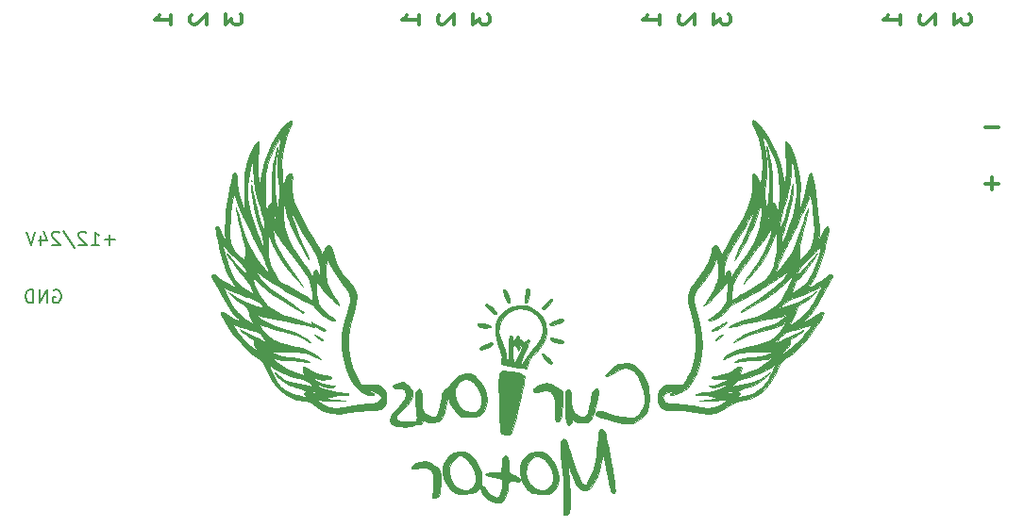
<source format=gbo>
G04 #@! TF.GenerationSoftware,KiCad,Pcbnew,(5.1.9)-1*
G04 #@! TF.CreationDate,2021-11-23T21:03:05+05:30*
G04 #@! TF.ProjectId,Onyx PCB,4f6e7978-2050-4434-922e-6b696361645f,rev?*
G04 #@! TF.SameCoordinates,Original*
G04 #@! TF.FileFunction,Legend,Bot*
G04 #@! TF.FilePolarity,Positive*
%FSLAX46Y46*%
G04 Gerber Fmt 4.6, Leading zero omitted, Abs format (unit mm)*
G04 Created by KiCad (PCBNEW (5.1.9)-1) date 2021-11-23 21:03:05*
%MOMM*%
%LPD*%
G01*
G04 APERTURE LIST*
%ADD10C,0.300000*%
%ADD11C,0.200000*%
%ADD12C,0.010000*%
%ADD13C,0.300000*%
%ADD14O,1.700000X1.700000*%
%ADD15R,1.700000X1.700000*%
%ADD16O,0.890000X1.550000*%
%ADD17O,1.250000X0.950000*%
%ADD18C,1.530000*%
%ADD19R,1.530000X1.530000*%
%ADD20C,3.000000*%
%ADD21R,3.000000X3.000000*%
%ADD22C,5.600000*%
%ADD23O,2.400000X2.400000*%
%ADD24C,2.400000*%
G04 APERTURE END LIST*
D10*
X201251428Y-92281428D02*
X201180000Y-92352857D01*
X201108571Y-92495714D01*
X201108571Y-92852857D01*
X201180000Y-92995714D01*
X201251428Y-93067142D01*
X201394285Y-93138571D01*
X201537142Y-93138571D01*
X201751428Y-93067142D01*
X202608571Y-92210000D01*
X202608571Y-93138571D01*
X199433571Y-93138571D02*
X199433571Y-92281428D01*
X199433571Y-92710000D02*
X197933571Y-92710000D01*
X198147857Y-92567142D01*
X198290714Y-92424285D01*
X198362142Y-92281428D01*
X204283571Y-92210000D02*
X204283571Y-93138571D01*
X204855000Y-92638571D01*
X204855000Y-92852857D01*
X204926428Y-92995714D01*
X204997857Y-93067142D01*
X205140714Y-93138571D01*
X205497857Y-93138571D01*
X205640714Y-93067142D01*
X205712142Y-92995714D01*
X205783571Y-92852857D01*
X205783571Y-92424285D01*
X205712142Y-92281428D01*
X205640714Y-92210000D01*
X179661428Y-92281428D02*
X179590000Y-92352857D01*
X179518571Y-92495714D01*
X179518571Y-92852857D01*
X179590000Y-92995714D01*
X179661428Y-93067142D01*
X179804285Y-93138571D01*
X179947142Y-93138571D01*
X180161428Y-93067142D01*
X181018571Y-92210000D01*
X181018571Y-93138571D01*
X177843571Y-93138571D02*
X177843571Y-92281428D01*
X177843571Y-92710000D02*
X176343571Y-92710000D01*
X176557857Y-92567142D01*
X176700714Y-92424285D01*
X176772142Y-92281428D01*
X182693571Y-92210000D02*
X182693571Y-93138571D01*
X183265000Y-92638571D01*
X183265000Y-92852857D01*
X183336428Y-92995714D01*
X183407857Y-93067142D01*
X183550714Y-93138571D01*
X183907857Y-93138571D01*
X184050714Y-93067142D01*
X184122142Y-92995714D01*
X184193571Y-92852857D01*
X184193571Y-92424285D01*
X184122142Y-92281428D01*
X184050714Y-92210000D01*
X158071428Y-92281428D02*
X158000000Y-92352857D01*
X157928571Y-92495714D01*
X157928571Y-92852857D01*
X158000000Y-92995714D01*
X158071428Y-93067142D01*
X158214285Y-93138571D01*
X158357142Y-93138571D01*
X158571428Y-93067142D01*
X159428571Y-92210000D01*
X159428571Y-93138571D01*
X156253571Y-93138571D02*
X156253571Y-92281428D01*
X156253571Y-92710000D02*
X154753571Y-92710000D01*
X154967857Y-92567142D01*
X155110714Y-92424285D01*
X155182142Y-92281428D01*
X161103571Y-92210000D02*
X161103571Y-93138571D01*
X161675000Y-92638571D01*
X161675000Y-92852857D01*
X161746428Y-92995714D01*
X161817857Y-93067142D01*
X161960714Y-93138571D01*
X162317857Y-93138571D01*
X162460714Y-93067142D01*
X162532142Y-92995714D01*
X162603571Y-92852857D01*
X162603571Y-92424285D01*
X162532142Y-92281428D01*
X162460714Y-92210000D01*
X135846428Y-92281428D02*
X135775000Y-92352857D01*
X135703571Y-92495714D01*
X135703571Y-92852857D01*
X135775000Y-92995714D01*
X135846428Y-93067142D01*
X135989285Y-93138571D01*
X136132142Y-93138571D01*
X136346428Y-93067142D01*
X137203571Y-92210000D01*
X137203571Y-93138571D01*
X134028571Y-93138571D02*
X134028571Y-92281428D01*
X134028571Y-92710000D02*
X132528571Y-92710000D01*
X132742857Y-92567142D01*
X132885714Y-92424285D01*
X132957142Y-92281428D01*
X208216428Y-107422142D02*
X207073571Y-107422142D01*
X207645000Y-107993571D02*
X207645000Y-106850714D01*
X208216428Y-102342142D02*
X207073571Y-102342142D01*
D11*
X123469285Y-117002000D02*
X123583571Y-116944857D01*
X123755000Y-116944857D01*
X123926428Y-117002000D01*
X124040714Y-117116285D01*
X124097857Y-117230571D01*
X124155000Y-117459142D01*
X124155000Y-117630571D01*
X124097857Y-117859142D01*
X124040714Y-117973428D01*
X123926428Y-118087714D01*
X123755000Y-118144857D01*
X123640714Y-118144857D01*
X123469285Y-118087714D01*
X123412142Y-118030571D01*
X123412142Y-117630571D01*
X123640714Y-117630571D01*
X122897857Y-118144857D02*
X122897857Y-116944857D01*
X122212142Y-118144857D01*
X122212142Y-116944857D01*
X121640714Y-118144857D02*
X121640714Y-116944857D01*
X121355000Y-116944857D01*
X121183571Y-117002000D01*
X121069285Y-117116285D01*
X121012142Y-117230571D01*
X120955000Y-117459142D01*
X120955000Y-117630571D01*
X121012142Y-117859142D01*
X121069285Y-117973428D01*
X121183571Y-118087714D01*
X121355000Y-118144857D01*
X121640714Y-118144857D01*
X128980714Y-112480714D02*
X128066428Y-112480714D01*
X128523571Y-112937857D02*
X128523571Y-112023571D01*
X126866428Y-112937857D02*
X127552142Y-112937857D01*
X127209285Y-112937857D02*
X127209285Y-111737857D01*
X127323571Y-111909285D01*
X127437857Y-112023571D01*
X127552142Y-112080714D01*
X126409285Y-111852142D02*
X126352142Y-111795000D01*
X126237857Y-111737857D01*
X125952142Y-111737857D01*
X125837857Y-111795000D01*
X125780714Y-111852142D01*
X125723571Y-111966428D01*
X125723571Y-112080714D01*
X125780714Y-112252142D01*
X126466428Y-112937857D01*
X125723571Y-112937857D01*
X124352142Y-111680714D02*
X125380714Y-113223571D01*
X124009285Y-111852142D02*
X123952142Y-111795000D01*
X123837857Y-111737857D01*
X123552142Y-111737857D01*
X123437857Y-111795000D01*
X123380714Y-111852142D01*
X123323571Y-111966428D01*
X123323571Y-112080714D01*
X123380714Y-112252142D01*
X124066428Y-112937857D01*
X123323571Y-112937857D01*
X122295000Y-112137857D02*
X122295000Y-112937857D01*
X122580714Y-111680714D02*
X122866428Y-112537857D01*
X122123571Y-112537857D01*
X121837857Y-111737857D02*
X121437857Y-112937857D01*
X121037857Y-111737857D01*
D10*
X138878571Y-92210000D02*
X138878571Y-93138571D01*
X139450000Y-92638571D01*
X139450000Y-92852857D01*
X139521428Y-92995714D01*
X139592857Y-93067142D01*
X139735714Y-93138571D01*
X140092857Y-93138571D01*
X140235714Y-93067142D01*
X140307142Y-92995714D01*
X140378571Y-92852857D01*
X140378571Y-92424285D01*
X140307142Y-92281428D01*
X140235714Y-92210000D01*
D12*
G36*
X141181667Y-107094866D02*
G01*
X141169508Y-107215442D01*
X141181667Y-107230333D01*
X141242068Y-107216386D01*
X141249400Y-107162600D01*
X141212227Y-107078971D01*
X141181667Y-107094866D01*
G37*
X141181667Y-107094866D02*
X141169508Y-107215442D01*
X141181667Y-107230333D01*
X141242068Y-107216386D01*
X141249400Y-107162600D01*
X141212227Y-107078971D01*
X141181667Y-107094866D01*
G36*
X146837400Y-120975887D02*
G01*
X146916746Y-121109057D01*
X147105581Y-121275226D01*
X147330101Y-121419677D01*
X147516501Y-121487696D01*
X147528435Y-121488200D01*
X147640828Y-121465466D01*
X147639085Y-121443218D01*
X147478031Y-121312684D01*
X147257652Y-121167122D01*
X147038174Y-121041639D01*
X146879821Y-120971341D01*
X146837400Y-120975887D01*
G37*
X146837400Y-120975887D02*
X146916746Y-121109057D01*
X147105581Y-121275226D01*
X147330101Y-121419677D01*
X147516501Y-121487696D01*
X147528435Y-121488200D01*
X147640828Y-121465466D01*
X147639085Y-121443218D01*
X147478031Y-121312684D01*
X147257652Y-121167122D01*
X147038174Y-121041639D01*
X146879821Y-120971341D01*
X146837400Y-120975887D01*
G36*
X183563648Y-119944017D02*
G01*
X183474430Y-120001498D01*
X183160926Y-120192601D01*
X182848687Y-120351512D01*
X182814030Y-120366362D01*
X182566105Y-120508293D01*
X182505285Y-120621581D01*
X182616719Y-120667960D01*
X182885557Y-120609160D01*
X182905400Y-120601817D01*
X183093700Y-120497923D01*
X183336300Y-120324546D01*
X183576131Y-120128166D01*
X183756121Y-119955262D01*
X183819800Y-119857124D01*
X183746878Y-119851459D01*
X183563648Y-119944017D01*
G37*
X183563648Y-119944017D02*
X183474430Y-120001498D01*
X183160926Y-120192601D01*
X182848687Y-120351512D01*
X182814030Y-120366362D01*
X182566105Y-120508293D01*
X182505285Y-120621581D01*
X182616719Y-120667960D01*
X182885557Y-120609160D01*
X182905400Y-120601817D01*
X183093700Y-120497923D01*
X183336300Y-120324546D01*
X183576131Y-120128166D01*
X183756121Y-119955262D01*
X183819800Y-119857124D01*
X183746878Y-119851459D01*
X183563648Y-119944017D01*
G36*
X183276342Y-121047979D02*
G01*
X183072338Y-121172069D01*
X182895723Y-121303863D01*
X182809375Y-121404712D01*
X182808101Y-121412000D01*
X182866600Y-121485607D01*
X183044136Y-121419193D01*
X183247299Y-121277625D01*
X183430010Y-121109657D01*
X183514341Y-120984316D01*
X183515000Y-120977503D01*
X183444856Y-120970241D01*
X183276342Y-121047979D01*
G37*
X183276342Y-121047979D02*
X183072338Y-121172069D01*
X182895723Y-121303863D01*
X182809375Y-121404712D01*
X182808101Y-121412000D01*
X182866600Y-121485607D01*
X183044136Y-121419193D01*
X183247299Y-121277625D01*
X183430010Y-121109657D01*
X183514341Y-120984316D01*
X183515000Y-120977503D01*
X183444856Y-120970241D01*
X183276342Y-121047979D01*
G36*
X163834937Y-116956081D02*
G01*
X163815445Y-117096288D01*
X163880115Y-117367662D01*
X163976568Y-117652800D01*
X164103444Y-117924378D01*
X164239567Y-118098952D01*
X164353091Y-118150673D01*
X164412168Y-118053693D01*
X164414703Y-118008400D01*
X164377215Y-117786659D01*
X164282303Y-117501805D01*
X164158299Y-117218602D01*
X164033533Y-117001814D01*
X163936930Y-116916200D01*
X163834937Y-116956081D01*
G37*
X163834937Y-116956081D02*
X163815445Y-117096288D01*
X163880115Y-117367662D01*
X163976568Y-117652800D01*
X164103444Y-117924378D01*
X164239567Y-118098952D01*
X164353091Y-118150673D01*
X164412168Y-118053693D01*
X164414703Y-118008400D01*
X164377215Y-117786659D01*
X164282303Y-117501805D01*
X164158299Y-117218602D01*
X164033533Y-117001814D01*
X163936930Y-116916200D01*
X163834937Y-116956081D01*
G36*
X165970579Y-116847943D02*
G01*
X165933060Y-116880700D01*
X165861022Y-117033887D01*
X165804480Y-117294722D01*
X165768923Y-117598986D01*
X165759842Y-117882459D01*
X165782726Y-118080921D01*
X165825801Y-118135400D01*
X165962525Y-118054544D01*
X165985585Y-118008400D01*
X166094997Y-117596311D01*
X166146678Y-117241497D01*
X166142153Y-116976681D01*
X166082945Y-116834589D01*
X165970579Y-116847943D01*
G37*
X165970579Y-116847943D02*
X165933060Y-116880700D01*
X165861022Y-117033887D01*
X165804480Y-117294722D01*
X165768923Y-117598986D01*
X165759842Y-117882459D01*
X165782726Y-118080921D01*
X165825801Y-118135400D01*
X165962525Y-118054544D01*
X165985585Y-118008400D01*
X166094997Y-117596311D01*
X166146678Y-117241497D01*
X166142153Y-116976681D01*
X166082945Y-116834589D01*
X165970579Y-116847943D01*
G36*
X167904234Y-117865526D02*
G01*
X167659178Y-118106065D01*
X167441647Y-118355717D01*
X167296307Y-118555211D01*
X167259000Y-118639465D01*
X167318408Y-118744874D01*
X167478446Y-118705312D01*
X167711836Y-118533698D01*
X167917084Y-118327785D01*
X168134793Y-118062765D01*
X168212929Y-117893669D01*
X168176684Y-117794385D01*
X168069120Y-117765046D01*
X167904234Y-117865526D01*
G37*
X167904234Y-117865526D02*
X167659178Y-118106065D01*
X167441647Y-118355717D01*
X167296307Y-118555211D01*
X167259000Y-118639465D01*
X167318408Y-118744874D01*
X167478446Y-118705312D01*
X167711836Y-118533698D01*
X167917084Y-118327785D01*
X168134793Y-118062765D01*
X168212929Y-117893669D01*
X168176684Y-117794385D01*
X168069120Y-117765046D01*
X167904234Y-117865526D01*
G36*
X162188322Y-118284735D02*
G01*
X162242729Y-118427782D01*
X162476200Y-118665899D01*
X162621264Y-118788997D01*
X162903092Y-119013359D01*
X163072524Y-119122008D01*
X163170384Y-119132699D01*
X163237497Y-119063189D01*
X163240526Y-119058334D01*
X163202054Y-118948802D01*
X163047145Y-118769044D01*
X162826686Y-118564128D01*
X162591565Y-118379121D01*
X162392671Y-118259091D01*
X162313113Y-118237000D01*
X162188322Y-118284735D01*
G37*
X162188322Y-118284735D02*
X162242729Y-118427782D01*
X162476200Y-118665899D01*
X162621264Y-118788997D01*
X162903092Y-119013359D01*
X163072524Y-119122008D01*
X163170384Y-119132699D01*
X163237497Y-119063189D01*
X163240526Y-119058334D01*
X163202054Y-118948802D01*
X163047145Y-118769044D01*
X162826686Y-118564128D01*
X162591565Y-118379121D01*
X162392671Y-118259091D01*
X162313113Y-118237000D01*
X162188322Y-118284735D01*
G36*
X168937381Y-119591326D02*
G01*
X168630819Y-119674563D01*
X168496641Y-119714136D01*
X168168146Y-119838493D01*
X167991274Y-119965033D01*
X167970200Y-120018936D01*
X167994575Y-120116231D01*
X168092956Y-120148173D01*
X168303226Y-120113710D01*
X168663269Y-120011794D01*
X168706800Y-119998516D01*
X169005477Y-119879060D01*
X169170849Y-119753761D01*
X169189400Y-119704294D01*
X169175217Y-119606780D01*
X169105029Y-119568928D01*
X168937381Y-119591326D01*
G37*
X168937381Y-119591326D02*
X168630819Y-119674563D01*
X168496641Y-119714136D01*
X168168146Y-119838493D01*
X167991274Y-119965033D01*
X167970200Y-120018936D01*
X167994575Y-120116231D01*
X168092956Y-120148173D01*
X168303226Y-120113710D01*
X168663269Y-120011794D01*
X168706800Y-119998516D01*
X169005477Y-119879060D01*
X169170849Y-119753761D01*
X169189400Y-119704294D01*
X169175217Y-119606780D01*
X169105029Y-119568928D01*
X168937381Y-119591326D01*
G36*
X161472011Y-120011778D02*
G01*
X161480309Y-120120093D01*
X161603920Y-120237511D01*
X161785300Y-120307100D01*
X162207818Y-120365739D01*
X162514346Y-120355567D01*
X162672516Y-120279278D01*
X162687000Y-120232009D01*
X162594916Y-120142418D01*
X162356393Y-120058689D01*
X162028033Y-119994845D01*
X161666432Y-119964908D01*
X161606020Y-119964200D01*
X161472011Y-120011778D01*
G37*
X161472011Y-120011778D02*
X161480309Y-120120093D01*
X161603920Y-120237511D01*
X161785300Y-120307100D01*
X162207818Y-120365739D01*
X162514346Y-120355567D01*
X162672516Y-120279278D01*
X162687000Y-120232009D01*
X162594916Y-120142418D01*
X162356393Y-120058689D01*
X162028033Y-119994845D01*
X161666432Y-119964908D01*
X161606020Y-119964200D01*
X161472011Y-120011778D01*
G36*
X168042910Y-121272413D02*
G01*
X168011941Y-121351372D01*
X168108854Y-121468926D01*
X168311209Y-121590884D01*
X168478200Y-121653243D01*
X168849863Y-121754465D01*
X169068003Y-121782520D01*
X169168840Y-121736964D01*
X169189400Y-121644516D01*
X169093134Y-121522774D01*
X168825235Y-121403932D01*
X168417052Y-121300275D01*
X168224200Y-121266239D01*
X168042910Y-121272413D01*
G37*
X168042910Y-121272413D02*
X168011941Y-121351372D01*
X168108854Y-121468926D01*
X168311209Y-121590884D01*
X168478200Y-121653243D01*
X168849863Y-121754465D01*
X169068003Y-121782520D01*
X169168840Y-121736964D01*
X169189400Y-121644516D01*
X169093134Y-121522774D01*
X168825235Y-121403932D01*
X168417052Y-121300275D01*
X168224200Y-121266239D01*
X168042910Y-121272413D01*
G36*
X162502288Y-121735927D02*
G01*
X162227602Y-121838145D01*
X161953873Y-121969148D01*
X161746631Y-122097800D01*
X161671000Y-122188436D01*
X161713773Y-122305996D01*
X161860297Y-122322288D01*
X162137887Y-122235500D01*
X162356800Y-122142962D01*
X162677839Y-121976790D01*
X162857353Y-121834218D01*
X162880745Y-121733689D01*
X162733417Y-121693652D01*
X162712400Y-121693631D01*
X162502288Y-121735927D01*
G37*
X162502288Y-121735927D02*
X162227602Y-121838145D01*
X161953873Y-121969148D01*
X161746631Y-122097800D01*
X161671000Y-122188436D01*
X161713773Y-122305996D01*
X161860297Y-122322288D01*
X162137887Y-122235500D01*
X162356800Y-122142962D01*
X162677839Y-121976790D01*
X162857353Y-121834218D01*
X162880745Y-121733689D01*
X162733417Y-121693652D01*
X162712400Y-121693631D01*
X162502288Y-121735927D01*
G36*
X167268142Y-122650950D02*
G01*
X167261130Y-122765319D01*
X167396460Y-122994674D01*
X167534486Y-123170614D01*
X167806622Y-123458479D01*
X168015681Y-123604190D01*
X168142926Y-123598380D01*
X168173400Y-123490019D01*
X168105236Y-123338934D01*
X167934764Y-123131956D01*
X167713019Y-122916387D01*
X167491034Y-122739529D01*
X167319842Y-122648684D01*
X167268142Y-122650950D01*
G37*
X167268142Y-122650950D02*
X167261130Y-122765319D01*
X167396460Y-122994674D01*
X167534486Y-123170614D01*
X167806622Y-123458479D01*
X168015681Y-123604190D01*
X168142926Y-123598380D01*
X168173400Y-123490019D01*
X168105236Y-123338934D01*
X167934764Y-123131956D01*
X167713019Y-122916387D01*
X167491034Y-122739529D01*
X167319842Y-122648684D01*
X167268142Y-122650950D01*
G36*
X164637858Y-118472765D02*
G01*
X164340820Y-118597566D01*
X163765118Y-118980745D01*
X163362734Y-119465499D01*
X163135920Y-120043733D01*
X163086928Y-120707353D01*
X163218012Y-121448266D01*
X163402061Y-121970384D01*
X163574067Y-122417019D01*
X163662123Y-122748929D01*
X163680107Y-123029489D01*
X163666285Y-123176773D01*
X163607335Y-123606862D01*
X164323626Y-123769779D01*
X164757179Y-123862691D01*
X165180424Y-123944093D01*
X165474191Y-123992220D01*
X165908465Y-124051744D01*
X165971338Y-123658557D01*
X166042789Y-123410992D01*
X166195077Y-123158613D01*
X166460171Y-122854755D01*
X166658054Y-122656185D01*
X167121912Y-122156184D01*
X167428001Y-121699945D01*
X167600086Y-121239934D01*
X167648228Y-120841936D01*
X167355227Y-120841936D01*
X167197631Y-121343964D01*
X166863102Y-121870925D01*
X166439573Y-122351800D01*
X166131426Y-122689480D01*
X165878141Y-123006167D01*
X165716003Y-123254574D01*
X165679427Y-123342400D01*
X165583810Y-123544815D01*
X165463140Y-123621800D01*
X165363125Y-123562616D01*
X165384292Y-123403188D01*
X165456957Y-123214727D01*
X165591669Y-122898413D01*
X165764262Y-122510394D01*
X165840136Y-122344110D01*
X165975005Y-122041172D01*
X165513861Y-122041172D01*
X165494876Y-122129488D01*
X165391873Y-122452610D01*
X165247747Y-122799434D01*
X165087795Y-123120760D01*
X164937316Y-123367386D01*
X164821608Y-123490113D01*
X164793054Y-123494397D01*
X164716641Y-123367354D01*
X164662908Y-123054649D01*
X164638919Y-122695617D01*
X164628048Y-122308706D01*
X164639427Y-122082128D01*
X164683232Y-121973378D01*
X164769637Y-121939948D01*
X164820247Y-121938142D01*
X165017746Y-122026447D01*
X165092883Y-122185271D01*
X165154908Y-122432399D01*
X165295799Y-122163499D01*
X165429752Y-121951062D01*
X165508521Y-121909247D01*
X165513861Y-122041172D01*
X165975005Y-122041172D01*
X166020827Y-121938251D01*
X166117786Y-121678308D01*
X166139910Y-121529336D01*
X166096097Y-121456393D01*
X166069489Y-121443357D01*
X165887826Y-121464805D01*
X165792946Y-121546409D01*
X165684082Y-121656553D01*
X165581187Y-121596815D01*
X165540343Y-121549293D01*
X165395148Y-121442476D01*
X165317089Y-121444514D01*
X165245979Y-121407331D01*
X165227000Y-121290996D01*
X165188111Y-121111955D01*
X165086521Y-121114249D01*
X164944849Y-121294790D01*
X164924056Y-121332332D01*
X164781355Y-121507935D01*
X164667636Y-121494581D01*
X164617620Y-121298308D01*
X164617400Y-121279003D01*
X164552321Y-121117620D01*
X164465000Y-121081800D01*
X164398285Y-121112902D01*
X164353785Y-121227237D01*
X164327415Y-121456345D01*
X164315091Y-121831768D01*
X164312600Y-122258666D01*
X164307285Y-122785699D01*
X164289514Y-123134182D01*
X164256546Y-123328531D01*
X164205643Y-123393164D01*
X164185600Y-123390611D01*
X164101127Y-123265621D01*
X164083786Y-123030977D01*
X164052497Y-122768699D01*
X163940338Y-122383512D01*
X163763638Y-121930955D01*
X163753586Y-121907973D01*
X163514424Y-121273473D01*
X163410341Y-120741847D01*
X163436939Y-120268199D01*
X163555450Y-119886123D01*
X163871417Y-119358320D01*
X164294640Y-118976019D01*
X164790584Y-118739929D01*
X165324714Y-118650761D01*
X165862495Y-118709226D01*
X166369392Y-118916033D01*
X166810872Y-119271893D01*
X167152398Y-119777517D01*
X167168572Y-119811800D01*
X167343128Y-120339621D01*
X167355227Y-120841936D01*
X167648228Y-120841936D01*
X167661936Y-120728618D01*
X167663169Y-120645952D01*
X167574858Y-119989391D01*
X167323879Y-119418579D01*
X166939057Y-118951287D01*
X166449219Y-118605287D01*
X165883190Y-118398352D01*
X165269794Y-118348254D01*
X164637858Y-118472765D01*
G37*
X164637858Y-118472765D02*
X164340820Y-118597566D01*
X163765118Y-118980745D01*
X163362734Y-119465499D01*
X163135920Y-120043733D01*
X163086928Y-120707353D01*
X163218012Y-121448266D01*
X163402061Y-121970384D01*
X163574067Y-122417019D01*
X163662123Y-122748929D01*
X163680107Y-123029489D01*
X163666285Y-123176773D01*
X163607335Y-123606862D01*
X164323626Y-123769779D01*
X164757179Y-123862691D01*
X165180424Y-123944093D01*
X165474191Y-123992220D01*
X165908465Y-124051744D01*
X165971338Y-123658557D01*
X166042789Y-123410992D01*
X166195077Y-123158613D01*
X166460171Y-122854755D01*
X166658054Y-122656185D01*
X167121912Y-122156184D01*
X167428001Y-121699945D01*
X167600086Y-121239934D01*
X167648228Y-120841936D01*
X167355227Y-120841936D01*
X167197631Y-121343964D01*
X166863102Y-121870925D01*
X166439573Y-122351800D01*
X166131426Y-122689480D01*
X165878141Y-123006167D01*
X165716003Y-123254574D01*
X165679427Y-123342400D01*
X165583810Y-123544815D01*
X165463140Y-123621800D01*
X165363125Y-123562616D01*
X165384292Y-123403188D01*
X165456957Y-123214727D01*
X165591669Y-122898413D01*
X165764262Y-122510394D01*
X165840136Y-122344110D01*
X165975005Y-122041172D01*
X165513861Y-122041172D01*
X165494876Y-122129488D01*
X165391873Y-122452610D01*
X165247747Y-122799434D01*
X165087795Y-123120760D01*
X164937316Y-123367386D01*
X164821608Y-123490113D01*
X164793054Y-123494397D01*
X164716641Y-123367354D01*
X164662908Y-123054649D01*
X164638919Y-122695617D01*
X164628048Y-122308706D01*
X164639427Y-122082128D01*
X164683232Y-121973378D01*
X164769637Y-121939948D01*
X164820247Y-121938142D01*
X165017746Y-122026447D01*
X165092883Y-122185271D01*
X165154908Y-122432399D01*
X165295799Y-122163499D01*
X165429752Y-121951062D01*
X165508521Y-121909247D01*
X165513861Y-122041172D01*
X165975005Y-122041172D01*
X166020827Y-121938251D01*
X166117786Y-121678308D01*
X166139910Y-121529336D01*
X166096097Y-121456393D01*
X166069489Y-121443357D01*
X165887826Y-121464805D01*
X165792946Y-121546409D01*
X165684082Y-121656553D01*
X165581187Y-121596815D01*
X165540343Y-121549293D01*
X165395148Y-121442476D01*
X165317089Y-121444514D01*
X165245979Y-121407331D01*
X165227000Y-121290996D01*
X165188111Y-121111955D01*
X165086521Y-121114249D01*
X164944849Y-121294790D01*
X164924056Y-121332332D01*
X164781355Y-121507935D01*
X164667636Y-121494581D01*
X164617620Y-121298308D01*
X164617400Y-121279003D01*
X164552321Y-121117620D01*
X164465000Y-121081800D01*
X164398285Y-121112902D01*
X164353785Y-121227237D01*
X164327415Y-121456345D01*
X164315091Y-121831768D01*
X164312600Y-122258666D01*
X164307285Y-122785699D01*
X164289514Y-123134182D01*
X164256546Y-123328531D01*
X164205643Y-123393164D01*
X164185600Y-123390611D01*
X164101127Y-123265621D01*
X164083786Y-123030977D01*
X164052497Y-122768699D01*
X163940338Y-122383512D01*
X163763638Y-121930955D01*
X163753586Y-121907973D01*
X163514424Y-121273473D01*
X163410341Y-120741847D01*
X163436939Y-120268199D01*
X163555450Y-119886123D01*
X163871417Y-119358320D01*
X164294640Y-118976019D01*
X164790584Y-118739929D01*
X165324714Y-118650761D01*
X165862495Y-118709226D01*
X166369392Y-118916033D01*
X166810872Y-119271893D01*
X167152398Y-119777517D01*
X167168572Y-119811800D01*
X167343128Y-120339621D01*
X167355227Y-120841936D01*
X167648228Y-120841936D01*
X167661936Y-120728618D01*
X167663169Y-120645952D01*
X167574858Y-119989391D01*
X167323879Y-119418579D01*
X166939057Y-118951287D01*
X166449219Y-118605287D01*
X165883190Y-118398352D01*
X165269794Y-118348254D01*
X164637858Y-118472765D01*
G36*
X144681106Y-101747231D02*
G01*
X144462274Y-101912219D01*
X144168316Y-102222612D01*
X143813425Y-102663686D01*
X143479387Y-103123300D01*
X143056848Y-103823694D01*
X142677920Y-104631996D01*
X142370618Y-105476134D01*
X142162954Y-106284036D01*
X142104163Y-106661312D01*
X142055373Y-106991853D01*
X141998657Y-107231804D01*
X141955945Y-107317877D01*
X141900898Y-107258886D01*
X141852985Y-107038133D01*
X141814821Y-106697002D01*
X141789020Y-106276881D01*
X141778196Y-105819156D01*
X141784965Y-105365213D01*
X141808786Y-104988519D01*
X141858030Y-104452321D01*
X141885572Y-104084679D01*
X141890897Y-103852058D01*
X141873486Y-103720921D01*
X141832823Y-103657733D01*
X141787935Y-103635162D01*
X141665559Y-103693538D01*
X141508127Y-103915381D01*
X141329273Y-104266879D01*
X141142627Y-104714218D01*
X140961821Y-105223585D01*
X140800487Y-105761166D01*
X140672257Y-106293149D01*
X140632523Y-106501173D01*
X140592267Y-106858241D01*
X140568097Y-107337756D01*
X140559269Y-107888548D01*
X140565036Y-108459450D01*
X140584650Y-108999292D01*
X140617368Y-109456908D01*
X140662440Y-109781127D01*
X140681439Y-109855000D01*
X140700616Y-109937778D01*
X140659886Y-109871376D01*
X140576418Y-109694626D01*
X140467383Y-109446363D01*
X140349951Y-109165418D01*
X140241291Y-108890626D01*
X140175349Y-108710388D01*
X140085264Y-108368651D01*
X140003028Y-107915974D01*
X139945071Y-107444435D01*
X139941053Y-107397452D01*
X139882712Y-106873045D01*
X139809655Y-106551131D01*
X139722121Y-106431553D01*
X139620351Y-106514154D01*
X139504584Y-106798778D01*
X139375060Y-107285268D01*
X139257011Y-107843625D01*
X139126473Y-108580935D01*
X139014348Y-109347896D01*
X138924935Y-110101511D01*
X138862532Y-110798784D01*
X138831437Y-111396719D01*
X138835947Y-111852319D01*
X138845507Y-111960133D01*
X138866161Y-112267581D01*
X138832552Y-112379697D01*
X138745299Y-112296796D01*
X138605019Y-112019196D01*
X138506903Y-111787130D01*
X138348921Y-111468010D01*
X138196719Y-111275224D01*
X138074226Y-111225501D01*
X138005371Y-111335567D01*
X137998200Y-111431525D01*
X138022709Y-111656348D01*
X138089037Y-112029746D01*
X138186390Y-112504020D01*
X138303976Y-113031477D01*
X138430999Y-113564418D01*
X138556666Y-114055148D01*
X138670181Y-114455971D01*
X138713044Y-114590216D01*
X139024521Y-115389271D01*
X139372992Y-116060862D01*
X139684671Y-116503238D01*
X139959996Y-116830444D01*
X139587696Y-116674887D01*
X139322724Y-116544463D01*
X138990231Y-116354172D01*
X138642804Y-116137642D01*
X138333031Y-115928502D01*
X138113501Y-115760380D01*
X138042818Y-115686997D01*
X137913424Y-115609823D01*
X137733716Y-115603059D01*
X137605694Y-115662911D01*
X137591800Y-115703778D01*
X137648236Y-115848923D01*
X137788292Y-116073745D01*
X137833005Y-116135578D01*
X137974029Y-116353738D01*
X138176933Y-116704827D01*
X138413987Y-117139403D01*
X138644777Y-117582997D01*
X139040134Y-118303302D01*
X139420520Y-118868081D01*
X139778108Y-119283399D01*
X140045297Y-119565328D01*
X140174165Y-119726166D01*
X140175416Y-119782959D01*
X140077097Y-119759515D01*
X139620676Y-119555396D01*
X139199709Y-119288421D01*
X139008616Y-119143856D01*
X138717192Y-118959895D01*
X138524319Y-118938269D01*
X138510581Y-118945492D01*
X138465550Y-119039093D01*
X138509759Y-119222960D01*
X138651392Y-119512857D01*
X138898630Y-119924547D01*
X139259657Y-120473792D01*
X139446034Y-120747603D01*
X139765578Y-121170922D01*
X140157467Y-121625814D01*
X140585641Y-122076699D01*
X141014039Y-122487992D01*
X141406600Y-122824112D01*
X141727264Y-123049476D01*
X141833187Y-123103107D01*
X141987607Y-123188221D01*
X142130754Y-123326936D01*
X142285774Y-123552789D01*
X142475809Y-123899316D01*
X142714094Y-124379582D01*
X142993806Y-124932752D01*
X143233807Y-125343450D01*
X143465927Y-125659393D01*
X143721995Y-125928296D01*
X143786879Y-125987838D01*
X144475411Y-126471775D01*
X145281842Y-126797530D01*
X146001299Y-126938951D01*
X146404362Y-127012320D01*
X146714702Y-127152446D01*
X147020836Y-127389161D01*
X147365247Y-127643110D01*
X147749120Y-127858179D01*
X147927935Y-127932169D01*
X148452416Y-128044924D01*
X149061394Y-128076450D01*
X149652180Y-128024589D01*
X149885400Y-127973291D01*
X150123331Y-127929991D01*
X150511362Y-127883841D01*
X150996563Y-127840248D01*
X151526003Y-127804622D01*
X151547303Y-127803442D01*
X152085448Y-127772007D01*
X152459678Y-127741285D01*
X152709052Y-127702344D01*
X152872625Y-127646252D01*
X152989455Y-127564075D01*
X153096703Y-127449086D01*
X153278637Y-127104186D01*
X153334755Y-126687306D01*
X153328806Y-126644283D01*
X152831800Y-126644283D01*
X152744375Y-126938093D01*
X152484593Y-127128696D01*
X152056193Y-127214280D01*
X151663400Y-127211097D01*
X150978096Y-127235514D01*
X150291800Y-127366069D01*
X149467598Y-127532598D01*
X148772271Y-127570305D01*
X148177168Y-127478724D01*
X147780102Y-127325274D01*
X147513207Y-127177555D01*
X147279960Y-127024122D01*
X147109088Y-126889728D01*
X147029318Y-126799124D01*
X147069377Y-126777065D01*
X147193000Y-126819399D01*
X147374821Y-126856975D01*
X147708277Y-126891553D01*
X148141806Y-126918742D01*
X148513800Y-126931935D01*
X149631400Y-126958426D01*
X148793200Y-126854743D01*
X148410157Y-126798491D01*
X148119020Y-126738848D01*
X147966778Y-126686095D01*
X147955000Y-126671318D01*
X148047056Y-126616986D01*
X148286037Y-126556309D01*
X148616166Y-126497132D01*
X148981664Y-126447303D01*
X149326753Y-126414666D01*
X149595654Y-126407070D01*
X149716494Y-126423524D01*
X149857686Y-126427820D01*
X149885400Y-126375870D01*
X149867317Y-126267636D01*
X149860000Y-126262628D01*
X149754649Y-126251499D01*
X149652351Y-126240032D01*
X147599400Y-126240032D01*
X147142200Y-126250160D01*
X146828347Y-126235396D01*
X146585726Y-126186264D01*
X146532600Y-126161800D01*
X146446764Y-126086417D01*
X146545911Y-126067164D01*
X146583400Y-126067610D01*
X146813969Y-126090756D01*
X147125451Y-126142483D01*
X147193000Y-126155971D01*
X147599400Y-126240032D01*
X149652351Y-126240032D01*
X149496213Y-126222530D01*
X149133464Y-126181209D01*
X148995471Y-126165371D01*
X148210128Y-126022511D01*
X147557481Y-125794498D01*
X147260540Y-125613911D01*
X146698483Y-125613911D01*
X146696409Y-125625457D01*
X146574998Y-125630926D01*
X146304679Y-125591690D01*
X145931998Y-125518617D01*
X145503501Y-125422570D01*
X145065735Y-125314414D01*
X144665245Y-125205016D01*
X144348579Y-125105239D01*
X144186951Y-125039685D01*
X143866025Y-124839357D01*
X143578448Y-124602561D01*
X143539570Y-124562700D01*
X143376521Y-124412671D01*
X143287181Y-124380650D01*
X143281400Y-124398415D01*
X143359647Y-124545987D01*
X143564040Y-124763072D01*
X143849064Y-125010458D01*
X144169201Y-125248932D01*
X144478934Y-125439282D01*
X144505874Y-125453290D01*
X144825560Y-125590660D01*
X145248332Y-125739142D01*
X145653452Y-125858496D01*
X145975328Y-125948880D01*
X146176859Y-126017634D01*
X146223646Y-126052602D01*
X146208397Y-126054605D01*
X146005788Y-126128511D01*
X145966076Y-126297418D01*
X146041254Y-126436875D01*
X146104016Y-126533694D01*
X146051685Y-126567675D01*
X145849016Y-126548948D01*
X145719800Y-126529258D01*
X145347570Y-126440320D01*
X144929919Y-126298005D01*
X144754600Y-126224073D01*
X144247468Y-125950807D01*
X143850385Y-125628425D01*
X143514745Y-125207254D01*
X143191941Y-124637623D01*
X143181164Y-124616157D01*
X143004847Y-124249492D01*
X142877297Y-123956100D01*
X142816594Y-123779045D01*
X142816627Y-123747907D01*
X142920385Y-123770137D01*
X143118383Y-123884044D01*
X143171838Y-123920930D01*
X143607166Y-124181720D01*
X144167841Y-124447785D01*
X144779353Y-124687672D01*
X145367195Y-124869930D01*
X145493235Y-124900856D01*
X146036992Y-125070445D01*
X146413194Y-125285964D01*
X146455341Y-125323315D01*
X146624994Y-125501767D01*
X146698483Y-125613911D01*
X147260540Y-125613911D01*
X147091400Y-125511048D01*
X146980969Y-125413982D01*
X147001234Y-125394199D01*
X147177065Y-125449239D01*
X147294600Y-125490965D01*
X147747792Y-125623841D01*
X148169501Y-125695573D01*
X148503617Y-125699566D01*
X148666200Y-125652134D01*
X148718844Y-125587298D01*
X148596543Y-125557842D01*
X148455699Y-125553755D01*
X147943400Y-125483128D01*
X147406855Y-125299972D01*
X146949803Y-125041383D01*
X146888200Y-124993193D01*
X146583400Y-124741130D01*
X146961137Y-124892665D01*
X147527570Y-125028728D01*
X148103744Y-125009382D01*
X148234400Y-124980162D01*
X148424184Y-124905410D01*
X148426805Y-124829899D01*
X148237362Y-124750251D01*
X147850955Y-124663085D01*
X147747033Y-124643992D01*
X147089091Y-124468004D01*
X146535202Y-124182264D01*
X146517623Y-124170520D01*
X146169162Y-123946953D01*
X145956369Y-123849381D01*
X145853819Y-123879947D01*
X145836087Y-124040797D01*
X145859556Y-124226025D01*
X145923683Y-124627050D01*
X145389942Y-124468694D01*
X144474675Y-124110805D01*
X143695951Y-123616595D01*
X143484600Y-123439206D01*
X143027400Y-123031271D01*
X143582942Y-123174135D01*
X143965717Y-123244521D01*
X144451171Y-123295539D01*
X144938984Y-123316882D01*
X144973328Y-123317000D01*
X145402756Y-123329599D01*
X145784966Y-123362964D01*
X146049332Y-123410447D01*
X146082877Y-123421442D01*
X146324866Y-123491218D01*
X146402710Y-123470487D01*
X146319061Y-123384799D01*
X146076573Y-123259700D01*
X146065600Y-123255072D01*
X145785028Y-123172585D01*
X145372836Y-123093629D01*
X144900402Y-123030882D01*
X144698083Y-123012166D01*
X143981493Y-122924361D01*
X143439416Y-122789405D01*
X143275683Y-122723174D01*
X142824200Y-122510893D01*
X144399000Y-122532946D01*
X145000443Y-122542783D01*
X145442270Y-122557325D01*
X145768052Y-122583350D01*
X146021363Y-122627637D01*
X146245776Y-122696963D01*
X146484864Y-122798107D01*
X146674772Y-122886961D01*
X147013589Y-123039371D01*
X147275447Y-123142081D01*
X147412560Y-123176717D01*
X147420822Y-123173844D01*
X147382545Y-123087848D01*
X147206714Y-122939217D01*
X146937419Y-122756397D01*
X146618748Y-122567835D01*
X146294792Y-122401979D01*
X146089999Y-122315187D01*
X145740723Y-122204302D01*
X145276548Y-122083215D01*
X144783225Y-121973807D01*
X144652885Y-121948495D01*
X144640205Y-121945400D01*
X142468600Y-121945400D01*
X142417800Y-121996200D01*
X142367000Y-121945400D01*
X142417800Y-121894600D01*
X142468600Y-121945400D01*
X144640205Y-121945400D01*
X144223940Y-121843800D01*
X142265400Y-121843800D01*
X142214600Y-121894600D01*
X142163800Y-121843800D01*
X142214600Y-121793000D01*
X142265400Y-121843800D01*
X144223940Y-121843800D01*
X143866815Y-121756635D01*
X143832600Y-121742200D01*
X142062200Y-121742200D01*
X142011400Y-121793000D01*
X141960600Y-121742200D01*
X142011400Y-121691400D01*
X142062200Y-121742200D01*
X143832600Y-121742200D01*
X143364253Y-121544611D01*
X142493949Y-121544611D01*
X142487120Y-121589800D01*
X142323744Y-121547964D01*
X142033788Y-121438432D01*
X141672025Y-121285163D01*
X141293228Y-121112118D01*
X140952169Y-120943258D01*
X140741400Y-120826131D01*
X140403635Y-120621742D01*
X140211814Y-120510658D01*
X140137959Y-120481112D01*
X140154090Y-120521338D01*
X140222914Y-120608076D01*
X140380127Y-120749820D01*
X140652236Y-120949253D01*
X140959815Y-121150206D01*
X141274718Y-121355795D01*
X141435451Y-121496661D01*
X141468483Y-121601140D01*
X141436282Y-121660263D01*
X141399965Y-121766263D01*
X141464335Y-121915317D01*
X141649749Y-122142729D01*
X141816980Y-122320515D01*
X142060492Y-122581257D01*
X142164597Y-122716299D01*
X142125378Y-122724752D01*
X141938918Y-122605728D01*
X141601301Y-122358337D01*
X141437761Y-122234451D01*
X141060806Y-121922104D01*
X140676750Y-121564429D01*
X140435849Y-121312587D01*
X140201773Y-121035344D01*
X139957456Y-120726458D01*
X139732007Y-120425640D01*
X139554538Y-120172604D01*
X139454158Y-120007062D01*
X139447436Y-119964200D01*
X139552350Y-120004410D01*
X139776376Y-120106307D01*
X139909090Y-120169564D01*
X140229699Y-120298790D01*
X140655300Y-120437237D01*
X141076414Y-120550564D01*
X141491065Y-120661499D01*
X141776771Y-120782038D01*
X142005678Y-120950972D01*
X142206263Y-121158000D01*
X142396185Y-121387980D01*
X142493949Y-121544611D01*
X143364253Y-121544611D01*
X143232639Y-121489085D01*
X142704140Y-121115359D01*
X142235105Y-120604970D01*
X141910665Y-120139501D01*
X141730756Y-119857602D01*
X142226678Y-120106419D01*
X142522656Y-120229613D01*
X142957226Y-120378833D01*
X143470881Y-120534868D01*
X143981035Y-120672710D01*
X144800305Y-120897737D01*
X145437373Y-121115407D01*
X145912656Y-121333754D01*
X146246567Y-121560813D01*
X146253823Y-121567148D01*
X146411760Y-121667989D01*
X146487536Y-121668731D01*
X146437500Y-121590259D01*
X146254120Y-121434954D01*
X145975640Y-121234829D01*
X145942585Y-121212615D01*
X145427349Y-120924958D01*
X144769505Y-120660704D01*
X144184872Y-120475805D01*
X143390018Y-120227526D01*
X142772771Y-119993046D01*
X142309051Y-119761403D01*
X141974779Y-119521634D01*
X141874722Y-119424006D01*
X141636443Y-119168498D01*
X142050297Y-119311082D01*
X142367413Y-119399726D01*
X142791239Y-119491880D01*
X143202976Y-119563268D01*
X143689987Y-119642231D01*
X144239883Y-119742200D01*
X144811415Y-119854419D01*
X145363335Y-119970132D01*
X145854394Y-120080582D01*
X146243343Y-120177013D01*
X146488934Y-120250670D01*
X146535899Y-120270765D01*
X146754132Y-120357063D01*
X146887142Y-120354781D01*
X146887128Y-120267265D01*
X146921351Y-120255423D01*
X147080267Y-120341659D01*
X147200110Y-120419665D01*
X147523224Y-120607354D01*
X147747640Y-120671845D01*
X147849711Y-120607511D01*
X147853400Y-120575163D01*
X147768680Y-120475465D01*
X147558473Y-120353413D01*
X147491907Y-120323885D01*
X147145873Y-120154359D01*
X146812672Y-119954961D01*
X146806107Y-119950479D01*
X146634863Y-119843773D01*
X146586749Y-119837728D01*
X146608800Y-119866477D01*
X146729574Y-120036369D01*
X146687352Y-120095736D01*
X146491967Y-120040924D01*
X146336331Y-119967735D01*
X146061470Y-119852721D01*
X145655952Y-119713457D01*
X145186931Y-119572184D01*
X144939331Y-119505075D01*
X144021716Y-119208770D01*
X143268168Y-118828285D01*
X143004925Y-118620849D01*
X142357670Y-118620849D01*
X141677195Y-118416702D01*
X140810790Y-118117933D01*
X140077679Y-117785080D01*
X139548912Y-117460407D01*
X139166600Y-117179472D01*
X139471400Y-117512778D01*
X139751056Y-117767811D01*
X140101307Y-118022710D01*
X140246494Y-118111124D01*
X140487297Y-118261723D01*
X140663307Y-118425614D01*
X140813499Y-118654798D01*
X140976846Y-119001276D01*
X141059294Y-119195582D01*
X141217692Y-119574185D01*
X141346480Y-119881361D01*
X141425330Y-120068654D01*
X141438259Y-120098975D01*
X141397411Y-120107479D01*
X141238608Y-120011886D01*
X140998421Y-119840055D01*
X140713419Y-119619844D01*
X140420174Y-119379112D01*
X140155257Y-119145715D01*
X140032228Y-119027921D01*
X139653302Y-118598593D01*
X139320024Y-118100681D01*
X138997103Y-117478755D01*
X138875019Y-117210272D01*
X138623341Y-116640745D01*
X139301371Y-116974789D01*
X139724255Y-117167387D01*
X140245121Y-117382189D01*
X140768200Y-117580145D01*
X140898066Y-117625873D01*
X141386448Y-117807879D01*
X141724038Y-117971296D01*
X141958254Y-118142286D01*
X142087201Y-118281881D01*
X142357670Y-118620849D01*
X143004925Y-118620849D01*
X142648877Y-118340284D01*
X142134032Y-117721430D01*
X141904571Y-117320566D01*
X141440519Y-117320566D01*
X141030060Y-117111165D01*
X140718763Y-116919440D01*
X140364900Y-116654533D01*
X140163019Y-116480903D01*
X139772454Y-116045774D01*
X139434297Y-115499396D01*
X139137996Y-114818058D01*
X138873000Y-113978051D01*
X138661120Y-113106200D01*
X138594550Y-112801400D01*
X138829775Y-113116050D01*
X139001096Y-113316268D01*
X139279288Y-113610159D01*
X139621786Y-113953712D01*
X139892666Y-114215040D01*
X140317554Y-114636757D01*
X140593812Y-114958872D01*
X140737300Y-115201086D01*
X140764039Y-115297184D01*
X140785049Y-115498590D01*
X140736369Y-115527408D01*
X140596774Y-115424179D01*
X140249529Y-115100665D01*
X139817463Y-114627697D01*
X139409983Y-114138476D01*
X139206037Y-113894984D01*
X139063143Y-113743279D01*
X139014200Y-113715472D01*
X139073480Y-113849288D01*
X139231995Y-114101112D01*
X139460766Y-114431311D01*
X139730809Y-114800254D01*
X140013143Y-115168309D01*
X140278786Y-115495845D01*
X140491692Y-115735886D01*
X140788812Y-116096346D01*
X141062460Y-116511490D01*
X141196405Y-116768579D01*
X141440519Y-117320566D01*
X141904571Y-117320566D01*
X141706282Y-116974159D01*
X141462385Y-116456852D01*
X141320697Y-116110562D01*
X141284508Y-115928806D01*
X141357109Y-115905104D01*
X141541790Y-116032973D01*
X141841843Y-116305932D01*
X141978406Y-116438142D01*
X142480141Y-116886378D01*
X143067693Y-117326453D01*
X143785498Y-117790653D01*
X144096480Y-117977041D01*
X144588791Y-118267815D01*
X145036536Y-118533546D01*
X145402383Y-118751980D01*
X145648996Y-118900866D01*
X145715871Y-118942241D01*
X145871932Y-119021371D01*
X145893606Y-118983579D01*
X145889292Y-118976215D01*
X145781818Y-118879440D01*
X145535273Y-118693599D01*
X145180588Y-118440929D01*
X144748697Y-118143667D01*
X144475960Y-117960215D01*
X143602114Y-117354193D01*
X142902283Y-116816164D01*
X142363433Y-116334724D01*
X141972533Y-115898467D01*
X141765024Y-115587703D01*
X141518647Y-115148874D01*
X142095761Y-115618987D01*
X142492827Y-115920055D01*
X142935811Y-116222832D01*
X143256538Y-116419487D01*
X143617327Y-116631888D01*
X143953104Y-116843135D01*
X144145000Y-116974488D01*
X144354001Y-117105383D01*
X144699485Y-117296976D01*
X145133915Y-117523786D01*
X145609757Y-117760330D01*
X145622325Y-117766415D01*
X146136500Y-118022051D01*
X146503553Y-118225561D01*
X146763388Y-118404261D01*
X146955910Y-118585467D01*
X147115383Y-118788471D01*
X147564948Y-119255933D01*
X148142494Y-119586972D01*
X148488400Y-119697718D01*
X148707222Y-119716730D01*
X148756251Y-119651232D01*
X148630726Y-119535275D01*
X148519255Y-119477171D01*
X148165024Y-119252918D01*
X147786153Y-118916649D01*
X147451128Y-118536952D01*
X147230152Y-118186200D01*
X147157416Y-117948731D01*
X146725364Y-117948731D01*
X146451182Y-117767673D01*
X146227500Y-117624365D01*
X145899053Y-117419042D01*
X145534932Y-117194878D01*
X145516600Y-117183688D01*
X145102293Y-116942262D01*
X144668458Y-116707224D01*
X144333379Y-116541075D01*
X143929162Y-116304912D01*
X143599664Y-115978640D01*
X143438865Y-115761708D01*
X143183306Y-115330821D01*
X142731067Y-115330821D01*
X142639728Y-115287873D01*
X142473782Y-115137836D01*
X142378912Y-115036600D01*
X141554200Y-115036600D01*
X141503400Y-115087400D01*
X141452600Y-115036600D01*
X141503400Y-114985800D01*
X141554200Y-115036600D01*
X142378912Y-115036600D01*
X142258010Y-114907586D01*
X142017194Y-114624002D01*
X141776116Y-114313962D01*
X141559559Y-114004343D01*
X141505210Y-113919000D01*
X141161005Y-113322223D01*
X140866218Y-112709580D01*
X140599726Y-112029372D01*
X140340405Y-111229904D01*
X140182135Y-110681061D01*
X140053474Y-110230873D01*
X139945841Y-109876576D01*
X139869346Y-109649790D01*
X139834097Y-109582134D01*
X139832933Y-109588766D01*
X139853195Y-109762069D01*
X139913951Y-110086229D01*
X140004671Y-110515413D01*
X140114824Y-111003789D01*
X140233880Y-111505524D01*
X140351307Y-111974786D01*
X140456575Y-112365741D01*
X140517842Y-112569672D01*
X140648792Y-113264983D01*
X140640446Y-113689570D01*
X140589000Y-114272940D01*
X140118359Y-113869687D01*
X139780118Y-113529325D01*
X139530438Y-113148477D01*
X139363767Y-112699488D01*
X139274552Y-112154703D01*
X139257240Y-111486467D01*
X139306279Y-110667125D01*
X139363249Y-110109000D01*
X139442256Y-109424194D01*
X139505993Y-108927350D01*
X139561020Y-108604406D01*
X139613899Y-108441299D01*
X139671189Y-108423966D01*
X139739449Y-108538345D01*
X139825242Y-108770375D01*
X139892501Y-108974499D01*
X140011989Y-109292614D01*
X140206800Y-109754062D01*
X140459366Y-110321449D01*
X140752122Y-110957381D01*
X141067500Y-111624466D01*
X141387933Y-112285309D01*
X141695856Y-112902518D01*
X141973700Y-113438699D01*
X142096009Y-113665000D01*
X142283945Y-114047255D01*
X142452253Y-114455636D01*
X142495250Y-114579400D01*
X142602183Y-114901377D01*
X142696709Y-115170288D01*
X142723015Y-115239800D01*
X142731067Y-115330821D01*
X143183306Y-115330821D01*
X143106919Y-115202030D01*
X142878454Y-114616672D01*
X142741096Y-113956900D01*
X142682470Y-113173976D01*
X142678487Y-112766948D01*
X142685173Y-111582200D01*
X142831280Y-112141000D01*
X143132018Y-112978301D01*
X143608796Y-113879056D01*
X144250961Y-114826494D01*
X145047860Y-115803845D01*
X145412800Y-116205000D01*
X145841209Y-116662200D01*
X145476303Y-116154200D01*
X144878584Y-115310553D01*
X144395490Y-114599730D01*
X144013254Y-113997051D01*
X143718110Y-113477841D01*
X143496289Y-113017423D01*
X143334027Y-112591120D01*
X143217556Y-112174256D01*
X143192105Y-112059799D01*
X143110868Y-111635602D01*
X143090049Y-111402653D01*
X143133252Y-111357103D01*
X143244081Y-111495104D01*
X143425136Y-111810948D01*
X143634889Y-112158867D01*
X143931657Y-112598051D01*
X144271101Y-113064727D01*
X144520070Y-113385748D01*
X145117473Y-114142368D01*
X145592899Y-114773190D01*
X145960454Y-115303318D01*
X146234243Y-115757855D01*
X146428374Y-116161905D01*
X146556953Y-116540572D01*
X146634086Y-116918960D01*
X146665569Y-117203865D01*
X146725364Y-117948731D01*
X147157416Y-117948731D01*
X147105119Y-117777993D01*
X147048056Y-117233294D01*
X147042832Y-116977156D01*
X147040600Y-116174512D01*
X147329184Y-116572890D01*
X147541813Y-116840445D01*
X147823858Y-117160320D01*
X148141186Y-117498058D01*
X148459666Y-117819199D01*
X148745167Y-118089283D01*
X148963557Y-118273852D01*
X149078102Y-118338600D01*
X149098990Y-118270839D01*
X149006791Y-118103449D01*
X148973794Y-118059200D01*
X148472797Y-117346998D01*
X148127385Y-116702270D01*
X148002243Y-116364359D01*
X147919558Y-115951000D01*
X147447000Y-115951000D01*
X147396200Y-116001800D01*
X147345400Y-115951000D01*
X147396200Y-115900200D01*
X147447000Y-115951000D01*
X147919558Y-115951000D01*
X147914529Y-115925864D01*
X147870894Y-115402009D01*
X147872304Y-115160222D01*
X147336237Y-115160222D01*
X147328449Y-115507749D01*
X147313019Y-115672266D01*
X147284074Y-115673954D01*
X147235737Y-115532995D01*
X147231732Y-115519200D01*
X147129767Y-115295873D01*
X147007788Y-115190277D01*
X146994968Y-115189000D01*
X146877666Y-115277128D01*
X146787441Y-115490510D01*
X146784498Y-115503370D01*
X146715451Y-115817741D01*
X146235206Y-115071570D01*
X145928881Y-114611850D01*
X145578411Y-114109968D01*
X145257208Y-113670937D01*
X145243167Y-113652433D01*
X144949417Y-113217907D01*
X144668487Y-112721867D01*
X144460530Y-112270656D01*
X144458311Y-112264870D01*
X144310617Y-111791138D01*
X144241804Y-111480600D01*
X143687800Y-111480600D01*
X143637000Y-111531400D01*
X143586200Y-111480600D01*
X143637000Y-111429800D01*
X143687800Y-111480600D01*
X144241804Y-111480600D01*
X144186344Y-111230324D01*
X144185759Y-111226600D01*
X143586200Y-111226600D01*
X143549027Y-111310228D01*
X143518467Y-111294333D01*
X143515216Y-111262087D01*
X142374883Y-111262087D01*
X142366602Y-111458537D01*
X142308276Y-111502143D01*
X142275232Y-111475519D01*
X142188032Y-111313072D01*
X142069417Y-110996243D01*
X141932418Y-110568932D01*
X141790066Y-110075037D01*
X141655393Y-109558457D01*
X141541431Y-109063089D01*
X141503864Y-108877074D01*
X141382489Y-108260463D01*
X141292240Y-107840231D01*
X141231681Y-107612181D01*
X141199378Y-107572118D01*
X141193895Y-107715845D01*
X141212790Y-108026200D01*
X141327253Y-108949796D01*
X141525075Y-109951195D01*
X141785350Y-110933788D01*
X141953157Y-111447068D01*
X142094187Y-111889874D01*
X142200247Y-112308933D01*
X142254581Y-112634490D01*
X142258224Y-112717068D01*
X142251047Y-113106200D01*
X142059882Y-112676029D01*
X141940622Y-112392484D01*
X141777338Y-111984282D01*
X141596200Y-111517456D01*
X141496188Y-111253629D01*
X141095156Y-109961463D01*
X140884508Y-108721457D01*
X140862680Y-107519094D01*
X140987378Y-106536537D01*
X141101325Y-105986676D01*
X141192091Y-105636969D01*
X141260959Y-105485846D01*
X141309214Y-105531740D01*
X141338139Y-105773081D01*
X141348105Y-106095800D01*
X141401485Y-106985728D01*
X141546279Y-107902452D01*
X141792424Y-108899115D01*
X141999008Y-109576530D01*
X142145182Y-110070014D01*
X142259600Y-110536391D01*
X142337691Y-110944227D01*
X142374883Y-111262087D01*
X143515216Y-111262087D01*
X143506308Y-111173757D01*
X143518467Y-111158866D01*
X143578868Y-111172813D01*
X143586200Y-111226600D01*
X144185759Y-111226600D01*
X144139747Y-110933820D01*
X143439293Y-110933820D01*
X143406800Y-110941232D01*
X143393676Y-110921800D01*
X143318730Y-110725634D01*
X143251832Y-110433054D01*
X143240594Y-110363000D01*
X143214369Y-110142748D01*
X143229476Y-110115918D01*
X143265627Y-110210600D01*
X143361222Y-110526932D01*
X143421606Y-110781863D01*
X143439293Y-110933820D01*
X144139747Y-110933820D01*
X144094286Y-110644553D01*
X144043238Y-110095951D01*
X144041995Y-109646641D01*
X144063423Y-109475488D01*
X144099618Y-109339429D01*
X144139471Y-109332570D01*
X144195952Y-109476521D01*
X144282035Y-109792896D01*
X144302826Y-109874355D01*
X144444282Y-110362044D01*
X144624013Y-110890639D01*
X144756678Y-111232229D01*
X144895288Y-111537585D01*
X145087888Y-111929367D01*
X145316007Y-112373621D01*
X145561177Y-112836397D01*
X145804926Y-113283742D01*
X146028785Y-113681704D01*
X146214285Y-113996332D01*
X146342956Y-114193673D01*
X146394646Y-114243221D01*
X146370187Y-114141301D01*
X146273906Y-113895108D01*
X146121850Y-113543588D01*
X145963966Y-113197989D01*
X145690670Y-112597038D01*
X145442226Y-112021769D01*
X145224017Y-111488949D01*
X145041423Y-111015346D01*
X144899824Y-110617725D01*
X144804603Y-110312854D01*
X144761139Y-110117500D01*
X144774815Y-110048430D01*
X144851010Y-110122410D01*
X144995107Y-110356208D01*
X145135647Y-110617000D01*
X145394525Y-111092883D01*
X145713999Y-111649424D01*
X146042531Y-112197818D01*
X146196996Y-112445800D01*
X146591684Y-113077805D01*
X146885324Y-113576266D01*
X147092107Y-113974997D01*
X147226226Y-114307814D01*
X147301874Y-114608534D01*
X147333243Y-114910971D01*
X147336237Y-115160222D01*
X147872304Y-115160222D01*
X147873936Y-114880631D01*
X147926260Y-114449569D01*
X147943471Y-114379748D01*
X147986197Y-114275877D01*
X148043879Y-114278655D01*
X148135864Y-114410932D01*
X148281499Y-114695552D01*
X148373651Y-114887748D01*
X148629715Y-115356773D01*
X148957525Y-115863239D01*
X149287015Y-116299054D01*
X149293388Y-116306600D01*
X149651431Y-116739510D01*
X149895739Y-117084295D01*
X150035385Y-117390285D01*
X150079443Y-117706809D01*
X150036984Y-118083198D01*
X149917082Y-118568781D01*
X149789984Y-119006648D01*
X149561637Y-119828440D01*
X149408550Y-120513974D01*
X149323394Y-121112647D01*
X149298839Y-121673859D01*
X149320903Y-122168016D01*
X149464886Y-123219569D01*
X149715920Y-124151555D01*
X150066317Y-124948449D01*
X150508385Y-125594724D01*
X151034435Y-126074855D01*
X151346337Y-126257463D01*
X151680451Y-126390057D01*
X151958955Y-126451241D01*
X152152984Y-126447749D01*
X152233672Y-126386315D01*
X152172153Y-126273674D01*
X151942800Y-126118312D01*
X151772601Y-126010199D01*
X151768039Y-125968070D01*
X151903408Y-125989504D01*
X152153006Y-126072080D01*
X152366177Y-126158189D01*
X152651553Y-126298298D01*
X152790446Y-126430999D01*
X152831166Y-126606727D01*
X152831800Y-126644283D01*
X153328806Y-126644283D01*
X153275531Y-126259056D01*
X153111442Y-125880051D01*
X152852961Y-125610902D01*
X152771324Y-125566277D01*
X152542973Y-125508017D01*
X152188330Y-125466460D01*
X151784156Y-125450600D01*
X151050544Y-125450600D01*
X150728430Y-124958565D01*
X150324429Y-124168049D01*
X150055013Y-123255192D01*
X149922610Y-122252003D01*
X149929646Y-121190491D01*
X150078550Y-120102666D01*
X150295823Y-119253000D01*
X150497627Y-118558989D01*
X150613776Y-118008347D01*
X150637856Y-117557330D01*
X150563452Y-117162194D01*
X150384151Y-116779194D01*
X150093539Y-116364587D01*
X149824195Y-116036542D01*
X149417392Y-115539626D01*
X149116974Y-115114978D01*
X148891048Y-114700405D01*
X148707722Y-114233715D01*
X148535104Y-113652715D01*
X148464800Y-113385600D01*
X148333486Y-113064151D01*
X148167592Y-112939736D01*
X147984810Y-113013027D01*
X147802834Y-113284698D01*
X147769655Y-113359166D01*
X147631036Y-113648860D01*
X147530202Y-113749433D01*
X147452500Y-113668083D01*
X147410991Y-113535358D01*
X147340768Y-113373266D01*
X147183485Y-113072220D01*
X146958116Y-112666605D01*
X146683636Y-112190807D01*
X146471932Y-111833558D01*
X145956125Y-110952446D01*
X145550495Y-110207331D01*
X145259866Y-109601000D01*
X144703800Y-109601000D01*
X144666627Y-109684628D01*
X144636067Y-109668733D01*
X144623908Y-109548157D01*
X144636067Y-109533266D01*
X144696468Y-109547213D01*
X144703800Y-109601000D01*
X145259866Y-109601000D01*
X145245143Y-109570286D01*
X145030170Y-109013383D01*
X144895675Y-108508694D01*
X144831759Y-108028290D01*
X144828522Y-107544243D01*
X144849876Y-107257596D01*
X144878268Y-106879112D01*
X144867266Y-106656945D01*
X144811922Y-106547152D01*
X144766925Y-106520987D01*
X144626498Y-106514053D01*
X144491981Y-106627797D01*
X144339698Y-106889889D01*
X144213653Y-107167581D01*
X144019294Y-107619800D01*
X143943892Y-106640226D01*
X143924742Y-105462923D01*
X144044871Y-104326679D01*
X144297256Y-103273253D01*
X144388276Y-103047800D01*
X143991126Y-103047800D01*
X143840719Y-103555800D01*
X143687168Y-104241545D01*
X143585501Y-105044812D01*
X143541060Y-105885326D01*
X143559184Y-106682811D01*
X143603750Y-107117390D01*
X143686109Y-107859268D01*
X143712568Y-108515282D01*
X143683083Y-109047958D01*
X143606410Y-109397139D01*
X143557925Y-109486778D01*
X143514058Y-109451898D01*
X143466997Y-109269475D01*
X143408930Y-108916485D01*
X143383319Y-108739643D01*
X143327589Y-108156427D01*
X143302714Y-107458548D01*
X143307092Y-106708520D01*
X143339118Y-105968856D01*
X143397190Y-105302068D01*
X143479705Y-104770669D01*
X143485813Y-104742589D01*
X143543803Y-104434797D01*
X143565382Y-104216466D01*
X143555095Y-104151228D01*
X143506157Y-104209978D01*
X143435835Y-104432747D01*
X143352033Y-104782477D01*
X143262655Y-105222109D01*
X143175603Y-105714583D01*
X143098781Y-106222840D01*
X143075395Y-106400600D01*
X143021776Y-107058326D01*
X143009514Y-107774690D01*
X143029019Y-108258041D01*
X143056552Y-108712204D01*
X143057666Y-108995566D01*
X143030189Y-109139073D01*
X142971950Y-109173671D01*
X142964848Y-109172441D01*
X142851916Y-109242936D01*
X142748886Y-109471957D01*
X142732959Y-109529082D01*
X142648960Y-109773503D01*
X142575371Y-109823053D01*
X142513948Y-109685878D01*
X142466451Y-109370121D01*
X142434636Y-108883929D01*
X142420260Y-108235445D01*
X142419618Y-108077000D01*
X142424091Y-107438934D01*
X142443006Y-106949386D01*
X142481905Y-106553867D01*
X142546330Y-106197890D01*
X142641824Y-105826966D01*
X142652128Y-105791000D01*
X142838401Y-105231501D01*
X143077833Y-104636865D01*
X143342518Y-104067913D01*
X143604550Y-103585467D01*
X143794186Y-103301800D01*
X143991126Y-103047800D01*
X144388276Y-103047800D01*
X144662313Y-102369023D01*
X144811782Y-102035171D01*
X144849896Y-101830984D01*
X144810615Y-101742374D01*
X144681106Y-101747231D01*
G37*
X144681106Y-101747231D02*
X144462274Y-101912219D01*
X144168316Y-102222612D01*
X143813425Y-102663686D01*
X143479387Y-103123300D01*
X143056848Y-103823694D01*
X142677920Y-104631996D01*
X142370618Y-105476134D01*
X142162954Y-106284036D01*
X142104163Y-106661312D01*
X142055373Y-106991853D01*
X141998657Y-107231804D01*
X141955945Y-107317877D01*
X141900898Y-107258886D01*
X141852985Y-107038133D01*
X141814821Y-106697002D01*
X141789020Y-106276881D01*
X141778196Y-105819156D01*
X141784965Y-105365213D01*
X141808786Y-104988519D01*
X141858030Y-104452321D01*
X141885572Y-104084679D01*
X141890897Y-103852058D01*
X141873486Y-103720921D01*
X141832823Y-103657733D01*
X141787935Y-103635162D01*
X141665559Y-103693538D01*
X141508127Y-103915381D01*
X141329273Y-104266879D01*
X141142627Y-104714218D01*
X140961821Y-105223585D01*
X140800487Y-105761166D01*
X140672257Y-106293149D01*
X140632523Y-106501173D01*
X140592267Y-106858241D01*
X140568097Y-107337756D01*
X140559269Y-107888548D01*
X140565036Y-108459450D01*
X140584650Y-108999292D01*
X140617368Y-109456908D01*
X140662440Y-109781127D01*
X140681439Y-109855000D01*
X140700616Y-109937778D01*
X140659886Y-109871376D01*
X140576418Y-109694626D01*
X140467383Y-109446363D01*
X140349951Y-109165418D01*
X140241291Y-108890626D01*
X140175349Y-108710388D01*
X140085264Y-108368651D01*
X140003028Y-107915974D01*
X139945071Y-107444435D01*
X139941053Y-107397452D01*
X139882712Y-106873045D01*
X139809655Y-106551131D01*
X139722121Y-106431553D01*
X139620351Y-106514154D01*
X139504584Y-106798778D01*
X139375060Y-107285268D01*
X139257011Y-107843625D01*
X139126473Y-108580935D01*
X139014348Y-109347896D01*
X138924935Y-110101511D01*
X138862532Y-110798784D01*
X138831437Y-111396719D01*
X138835947Y-111852319D01*
X138845507Y-111960133D01*
X138866161Y-112267581D01*
X138832552Y-112379697D01*
X138745299Y-112296796D01*
X138605019Y-112019196D01*
X138506903Y-111787130D01*
X138348921Y-111468010D01*
X138196719Y-111275224D01*
X138074226Y-111225501D01*
X138005371Y-111335567D01*
X137998200Y-111431525D01*
X138022709Y-111656348D01*
X138089037Y-112029746D01*
X138186390Y-112504020D01*
X138303976Y-113031477D01*
X138430999Y-113564418D01*
X138556666Y-114055148D01*
X138670181Y-114455971D01*
X138713044Y-114590216D01*
X139024521Y-115389271D01*
X139372992Y-116060862D01*
X139684671Y-116503238D01*
X139959996Y-116830444D01*
X139587696Y-116674887D01*
X139322724Y-116544463D01*
X138990231Y-116354172D01*
X138642804Y-116137642D01*
X138333031Y-115928502D01*
X138113501Y-115760380D01*
X138042818Y-115686997D01*
X137913424Y-115609823D01*
X137733716Y-115603059D01*
X137605694Y-115662911D01*
X137591800Y-115703778D01*
X137648236Y-115848923D01*
X137788292Y-116073745D01*
X137833005Y-116135578D01*
X137974029Y-116353738D01*
X138176933Y-116704827D01*
X138413987Y-117139403D01*
X138644777Y-117582997D01*
X139040134Y-118303302D01*
X139420520Y-118868081D01*
X139778108Y-119283399D01*
X140045297Y-119565328D01*
X140174165Y-119726166D01*
X140175416Y-119782959D01*
X140077097Y-119759515D01*
X139620676Y-119555396D01*
X139199709Y-119288421D01*
X139008616Y-119143856D01*
X138717192Y-118959895D01*
X138524319Y-118938269D01*
X138510581Y-118945492D01*
X138465550Y-119039093D01*
X138509759Y-119222960D01*
X138651392Y-119512857D01*
X138898630Y-119924547D01*
X139259657Y-120473792D01*
X139446034Y-120747603D01*
X139765578Y-121170922D01*
X140157467Y-121625814D01*
X140585641Y-122076699D01*
X141014039Y-122487992D01*
X141406600Y-122824112D01*
X141727264Y-123049476D01*
X141833187Y-123103107D01*
X141987607Y-123188221D01*
X142130754Y-123326936D01*
X142285774Y-123552789D01*
X142475809Y-123899316D01*
X142714094Y-124379582D01*
X142993806Y-124932752D01*
X143233807Y-125343450D01*
X143465927Y-125659393D01*
X143721995Y-125928296D01*
X143786879Y-125987838D01*
X144475411Y-126471775D01*
X145281842Y-126797530D01*
X146001299Y-126938951D01*
X146404362Y-127012320D01*
X146714702Y-127152446D01*
X147020836Y-127389161D01*
X147365247Y-127643110D01*
X147749120Y-127858179D01*
X147927935Y-127932169D01*
X148452416Y-128044924D01*
X149061394Y-128076450D01*
X149652180Y-128024589D01*
X149885400Y-127973291D01*
X150123331Y-127929991D01*
X150511362Y-127883841D01*
X150996563Y-127840248D01*
X151526003Y-127804622D01*
X151547303Y-127803442D01*
X152085448Y-127772007D01*
X152459678Y-127741285D01*
X152709052Y-127702344D01*
X152872625Y-127646252D01*
X152989455Y-127564075D01*
X153096703Y-127449086D01*
X153278637Y-127104186D01*
X153334755Y-126687306D01*
X153328806Y-126644283D01*
X152831800Y-126644283D01*
X152744375Y-126938093D01*
X152484593Y-127128696D01*
X152056193Y-127214280D01*
X151663400Y-127211097D01*
X150978096Y-127235514D01*
X150291800Y-127366069D01*
X149467598Y-127532598D01*
X148772271Y-127570305D01*
X148177168Y-127478724D01*
X147780102Y-127325274D01*
X147513207Y-127177555D01*
X147279960Y-127024122D01*
X147109088Y-126889728D01*
X147029318Y-126799124D01*
X147069377Y-126777065D01*
X147193000Y-126819399D01*
X147374821Y-126856975D01*
X147708277Y-126891553D01*
X148141806Y-126918742D01*
X148513800Y-126931935D01*
X149631400Y-126958426D01*
X148793200Y-126854743D01*
X148410157Y-126798491D01*
X148119020Y-126738848D01*
X147966778Y-126686095D01*
X147955000Y-126671318D01*
X148047056Y-126616986D01*
X148286037Y-126556309D01*
X148616166Y-126497132D01*
X148981664Y-126447303D01*
X149326753Y-126414666D01*
X149595654Y-126407070D01*
X149716494Y-126423524D01*
X149857686Y-126427820D01*
X149885400Y-126375870D01*
X149867317Y-126267636D01*
X149860000Y-126262628D01*
X149754649Y-126251499D01*
X149652351Y-126240032D01*
X147599400Y-126240032D01*
X147142200Y-126250160D01*
X146828347Y-126235396D01*
X146585726Y-126186264D01*
X146532600Y-126161800D01*
X146446764Y-126086417D01*
X146545911Y-126067164D01*
X146583400Y-126067610D01*
X146813969Y-126090756D01*
X147125451Y-126142483D01*
X147193000Y-126155971D01*
X147599400Y-126240032D01*
X149652351Y-126240032D01*
X149496213Y-126222530D01*
X149133464Y-126181209D01*
X148995471Y-126165371D01*
X148210128Y-126022511D01*
X147557481Y-125794498D01*
X147260540Y-125613911D01*
X146698483Y-125613911D01*
X146696409Y-125625457D01*
X146574998Y-125630926D01*
X146304679Y-125591690D01*
X145931998Y-125518617D01*
X145503501Y-125422570D01*
X145065735Y-125314414D01*
X144665245Y-125205016D01*
X144348579Y-125105239D01*
X144186951Y-125039685D01*
X143866025Y-124839357D01*
X143578448Y-124602561D01*
X143539570Y-124562700D01*
X143376521Y-124412671D01*
X143287181Y-124380650D01*
X143281400Y-124398415D01*
X143359647Y-124545987D01*
X143564040Y-124763072D01*
X143849064Y-125010458D01*
X144169201Y-125248932D01*
X144478934Y-125439282D01*
X144505874Y-125453290D01*
X144825560Y-125590660D01*
X145248332Y-125739142D01*
X145653452Y-125858496D01*
X145975328Y-125948880D01*
X146176859Y-126017634D01*
X146223646Y-126052602D01*
X146208397Y-126054605D01*
X146005788Y-126128511D01*
X145966076Y-126297418D01*
X146041254Y-126436875D01*
X146104016Y-126533694D01*
X146051685Y-126567675D01*
X145849016Y-126548948D01*
X145719800Y-126529258D01*
X145347570Y-126440320D01*
X144929919Y-126298005D01*
X144754600Y-126224073D01*
X144247468Y-125950807D01*
X143850385Y-125628425D01*
X143514745Y-125207254D01*
X143191941Y-124637623D01*
X143181164Y-124616157D01*
X143004847Y-124249492D01*
X142877297Y-123956100D01*
X142816594Y-123779045D01*
X142816627Y-123747907D01*
X142920385Y-123770137D01*
X143118383Y-123884044D01*
X143171838Y-123920930D01*
X143607166Y-124181720D01*
X144167841Y-124447785D01*
X144779353Y-124687672D01*
X145367195Y-124869930D01*
X145493235Y-124900856D01*
X146036992Y-125070445D01*
X146413194Y-125285964D01*
X146455341Y-125323315D01*
X146624994Y-125501767D01*
X146698483Y-125613911D01*
X147260540Y-125613911D01*
X147091400Y-125511048D01*
X146980969Y-125413982D01*
X147001234Y-125394199D01*
X147177065Y-125449239D01*
X147294600Y-125490965D01*
X147747792Y-125623841D01*
X148169501Y-125695573D01*
X148503617Y-125699566D01*
X148666200Y-125652134D01*
X148718844Y-125587298D01*
X148596543Y-125557842D01*
X148455699Y-125553755D01*
X147943400Y-125483128D01*
X147406855Y-125299972D01*
X146949803Y-125041383D01*
X146888200Y-124993193D01*
X146583400Y-124741130D01*
X146961137Y-124892665D01*
X147527570Y-125028728D01*
X148103744Y-125009382D01*
X148234400Y-124980162D01*
X148424184Y-124905410D01*
X148426805Y-124829899D01*
X148237362Y-124750251D01*
X147850955Y-124663085D01*
X147747033Y-124643992D01*
X147089091Y-124468004D01*
X146535202Y-124182264D01*
X146517623Y-124170520D01*
X146169162Y-123946953D01*
X145956369Y-123849381D01*
X145853819Y-123879947D01*
X145836087Y-124040797D01*
X145859556Y-124226025D01*
X145923683Y-124627050D01*
X145389942Y-124468694D01*
X144474675Y-124110805D01*
X143695951Y-123616595D01*
X143484600Y-123439206D01*
X143027400Y-123031271D01*
X143582942Y-123174135D01*
X143965717Y-123244521D01*
X144451171Y-123295539D01*
X144938984Y-123316882D01*
X144973328Y-123317000D01*
X145402756Y-123329599D01*
X145784966Y-123362964D01*
X146049332Y-123410447D01*
X146082877Y-123421442D01*
X146324866Y-123491218D01*
X146402710Y-123470487D01*
X146319061Y-123384799D01*
X146076573Y-123259700D01*
X146065600Y-123255072D01*
X145785028Y-123172585D01*
X145372836Y-123093629D01*
X144900402Y-123030882D01*
X144698083Y-123012166D01*
X143981493Y-122924361D01*
X143439416Y-122789405D01*
X143275683Y-122723174D01*
X142824200Y-122510893D01*
X144399000Y-122532946D01*
X145000443Y-122542783D01*
X145442270Y-122557325D01*
X145768052Y-122583350D01*
X146021363Y-122627637D01*
X146245776Y-122696963D01*
X146484864Y-122798107D01*
X146674772Y-122886961D01*
X147013589Y-123039371D01*
X147275447Y-123142081D01*
X147412560Y-123176717D01*
X147420822Y-123173844D01*
X147382545Y-123087848D01*
X147206714Y-122939217D01*
X146937419Y-122756397D01*
X146618748Y-122567835D01*
X146294792Y-122401979D01*
X146089999Y-122315187D01*
X145740723Y-122204302D01*
X145276548Y-122083215D01*
X144783225Y-121973807D01*
X144652885Y-121948495D01*
X144640205Y-121945400D01*
X142468600Y-121945400D01*
X142417800Y-121996200D01*
X142367000Y-121945400D01*
X142417800Y-121894600D01*
X142468600Y-121945400D01*
X144640205Y-121945400D01*
X144223940Y-121843800D01*
X142265400Y-121843800D01*
X142214600Y-121894600D01*
X142163800Y-121843800D01*
X142214600Y-121793000D01*
X142265400Y-121843800D01*
X144223940Y-121843800D01*
X143866815Y-121756635D01*
X143832600Y-121742200D01*
X142062200Y-121742200D01*
X142011400Y-121793000D01*
X141960600Y-121742200D01*
X142011400Y-121691400D01*
X142062200Y-121742200D01*
X143832600Y-121742200D01*
X143364253Y-121544611D01*
X142493949Y-121544611D01*
X142487120Y-121589800D01*
X142323744Y-121547964D01*
X142033788Y-121438432D01*
X141672025Y-121285163D01*
X141293228Y-121112118D01*
X140952169Y-120943258D01*
X140741400Y-120826131D01*
X140403635Y-120621742D01*
X140211814Y-120510658D01*
X140137959Y-120481112D01*
X140154090Y-120521338D01*
X140222914Y-120608076D01*
X140380127Y-120749820D01*
X140652236Y-120949253D01*
X140959815Y-121150206D01*
X141274718Y-121355795D01*
X141435451Y-121496661D01*
X141468483Y-121601140D01*
X141436282Y-121660263D01*
X141399965Y-121766263D01*
X141464335Y-121915317D01*
X141649749Y-122142729D01*
X141816980Y-122320515D01*
X142060492Y-122581257D01*
X142164597Y-122716299D01*
X142125378Y-122724752D01*
X141938918Y-122605728D01*
X141601301Y-122358337D01*
X141437761Y-122234451D01*
X141060806Y-121922104D01*
X140676750Y-121564429D01*
X140435849Y-121312587D01*
X140201773Y-121035344D01*
X139957456Y-120726458D01*
X139732007Y-120425640D01*
X139554538Y-120172604D01*
X139454158Y-120007062D01*
X139447436Y-119964200D01*
X139552350Y-120004410D01*
X139776376Y-120106307D01*
X139909090Y-120169564D01*
X140229699Y-120298790D01*
X140655300Y-120437237D01*
X141076414Y-120550564D01*
X141491065Y-120661499D01*
X141776771Y-120782038D01*
X142005678Y-120950972D01*
X142206263Y-121158000D01*
X142396185Y-121387980D01*
X142493949Y-121544611D01*
X143364253Y-121544611D01*
X143232639Y-121489085D01*
X142704140Y-121115359D01*
X142235105Y-120604970D01*
X141910665Y-120139501D01*
X141730756Y-119857602D01*
X142226678Y-120106419D01*
X142522656Y-120229613D01*
X142957226Y-120378833D01*
X143470881Y-120534868D01*
X143981035Y-120672710D01*
X144800305Y-120897737D01*
X145437373Y-121115407D01*
X145912656Y-121333754D01*
X146246567Y-121560813D01*
X146253823Y-121567148D01*
X146411760Y-121667989D01*
X146487536Y-121668731D01*
X146437500Y-121590259D01*
X146254120Y-121434954D01*
X145975640Y-121234829D01*
X145942585Y-121212615D01*
X145427349Y-120924958D01*
X144769505Y-120660704D01*
X144184872Y-120475805D01*
X143390018Y-120227526D01*
X142772771Y-119993046D01*
X142309051Y-119761403D01*
X141974779Y-119521634D01*
X141874722Y-119424006D01*
X141636443Y-119168498D01*
X142050297Y-119311082D01*
X142367413Y-119399726D01*
X142791239Y-119491880D01*
X143202976Y-119563268D01*
X143689987Y-119642231D01*
X144239883Y-119742200D01*
X144811415Y-119854419D01*
X145363335Y-119970132D01*
X145854394Y-120080582D01*
X146243343Y-120177013D01*
X146488934Y-120250670D01*
X146535899Y-120270765D01*
X146754132Y-120357063D01*
X146887142Y-120354781D01*
X146887128Y-120267265D01*
X146921351Y-120255423D01*
X147080267Y-120341659D01*
X147200110Y-120419665D01*
X147523224Y-120607354D01*
X147747640Y-120671845D01*
X147849711Y-120607511D01*
X147853400Y-120575163D01*
X147768680Y-120475465D01*
X147558473Y-120353413D01*
X147491907Y-120323885D01*
X147145873Y-120154359D01*
X146812672Y-119954961D01*
X146806107Y-119950479D01*
X146634863Y-119843773D01*
X146586749Y-119837728D01*
X146608800Y-119866477D01*
X146729574Y-120036369D01*
X146687352Y-120095736D01*
X146491967Y-120040924D01*
X146336331Y-119967735D01*
X146061470Y-119852721D01*
X145655952Y-119713457D01*
X145186931Y-119572184D01*
X144939331Y-119505075D01*
X144021716Y-119208770D01*
X143268168Y-118828285D01*
X143004925Y-118620849D01*
X142357670Y-118620849D01*
X141677195Y-118416702D01*
X140810790Y-118117933D01*
X140077679Y-117785080D01*
X139548912Y-117460407D01*
X139166600Y-117179472D01*
X139471400Y-117512778D01*
X139751056Y-117767811D01*
X140101307Y-118022710D01*
X140246494Y-118111124D01*
X140487297Y-118261723D01*
X140663307Y-118425614D01*
X140813499Y-118654798D01*
X140976846Y-119001276D01*
X141059294Y-119195582D01*
X141217692Y-119574185D01*
X141346480Y-119881361D01*
X141425330Y-120068654D01*
X141438259Y-120098975D01*
X141397411Y-120107479D01*
X141238608Y-120011886D01*
X140998421Y-119840055D01*
X140713419Y-119619844D01*
X140420174Y-119379112D01*
X140155257Y-119145715D01*
X140032228Y-119027921D01*
X139653302Y-118598593D01*
X139320024Y-118100681D01*
X138997103Y-117478755D01*
X138875019Y-117210272D01*
X138623341Y-116640745D01*
X139301371Y-116974789D01*
X139724255Y-117167387D01*
X140245121Y-117382189D01*
X140768200Y-117580145D01*
X140898066Y-117625873D01*
X141386448Y-117807879D01*
X141724038Y-117971296D01*
X141958254Y-118142286D01*
X142087201Y-118281881D01*
X142357670Y-118620849D01*
X143004925Y-118620849D01*
X142648877Y-118340284D01*
X142134032Y-117721430D01*
X141904571Y-117320566D01*
X141440519Y-117320566D01*
X141030060Y-117111165D01*
X140718763Y-116919440D01*
X140364900Y-116654533D01*
X140163019Y-116480903D01*
X139772454Y-116045774D01*
X139434297Y-115499396D01*
X139137996Y-114818058D01*
X138873000Y-113978051D01*
X138661120Y-113106200D01*
X138594550Y-112801400D01*
X138829775Y-113116050D01*
X139001096Y-113316268D01*
X139279288Y-113610159D01*
X139621786Y-113953712D01*
X139892666Y-114215040D01*
X140317554Y-114636757D01*
X140593812Y-114958872D01*
X140737300Y-115201086D01*
X140764039Y-115297184D01*
X140785049Y-115498590D01*
X140736369Y-115527408D01*
X140596774Y-115424179D01*
X140249529Y-115100665D01*
X139817463Y-114627697D01*
X139409983Y-114138476D01*
X139206037Y-113894984D01*
X139063143Y-113743279D01*
X139014200Y-113715472D01*
X139073480Y-113849288D01*
X139231995Y-114101112D01*
X139460766Y-114431311D01*
X139730809Y-114800254D01*
X140013143Y-115168309D01*
X140278786Y-115495845D01*
X140491692Y-115735886D01*
X140788812Y-116096346D01*
X141062460Y-116511490D01*
X141196405Y-116768579D01*
X141440519Y-117320566D01*
X141904571Y-117320566D01*
X141706282Y-116974159D01*
X141462385Y-116456852D01*
X141320697Y-116110562D01*
X141284508Y-115928806D01*
X141357109Y-115905104D01*
X141541790Y-116032973D01*
X141841843Y-116305932D01*
X141978406Y-116438142D01*
X142480141Y-116886378D01*
X143067693Y-117326453D01*
X143785498Y-117790653D01*
X144096480Y-117977041D01*
X144588791Y-118267815D01*
X145036536Y-118533546D01*
X145402383Y-118751980D01*
X145648996Y-118900866D01*
X145715871Y-118942241D01*
X145871932Y-119021371D01*
X145893606Y-118983579D01*
X145889292Y-118976215D01*
X145781818Y-118879440D01*
X145535273Y-118693599D01*
X145180588Y-118440929D01*
X144748697Y-118143667D01*
X144475960Y-117960215D01*
X143602114Y-117354193D01*
X142902283Y-116816164D01*
X142363433Y-116334724D01*
X141972533Y-115898467D01*
X141765024Y-115587703D01*
X141518647Y-115148874D01*
X142095761Y-115618987D01*
X142492827Y-115920055D01*
X142935811Y-116222832D01*
X143256538Y-116419487D01*
X143617327Y-116631888D01*
X143953104Y-116843135D01*
X144145000Y-116974488D01*
X144354001Y-117105383D01*
X144699485Y-117296976D01*
X145133915Y-117523786D01*
X145609757Y-117760330D01*
X145622325Y-117766415D01*
X146136500Y-118022051D01*
X146503553Y-118225561D01*
X146763388Y-118404261D01*
X146955910Y-118585467D01*
X147115383Y-118788471D01*
X147564948Y-119255933D01*
X148142494Y-119586972D01*
X148488400Y-119697718D01*
X148707222Y-119716730D01*
X148756251Y-119651232D01*
X148630726Y-119535275D01*
X148519255Y-119477171D01*
X148165024Y-119252918D01*
X147786153Y-118916649D01*
X147451128Y-118536952D01*
X147230152Y-118186200D01*
X147157416Y-117948731D01*
X146725364Y-117948731D01*
X146451182Y-117767673D01*
X146227500Y-117624365D01*
X145899053Y-117419042D01*
X145534932Y-117194878D01*
X145516600Y-117183688D01*
X145102293Y-116942262D01*
X144668458Y-116707224D01*
X144333379Y-116541075D01*
X143929162Y-116304912D01*
X143599664Y-115978640D01*
X143438865Y-115761708D01*
X143183306Y-115330821D01*
X142731067Y-115330821D01*
X142639728Y-115287873D01*
X142473782Y-115137836D01*
X142378912Y-115036600D01*
X141554200Y-115036600D01*
X141503400Y-115087400D01*
X141452600Y-115036600D01*
X141503400Y-114985800D01*
X141554200Y-115036600D01*
X142378912Y-115036600D01*
X142258010Y-114907586D01*
X142017194Y-114624002D01*
X141776116Y-114313962D01*
X141559559Y-114004343D01*
X141505210Y-113919000D01*
X141161005Y-113322223D01*
X140866218Y-112709580D01*
X140599726Y-112029372D01*
X140340405Y-111229904D01*
X140182135Y-110681061D01*
X140053474Y-110230873D01*
X139945841Y-109876576D01*
X139869346Y-109649790D01*
X139834097Y-109582134D01*
X139832933Y-109588766D01*
X139853195Y-109762069D01*
X139913951Y-110086229D01*
X140004671Y-110515413D01*
X140114824Y-111003789D01*
X140233880Y-111505524D01*
X140351307Y-111974786D01*
X140456575Y-112365741D01*
X140517842Y-112569672D01*
X140648792Y-113264983D01*
X140640446Y-113689570D01*
X140589000Y-114272940D01*
X140118359Y-113869687D01*
X139780118Y-113529325D01*
X139530438Y-113148477D01*
X139363767Y-112699488D01*
X139274552Y-112154703D01*
X139257240Y-111486467D01*
X139306279Y-110667125D01*
X139363249Y-110109000D01*
X139442256Y-109424194D01*
X139505993Y-108927350D01*
X139561020Y-108604406D01*
X139613899Y-108441299D01*
X139671189Y-108423966D01*
X139739449Y-108538345D01*
X139825242Y-108770375D01*
X139892501Y-108974499D01*
X140011989Y-109292614D01*
X140206800Y-109754062D01*
X140459366Y-110321449D01*
X140752122Y-110957381D01*
X141067500Y-111624466D01*
X141387933Y-112285309D01*
X141695856Y-112902518D01*
X141973700Y-113438699D01*
X142096009Y-113665000D01*
X142283945Y-114047255D01*
X142452253Y-114455636D01*
X142495250Y-114579400D01*
X142602183Y-114901377D01*
X142696709Y-115170288D01*
X142723015Y-115239800D01*
X142731067Y-115330821D01*
X143183306Y-115330821D01*
X143106919Y-115202030D01*
X142878454Y-114616672D01*
X142741096Y-113956900D01*
X142682470Y-113173976D01*
X142678487Y-112766948D01*
X142685173Y-111582200D01*
X142831280Y-112141000D01*
X143132018Y-112978301D01*
X143608796Y-113879056D01*
X144250961Y-114826494D01*
X145047860Y-115803845D01*
X145412800Y-116205000D01*
X145841209Y-116662200D01*
X145476303Y-116154200D01*
X144878584Y-115310553D01*
X144395490Y-114599730D01*
X144013254Y-113997051D01*
X143718110Y-113477841D01*
X143496289Y-113017423D01*
X143334027Y-112591120D01*
X143217556Y-112174256D01*
X143192105Y-112059799D01*
X143110868Y-111635602D01*
X143090049Y-111402653D01*
X143133252Y-111357103D01*
X143244081Y-111495104D01*
X143425136Y-111810948D01*
X143634889Y-112158867D01*
X143931657Y-112598051D01*
X144271101Y-113064727D01*
X144520070Y-113385748D01*
X145117473Y-114142368D01*
X145592899Y-114773190D01*
X145960454Y-115303318D01*
X146234243Y-115757855D01*
X146428374Y-116161905D01*
X146556953Y-116540572D01*
X146634086Y-116918960D01*
X146665569Y-117203865D01*
X146725364Y-117948731D01*
X147157416Y-117948731D01*
X147105119Y-117777993D01*
X147048056Y-117233294D01*
X147042832Y-116977156D01*
X147040600Y-116174512D01*
X147329184Y-116572890D01*
X147541813Y-116840445D01*
X147823858Y-117160320D01*
X148141186Y-117498058D01*
X148459666Y-117819199D01*
X148745167Y-118089283D01*
X148963557Y-118273852D01*
X149078102Y-118338600D01*
X149098990Y-118270839D01*
X149006791Y-118103449D01*
X148973794Y-118059200D01*
X148472797Y-117346998D01*
X148127385Y-116702270D01*
X148002243Y-116364359D01*
X147919558Y-115951000D01*
X147447000Y-115951000D01*
X147396200Y-116001800D01*
X147345400Y-115951000D01*
X147396200Y-115900200D01*
X147447000Y-115951000D01*
X147919558Y-115951000D01*
X147914529Y-115925864D01*
X147870894Y-115402009D01*
X147872304Y-115160222D01*
X147336237Y-115160222D01*
X147328449Y-115507749D01*
X147313019Y-115672266D01*
X147284074Y-115673954D01*
X147235737Y-115532995D01*
X147231732Y-115519200D01*
X147129767Y-115295873D01*
X147007788Y-115190277D01*
X146994968Y-115189000D01*
X146877666Y-115277128D01*
X146787441Y-115490510D01*
X146784498Y-115503370D01*
X146715451Y-115817741D01*
X146235206Y-115071570D01*
X145928881Y-114611850D01*
X145578411Y-114109968D01*
X145257208Y-113670937D01*
X145243167Y-113652433D01*
X144949417Y-113217907D01*
X144668487Y-112721867D01*
X144460530Y-112270656D01*
X144458311Y-112264870D01*
X144310617Y-111791138D01*
X144241804Y-111480600D01*
X143687800Y-111480600D01*
X143637000Y-111531400D01*
X143586200Y-111480600D01*
X143637000Y-111429800D01*
X143687800Y-111480600D01*
X144241804Y-111480600D01*
X144186344Y-111230324D01*
X144185759Y-111226600D01*
X143586200Y-111226600D01*
X143549027Y-111310228D01*
X143518467Y-111294333D01*
X143515216Y-111262087D01*
X142374883Y-111262087D01*
X142366602Y-111458537D01*
X142308276Y-111502143D01*
X142275232Y-111475519D01*
X142188032Y-111313072D01*
X142069417Y-110996243D01*
X141932418Y-110568932D01*
X141790066Y-110075037D01*
X141655393Y-109558457D01*
X141541431Y-109063089D01*
X141503864Y-108877074D01*
X141382489Y-108260463D01*
X141292240Y-107840231D01*
X141231681Y-107612181D01*
X141199378Y-107572118D01*
X141193895Y-107715845D01*
X141212790Y-108026200D01*
X141327253Y-108949796D01*
X141525075Y-109951195D01*
X141785350Y-110933788D01*
X141953157Y-111447068D01*
X142094187Y-111889874D01*
X142200247Y-112308933D01*
X142254581Y-112634490D01*
X142258224Y-112717068D01*
X142251047Y-113106200D01*
X142059882Y-112676029D01*
X141940622Y-112392484D01*
X141777338Y-111984282D01*
X141596200Y-111517456D01*
X141496188Y-111253629D01*
X141095156Y-109961463D01*
X140884508Y-108721457D01*
X140862680Y-107519094D01*
X140987378Y-106536537D01*
X141101325Y-105986676D01*
X141192091Y-105636969D01*
X141260959Y-105485846D01*
X141309214Y-105531740D01*
X141338139Y-105773081D01*
X141348105Y-106095800D01*
X141401485Y-106985728D01*
X141546279Y-107902452D01*
X141792424Y-108899115D01*
X141999008Y-109576530D01*
X142145182Y-110070014D01*
X142259600Y-110536391D01*
X142337691Y-110944227D01*
X142374883Y-111262087D01*
X143515216Y-111262087D01*
X143506308Y-111173757D01*
X143518467Y-111158866D01*
X143578868Y-111172813D01*
X143586200Y-111226600D01*
X144185759Y-111226600D01*
X144139747Y-110933820D01*
X143439293Y-110933820D01*
X143406800Y-110941232D01*
X143393676Y-110921800D01*
X143318730Y-110725634D01*
X143251832Y-110433054D01*
X143240594Y-110363000D01*
X143214369Y-110142748D01*
X143229476Y-110115918D01*
X143265627Y-110210600D01*
X143361222Y-110526932D01*
X143421606Y-110781863D01*
X143439293Y-110933820D01*
X144139747Y-110933820D01*
X144094286Y-110644553D01*
X144043238Y-110095951D01*
X144041995Y-109646641D01*
X144063423Y-109475488D01*
X144099618Y-109339429D01*
X144139471Y-109332570D01*
X144195952Y-109476521D01*
X144282035Y-109792896D01*
X144302826Y-109874355D01*
X144444282Y-110362044D01*
X144624013Y-110890639D01*
X144756678Y-111232229D01*
X144895288Y-111537585D01*
X145087888Y-111929367D01*
X145316007Y-112373621D01*
X145561177Y-112836397D01*
X145804926Y-113283742D01*
X146028785Y-113681704D01*
X146214285Y-113996332D01*
X146342956Y-114193673D01*
X146394646Y-114243221D01*
X146370187Y-114141301D01*
X146273906Y-113895108D01*
X146121850Y-113543588D01*
X145963966Y-113197989D01*
X145690670Y-112597038D01*
X145442226Y-112021769D01*
X145224017Y-111488949D01*
X145041423Y-111015346D01*
X144899824Y-110617725D01*
X144804603Y-110312854D01*
X144761139Y-110117500D01*
X144774815Y-110048430D01*
X144851010Y-110122410D01*
X144995107Y-110356208D01*
X145135647Y-110617000D01*
X145394525Y-111092883D01*
X145713999Y-111649424D01*
X146042531Y-112197818D01*
X146196996Y-112445800D01*
X146591684Y-113077805D01*
X146885324Y-113576266D01*
X147092107Y-113974997D01*
X147226226Y-114307814D01*
X147301874Y-114608534D01*
X147333243Y-114910971D01*
X147336237Y-115160222D01*
X147872304Y-115160222D01*
X147873936Y-114880631D01*
X147926260Y-114449569D01*
X147943471Y-114379748D01*
X147986197Y-114275877D01*
X148043879Y-114278655D01*
X148135864Y-114410932D01*
X148281499Y-114695552D01*
X148373651Y-114887748D01*
X148629715Y-115356773D01*
X148957525Y-115863239D01*
X149287015Y-116299054D01*
X149293388Y-116306600D01*
X149651431Y-116739510D01*
X149895739Y-117084295D01*
X150035385Y-117390285D01*
X150079443Y-117706809D01*
X150036984Y-118083198D01*
X149917082Y-118568781D01*
X149789984Y-119006648D01*
X149561637Y-119828440D01*
X149408550Y-120513974D01*
X149323394Y-121112647D01*
X149298839Y-121673859D01*
X149320903Y-122168016D01*
X149464886Y-123219569D01*
X149715920Y-124151555D01*
X150066317Y-124948449D01*
X150508385Y-125594724D01*
X151034435Y-126074855D01*
X151346337Y-126257463D01*
X151680451Y-126390057D01*
X151958955Y-126451241D01*
X152152984Y-126447749D01*
X152233672Y-126386315D01*
X152172153Y-126273674D01*
X151942800Y-126118312D01*
X151772601Y-126010199D01*
X151768039Y-125968070D01*
X151903408Y-125989504D01*
X152153006Y-126072080D01*
X152366177Y-126158189D01*
X152651553Y-126298298D01*
X152790446Y-126430999D01*
X152831166Y-126606727D01*
X152831800Y-126644283D01*
X153328806Y-126644283D01*
X153275531Y-126259056D01*
X153111442Y-125880051D01*
X152852961Y-125610902D01*
X152771324Y-125566277D01*
X152542973Y-125508017D01*
X152188330Y-125466460D01*
X151784156Y-125450600D01*
X151050544Y-125450600D01*
X150728430Y-124958565D01*
X150324429Y-124168049D01*
X150055013Y-123255192D01*
X149922610Y-122252003D01*
X149929646Y-121190491D01*
X150078550Y-120102666D01*
X150295823Y-119253000D01*
X150497627Y-118558989D01*
X150613776Y-118008347D01*
X150637856Y-117557330D01*
X150563452Y-117162194D01*
X150384151Y-116779194D01*
X150093539Y-116364587D01*
X149824195Y-116036542D01*
X149417392Y-115539626D01*
X149116974Y-115114978D01*
X148891048Y-114700405D01*
X148707722Y-114233715D01*
X148535104Y-113652715D01*
X148464800Y-113385600D01*
X148333486Y-113064151D01*
X148167592Y-112939736D01*
X147984810Y-113013027D01*
X147802834Y-113284698D01*
X147769655Y-113359166D01*
X147631036Y-113648860D01*
X147530202Y-113749433D01*
X147452500Y-113668083D01*
X147410991Y-113535358D01*
X147340768Y-113373266D01*
X147183485Y-113072220D01*
X146958116Y-112666605D01*
X146683636Y-112190807D01*
X146471932Y-111833558D01*
X145956125Y-110952446D01*
X145550495Y-110207331D01*
X145259866Y-109601000D01*
X144703800Y-109601000D01*
X144666627Y-109684628D01*
X144636067Y-109668733D01*
X144623908Y-109548157D01*
X144636067Y-109533266D01*
X144696468Y-109547213D01*
X144703800Y-109601000D01*
X145259866Y-109601000D01*
X145245143Y-109570286D01*
X145030170Y-109013383D01*
X144895675Y-108508694D01*
X144831759Y-108028290D01*
X144828522Y-107544243D01*
X144849876Y-107257596D01*
X144878268Y-106879112D01*
X144867266Y-106656945D01*
X144811922Y-106547152D01*
X144766925Y-106520987D01*
X144626498Y-106514053D01*
X144491981Y-106627797D01*
X144339698Y-106889889D01*
X144213653Y-107167581D01*
X144019294Y-107619800D01*
X143943892Y-106640226D01*
X143924742Y-105462923D01*
X144044871Y-104326679D01*
X144297256Y-103273253D01*
X144388276Y-103047800D01*
X143991126Y-103047800D01*
X143840719Y-103555800D01*
X143687168Y-104241545D01*
X143585501Y-105044812D01*
X143541060Y-105885326D01*
X143559184Y-106682811D01*
X143603750Y-107117390D01*
X143686109Y-107859268D01*
X143712568Y-108515282D01*
X143683083Y-109047958D01*
X143606410Y-109397139D01*
X143557925Y-109486778D01*
X143514058Y-109451898D01*
X143466997Y-109269475D01*
X143408930Y-108916485D01*
X143383319Y-108739643D01*
X143327589Y-108156427D01*
X143302714Y-107458548D01*
X143307092Y-106708520D01*
X143339118Y-105968856D01*
X143397190Y-105302068D01*
X143479705Y-104770669D01*
X143485813Y-104742589D01*
X143543803Y-104434797D01*
X143565382Y-104216466D01*
X143555095Y-104151228D01*
X143506157Y-104209978D01*
X143435835Y-104432747D01*
X143352033Y-104782477D01*
X143262655Y-105222109D01*
X143175603Y-105714583D01*
X143098781Y-106222840D01*
X143075395Y-106400600D01*
X143021776Y-107058326D01*
X143009514Y-107774690D01*
X143029019Y-108258041D01*
X143056552Y-108712204D01*
X143057666Y-108995566D01*
X143030189Y-109139073D01*
X142971950Y-109173671D01*
X142964848Y-109172441D01*
X142851916Y-109242936D01*
X142748886Y-109471957D01*
X142732959Y-109529082D01*
X142648960Y-109773503D01*
X142575371Y-109823053D01*
X142513948Y-109685878D01*
X142466451Y-109370121D01*
X142434636Y-108883929D01*
X142420260Y-108235445D01*
X142419618Y-108077000D01*
X142424091Y-107438934D01*
X142443006Y-106949386D01*
X142481905Y-106553867D01*
X142546330Y-106197890D01*
X142641824Y-105826966D01*
X142652128Y-105791000D01*
X142838401Y-105231501D01*
X143077833Y-104636865D01*
X143342518Y-104067913D01*
X143604550Y-103585467D01*
X143794186Y-103301800D01*
X143991126Y-103047800D01*
X144388276Y-103047800D01*
X144662313Y-102369023D01*
X144811782Y-102035171D01*
X144849896Y-101830984D01*
X144810615Y-101742374D01*
X144681106Y-101747231D01*
G36*
X186155422Y-101740049D02*
G01*
X186109684Y-101863981D01*
X186164766Y-102079617D01*
X186289461Y-102349649D01*
X186715321Y-103412749D01*
X186972751Y-104579931D01*
X187059608Y-105838498D01*
X187023268Y-106703344D01*
X186948913Y-107595972D01*
X186752170Y-107156534D01*
X186568036Y-106779553D01*
X186421086Y-106570048D01*
X186288724Y-106501288D01*
X186210059Y-106515238D01*
X186140961Y-106596248D01*
X186110777Y-106793621D01*
X186116098Y-107142130D01*
X186128473Y-107347399D01*
X186118088Y-108105830D01*
X185976922Y-108877016D01*
X185695890Y-109687966D01*
X185265906Y-110565690D01*
X184763668Y-111404512D01*
X184543406Y-111765312D01*
X184276412Y-112227514D01*
X184008283Y-112711509D01*
X183911227Y-112892811D01*
X183433051Y-113797023D01*
X183217961Y-113375411D01*
X183011448Y-113067830D01*
X182817612Y-112960134D01*
X182649609Y-113049011D01*
X182520593Y-113331146D01*
X182471656Y-113563400D01*
X182253061Y-114350223D01*
X181851621Y-115133688D01*
X181406977Y-115738172D01*
X180946859Y-116308230D01*
X180626476Y-116786895D01*
X180434916Y-117219141D01*
X180361268Y-117649944D01*
X180394620Y-118124277D01*
X180524063Y-118687116D01*
X180616026Y-118998370D01*
X180893304Y-120063744D01*
X181037298Y-121059049D01*
X181057764Y-122058544D01*
X181047071Y-122279456D01*
X180973418Y-123055874D01*
X180843549Y-123695052D01*
X180639709Y-124259275D01*
X180344143Y-124810830D01*
X180309666Y-124866400D01*
X179943339Y-125450600D01*
X179139972Y-125450600D01*
X178723794Y-125457053D01*
X178449959Y-125486545D01*
X178257762Y-125554274D01*
X178086495Y-125675437D01*
X178023930Y-125730000D01*
X177766456Y-126073428D01*
X177643614Y-126485071D01*
X177652119Y-126910580D01*
X177788680Y-127295610D01*
X178050012Y-127585812D01*
X178139466Y-127639791D01*
X178440932Y-127728306D01*
X178930104Y-127777310D01*
X179420555Y-127788605D01*
X179939621Y-127805659D01*
X180449136Y-127850274D01*
X180866673Y-127914433D01*
X180975000Y-127939800D01*
X181606828Y-128054907D01*
X182248653Y-128077528D01*
X182822378Y-128007386D01*
X183033296Y-127947004D01*
X183322602Y-127809812D01*
X183678831Y-127594766D01*
X183947696Y-127405532D01*
X184353458Y-127135807D01*
X184729808Y-126986512D01*
X185022186Y-126932030D01*
X185900726Y-126735648D01*
X186663178Y-126379257D01*
X187316866Y-125856950D01*
X187869117Y-125162818D01*
X188327254Y-124290955D01*
X188343132Y-124253704D01*
X188532355Y-123817969D01*
X188550121Y-123782982D01*
X188136547Y-123782982D01*
X188084224Y-123994144D01*
X187921715Y-124363647D01*
X187879252Y-124449719D01*
X187551429Y-125052198D01*
X187241678Y-125497483D01*
X186918930Y-125825548D01*
X186669306Y-126006429D01*
X186279277Y-126209631D01*
X185816126Y-126389438D01*
X185365544Y-126516463D01*
X185051960Y-126561123D01*
X184889031Y-126546484D01*
X184898823Y-126465384D01*
X184933707Y-126420250D01*
X185003855Y-126227028D01*
X184899218Y-126088243D01*
X184862363Y-126079729D01*
X184511630Y-126079729D01*
X184457194Y-126143376D01*
X184429400Y-126161800D01*
X184238141Y-126220251D01*
X183939808Y-126249529D01*
X183819800Y-126250160D01*
X183362600Y-126240032D01*
X183769000Y-126155971D01*
X184082570Y-126100245D01*
X184340910Y-126069377D01*
X184378600Y-126067610D01*
X184511630Y-126079729D01*
X184862363Y-126079729D01*
X184753604Y-126054605D01*
X184759800Y-126029371D01*
X184928935Y-125967332D01*
X185226704Y-125880518D01*
X185324436Y-125854462D01*
X186196429Y-125558138D01*
X186910098Y-125170392D01*
X187392142Y-124762638D01*
X187731400Y-124401910D01*
X187375800Y-124660260D01*
X186925380Y-124955442D01*
X186482068Y-125164602D01*
X185965589Y-125320955D01*
X185573566Y-125405912D01*
X185164052Y-125486693D01*
X184805995Y-125558292D01*
X184568059Y-125606959D01*
X184546298Y-125611577D01*
X184307596Y-125662742D01*
X184520490Y-125363760D01*
X184674260Y-125192893D01*
X184883299Y-125068912D01*
X185203601Y-124964686D01*
X185480724Y-124898511D01*
X185933352Y-124772631D01*
X186445134Y-124590985D01*
X186960277Y-124377618D01*
X187422987Y-124156573D01*
X187777470Y-123951897D01*
X187909823Y-123851673D01*
X188078482Y-123734159D01*
X188136547Y-123782982D01*
X188550121Y-123782982D01*
X188681384Y-123524491D01*
X188825107Y-123326706D01*
X188998412Y-123178050D01*
X189236187Y-123031960D01*
X189274995Y-123009971D01*
X189909602Y-122563738D01*
X190568857Y-121932256D01*
X191239955Y-121129992D01*
X191910088Y-120171415D01*
X191957537Y-120095244D01*
X191476161Y-120095244D01*
X191290117Y-120368754D01*
X191010770Y-120730480D01*
X190686021Y-121122511D01*
X190363767Y-121486937D01*
X190103137Y-121755235D01*
X189824405Y-122004490D01*
X189504500Y-122267333D01*
X189187958Y-122510066D01*
X188919312Y-122698988D01*
X188743096Y-122800401D01*
X188710576Y-122809000D01*
X188746955Y-122743536D01*
X188896313Y-122571193D01*
X189127216Y-122328045D01*
X189148840Y-122306036D01*
X189411768Y-122024207D01*
X189466651Y-121945400D01*
X188595000Y-121945400D01*
X188544200Y-121996200D01*
X188493400Y-121945400D01*
X188544200Y-121894600D01*
X188595000Y-121945400D01*
X189466651Y-121945400D01*
X189537409Y-121843800D01*
X188798200Y-121843800D01*
X188747400Y-121894600D01*
X188696600Y-121843800D01*
X188747400Y-121793000D01*
X188798200Y-121843800D01*
X189537409Y-121843800D01*
X189540858Y-121838848D01*
X189556814Y-121714488D01*
X189525719Y-121660263D01*
X189492674Y-121564123D01*
X189570866Y-121449221D01*
X189786764Y-121287220D01*
X190002186Y-121150206D01*
X190327011Y-120937716D01*
X190594234Y-120741421D01*
X190739087Y-120610885D01*
X190749261Y-120558368D01*
X190615611Y-120613181D01*
X190437671Y-120718058D01*
X189742817Y-121097508D01*
X188900848Y-121459233D01*
X188656057Y-121550288D01*
X188259913Y-121693072D01*
X188706857Y-121203490D01*
X188984775Y-120921411D01*
X189228201Y-120752694D01*
X189524420Y-120648036D01*
X189793609Y-120589646D01*
X190253023Y-120476094D01*
X190736339Y-120319887D01*
X190990905Y-120218836D01*
X191269166Y-120109027D01*
X191443202Y-120066620D01*
X191476161Y-120095244D01*
X191957537Y-120095244D01*
X192201073Y-119704293D01*
X192380811Y-119394514D01*
X192508869Y-119152247D01*
X192557401Y-119030376D01*
X192483877Y-118950064D01*
X192295128Y-118979221D01*
X192038890Y-119105929D01*
X191915622Y-119190595D01*
X191683823Y-119346438D01*
X191385519Y-119524365D01*
X191080514Y-119691571D01*
X190828611Y-119815246D01*
X190690649Y-119862600D01*
X190733834Y-119796289D01*
X190889509Y-119620291D01*
X191126884Y-119369007D01*
X191197542Y-119296245D01*
X191561957Y-118870171D01*
X191913071Y-118342200D01*
X192280804Y-117666852D01*
X192317157Y-117594445D01*
X192558752Y-117123539D01*
X192793158Y-116689700D01*
X192796444Y-116683985D01*
X192354200Y-116683985D01*
X192307672Y-116810093D01*
X192184751Y-117065562D01*
X192010434Y-117403652D01*
X191809718Y-117777627D01*
X191607600Y-118140749D01*
X191429077Y-118446278D01*
X191319486Y-118618643D01*
X191159838Y-118807423D01*
X190908545Y-119057031D01*
X190602458Y-119336316D01*
X190278425Y-119614126D01*
X189973295Y-119859312D01*
X189723920Y-120040722D01*
X189567148Y-120127205D01*
X189536027Y-120126293D01*
X189562590Y-120027988D01*
X189657935Y-119790568D01*
X189803803Y-119458532D01*
X189864171Y-119326562D01*
X190027887Y-118962883D01*
X190151961Y-118669487D01*
X190216068Y-118495095D01*
X190220600Y-118472084D01*
X190302633Y-118380578D01*
X190511751Y-118239652D01*
X190663623Y-118154028D01*
X191001112Y-117934710D01*
X191354183Y-117645196D01*
X191501823Y-117501065D01*
X191897000Y-117083125D01*
X191473278Y-117408202D01*
X190988185Y-117727705D01*
X190396535Y-118015358D01*
X189657823Y-118289813D01*
X189333241Y-118393565D01*
X188593985Y-118621651D01*
X188873893Y-118286578D01*
X189078525Y-118091329D01*
X189366072Y-117915704D01*
X189781283Y-117735313D01*
X190100152Y-117618216D01*
X190605213Y-117430643D01*
X191127551Y-117220843D01*
X191577536Y-117025270D01*
X191700352Y-116967412D01*
X192018915Y-116817063D01*
X192251613Y-116715528D01*
X192353011Y-116682502D01*
X192354200Y-116683985D01*
X192796444Y-116683985D01*
X192993003Y-116342232D01*
X193127017Y-116135578D01*
X193282695Y-115903253D01*
X193365879Y-115729859D01*
X193370200Y-115703778D01*
X193293909Y-115611409D01*
X193120865Y-115605973D01*
X192934818Y-115681075D01*
X192866832Y-115742219D01*
X192676565Y-115911350D01*
X192364900Y-116130075D01*
X191993398Y-116359578D01*
X191623619Y-116561044D01*
X191413925Y-116658333D01*
X191034945Y-116816681D01*
X191439859Y-116282240D01*
X191814676Y-115667898D01*
X192160218Y-114853194D01*
X192476202Y-113838889D01*
X192624026Y-113233161D01*
X192278429Y-113233161D01*
X192262140Y-113432251D01*
X192162438Y-113806162D01*
X191989890Y-114363526D01*
X191936257Y-114533662D01*
X191586619Y-115419857D01*
X191152241Y-116133570D01*
X190677800Y-116634150D01*
X190414908Y-116829845D01*
X190119675Y-117018296D01*
X189857767Y-117160407D01*
X189698911Y-117216932D01*
X189696425Y-117133297D01*
X189755154Y-116911892D01*
X189842153Y-116657081D01*
X189982479Y-116336007D01*
X190128891Y-116093222D01*
X190219898Y-116002175D01*
X190359765Y-115879592D01*
X190437535Y-115792653D01*
X189682413Y-115792653D01*
X189671146Y-115906767D01*
X189660269Y-115958169D01*
X189585489Y-116190473D01*
X189446357Y-116537316D01*
X189270066Y-116931828D01*
X189229910Y-117016474D01*
X188749769Y-117822476D01*
X188151217Y-118474602D01*
X187421328Y-118982676D01*
X186547172Y-119356519D01*
X185928656Y-119524847D01*
X185495986Y-119640187D01*
X185046754Y-119790326D01*
X184630398Y-119955174D01*
X184296359Y-120114641D01*
X184094077Y-120248635D01*
X184065889Y-120281801D01*
X184075466Y-120359407D01*
X184214691Y-120354796D01*
X184426102Y-120270765D01*
X184606044Y-120208307D01*
X184944666Y-120119694D01*
X185400481Y-120013747D01*
X185932003Y-119899287D01*
X186497743Y-119785134D01*
X187056216Y-119680112D01*
X187565935Y-119593039D01*
X187738661Y-119566427D01*
X188179801Y-119487582D01*
X188611428Y-119388506D01*
X188901819Y-119303087D01*
X189346516Y-119146189D01*
X189097758Y-119412851D01*
X188808572Y-119660407D01*
X188407089Y-119892898D01*
X187867523Y-120122135D01*
X187164088Y-120359930D01*
X186777129Y-120475805D01*
X185994217Y-120732314D01*
X185379342Y-121001568D01*
X185019416Y-121212615D01*
X184731586Y-121414197D01*
X184532551Y-121571817D01*
X184461430Y-121654223D01*
X184462925Y-121657191D01*
X184564083Y-121630607D01*
X184776768Y-121515333D01*
X184950638Y-121405091D01*
X185271586Y-121215396D01*
X185643723Y-121048222D01*
X186106390Y-120889765D01*
X186698925Y-120726219D01*
X187298881Y-120581051D01*
X187780811Y-120451873D01*
X188259998Y-120294851D01*
X188648135Y-120139530D01*
X188715053Y-120107249D01*
X189242945Y-119839746D01*
X189057186Y-120130573D01*
X188654868Y-120698198D01*
X188240963Y-121132786D01*
X187772583Y-121461484D01*
X187206837Y-121711441D01*
X186500835Y-121909803D01*
X186117763Y-121991081D01*
X185617427Y-122101421D01*
X185146413Y-122225907D01*
X184768204Y-122346713D01*
X184593763Y-122418995D01*
X184282340Y-122591384D01*
X183978393Y-122785673D01*
X183726044Y-122970021D01*
X183569413Y-123112587D01*
X183543956Y-123176621D01*
X183648935Y-123156545D01*
X183888545Y-123065072D01*
X184215205Y-122920743D01*
X184287229Y-122886961D01*
X184560486Y-122760731D01*
X184789900Y-122670856D01*
X185019046Y-122610558D01*
X185291494Y-122573058D01*
X185650819Y-122551580D01*
X186140593Y-122539343D01*
X186563000Y-122532946D01*
X188137800Y-122510893D01*
X187704771Y-122715127D01*
X187312556Y-122845869D01*
X186763152Y-122950349D01*
X186280271Y-123005481D01*
X185797621Y-123062852D01*
X185346997Y-123143762D01*
X184964883Y-123238183D01*
X184687765Y-123336089D01*
X184552129Y-123427452D01*
X184557499Y-123478965D01*
X184680006Y-123481745D01*
X184828474Y-123422521D01*
X185013779Y-123372796D01*
X185350968Y-123326256D01*
X185788744Y-123288716D01*
X186183907Y-123268829D01*
X186678015Y-123242861D01*
X187125371Y-123203405D01*
X187469680Y-123156325D01*
X187630332Y-123118141D01*
X187783608Y-123068820D01*
X187814993Y-123088763D01*
X187713524Y-123199094D01*
X187477400Y-123412807D01*
X186663783Y-124002400D01*
X185754911Y-124412934D01*
X185572400Y-124470268D01*
X185248949Y-124554360D01*
X185087440Y-124550495D01*
X185058515Y-124439234D01*
X185132819Y-124201137D01*
X185139464Y-124183589D01*
X185176292Y-123954479D01*
X185079100Y-123858778D01*
X184871711Y-123901926D01*
X184611721Y-124063066D01*
X184280688Y-124283966D01*
X183918291Y-124450120D01*
X183462701Y-124585463D01*
X183007000Y-124684227D01*
X182658883Y-124754786D01*
X182486242Y-124803679D01*
X182465092Y-124848022D01*
X182571444Y-124904927D01*
X182651400Y-124937927D01*
X182979856Y-125006457D01*
X183406381Y-125012072D01*
X183836846Y-124957810D01*
X184073800Y-124892008D01*
X184124430Y-124896132D01*
X184026330Y-124990651D01*
X183916918Y-125072355D01*
X183381533Y-125355399D01*
X182771856Y-125526358D01*
X182448200Y-125558774D01*
X182257850Y-125571691D01*
X182253542Y-125605835D01*
X182346600Y-125648210D01*
X182666611Y-125695266D01*
X183103275Y-125646402D01*
X183598157Y-125508822D01*
X183659604Y-125486346D01*
X183900931Y-125401715D01*
X183986902Y-125395418D01*
X183949544Y-125467190D01*
X183935805Y-125484043D01*
X183717122Y-125650565D01*
X183361959Y-125822947D01*
X182934739Y-125976607D01*
X182499890Y-126086958D01*
X182264105Y-126121963D01*
X181729190Y-126179264D01*
X181371137Y-126233314D01*
X181163804Y-126289715D01*
X181081048Y-126354070D01*
X181076600Y-126376450D01*
X181155660Y-126433864D01*
X181277023Y-126416681D01*
X181449211Y-126401553D01*
X181734337Y-126414153D01*
X182081099Y-126447553D01*
X182438199Y-126494826D01*
X182754334Y-126549044D01*
X182978205Y-126603281D01*
X183058511Y-126650610D01*
X183054933Y-126656757D01*
X182930909Y-126701567D01*
X182659332Y-126762457D01*
X182293941Y-126827706D01*
X182212157Y-126840582D01*
X181432200Y-126960565D01*
X182499000Y-126929342D01*
X182964474Y-126908653D01*
X183369895Y-126877729D01*
X183661948Y-126841339D01*
X183769000Y-126815737D01*
X183913996Y-126775670D01*
X183917187Y-126821748D01*
X183807058Y-126929250D01*
X183612094Y-127073454D01*
X183360780Y-127229637D01*
X183181899Y-127325274D01*
X182694111Y-127507849D01*
X182161782Y-127578457D01*
X181543725Y-127537875D01*
X180798756Y-127386881D01*
X180737928Y-127371463D01*
X179932567Y-127218522D01*
X179302041Y-127201735D01*
X178764932Y-127191564D01*
X178386994Y-127076242D01*
X178175666Y-126859293D01*
X178130843Y-126646771D01*
X178167683Y-126450947D01*
X178311107Y-126299710D01*
X178555684Y-126164171D01*
X178830656Y-126047060D01*
X179049761Y-125979769D01*
X179179206Y-125965640D01*
X179185197Y-126008016D01*
X179033941Y-126110242D01*
X179019200Y-126118312D01*
X178796111Y-126277183D01*
X178748022Y-126396610D01*
X178871849Y-126447975D01*
X179052712Y-126429417D01*
X179708721Y-126201486D01*
X180272707Y-125797276D01*
X180746580Y-125214567D01*
X181132252Y-124451140D01*
X181370949Y-123736473D01*
X181575664Y-122806658D01*
X181657291Y-121903321D01*
X181613844Y-120980293D01*
X181443337Y-119991402D01*
X181165608Y-118961104D01*
X180994213Y-118377842D01*
X180898208Y-117935635D01*
X180887301Y-117583243D01*
X180971201Y-117269429D01*
X181159618Y-116942954D01*
X181462261Y-116552580D01*
X181668613Y-116306600D01*
X181997394Y-115873402D01*
X182325953Y-115367305D01*
X182584224Y-114896400D01*
X182588350Y-114887748D01*
X182765772Y-114523904D01*
X182880481Y-114323106D01*
X182951824Y-114262508D01*
X182999147Y-114319263D01*
X183018530Y-114379748D01*
X183081371Y-114781167D01*
X183094393Y-115291070D01*
X183060198Y-115821618D01*
X182981388Y-116284973D01*
X182959758Y-116364359D01*
X182702564Y-116976713D01*
X182269450Y-117678241D01*
X181974461Y-118078069D01*
X181743361Y-118376338D01*
X182077572Y-118179669D01*
X182301209Y-118008084D01*
X182607434Y-117721217D01*
X182953805Y-117363967D01*
X183297883Y-116981234D01*
X183597226Y-116617916D01*
X183749385Y-116410993D01*
X183835517Y-116294347D01*
X183886688Y-116274814D01*
X183911993Y-116380774D01*
X183920530Y-116640606D01*
X183921400Y-116947656D01*
X183895263Y-117484164D01*
X183822965Y-117926966D01*
X183763851Y-118113263D01*
X183475645Y-118594853D01*
X183054294Y-119037345D01*
X182575200Y-119365568D01*
X182330371Y-119519252D01*
X182207513Y-119649533D01*
X182220114Y-119726138D01*
X182381661Y-119718796D01*
X182422800Y-119707642D01*
X183082989Y-119437116D01*
X183607653Y-119060605D01*
X183853951Y-118778067D01*
X184018475Y-118571363D01*
X184215950Y-118390792D01*
X184485953Y-118209405D01*
X184868061Y-118000254D01*
X185339676Y-117766415D01*
X185815962Y-117529959D01*
X186252081Y-117302570D01*
X186600496Y-117109731D01*
X186813671Y-116976924D01*
X186817000Y-116974488D01*
X187072038Y-116802197D01*
X187420000Y-116586329D01*
X187705463Y-116419487D01*
X188107679Y-116169622D01*
X188550806Y-115861302D01*
X188857959Y-115625733D01*
X189426792Y-115162365D01*
X189254028Y-115496454D01*
X188989552Y-115900719D01*
X188592930Y-116336294D01*
X188049843Y-116816054D01*
X187345969Y-117352874D01*
X186651583Y-117836040D01*
X186164025Y-118167729D01*
X185735959Y-118464681D01*
X185395721Y-118706775D01*
X185171646Y-118873889D01*
X185093247Y-118942622D01*
X185148710Y-118934018D01*
X185346124Y-118836743D01*
X185654574Y-118668927D01*
X186043143Y-118448702D01*
X186480914Y-118194200D01*
X186936972Y-117923552D01*
X187380401Y-117654889D01*
X187780283Y-117406343D01*
X188105702Y-117196044D01*
X188296173Y-117064215D01*
X188639749Y-116783331D01*
X189014482Y-116434170D01*
X189257102Y-116181646D01*
X189499727Y-115916603D01*
X189633385Y-115791435D01*
X189682413Y-115792653D01*
X190437535Y-115792653D01*
X190579282Y-115634195D01*
X190849430Y-115304426D01*
X191141190Y-114928723D01*
X191425543Y-114545528D01*
X191673468Y-114193280D01*
X191855945Y-113910420D01*
X191943957Y-113735387D01*
X191947800Y-113713347D01*
X191889287Y-113760461D01*
X191731734Y-113936081D01*
X191502127Y-114209310D01*
X191331925Y-114418522D01*
X191030491Y-114777629D01*
X190741257Y-115095412D01*
X190509279Y-115323404D01*
X190432303Y-115386145D01*
X190148557Y-115588190D01*
X190201001Y-115313847D01*
X190304348Y-115112080D01*
X190363671Y-115036600D01*
X189509400Y-115036600D01*
X189458600Y-115087400D01*
X189407800Y-115036600D01*
X189458600Y-114985800D01*
X189509400Y-115036600D01*
X190363671Y-115036600D01*
X190553076Y-114795614D01*
X190935349Y-114378486D01*
X191298135Y-114012388D01*
X191721159Y-113598507D01*
X192018505Y-113324921D01*
X192200740Y-113200261D01*
X192278429Y-113233161D01*
X192624026Y-113233161D01*
X192692767Y-112951488D01*
X192826041Y-112340959D01*
X192916456Y-111900045D01*
X192966843Y-111600364D01*
X192980032Y-111413536D01*
X192958854Y-111311178D01*
X192906139Y-111264909D01*
X192862200Y-111252584D01*
X192727871Y-111328474D01*
X192550932Y-111601128D01*
X192401844Y-111908496D01*
X192093887Y-112594233D01*
X192133433Y-111811103D01*
X192133442Y-111564337D01*
X191719757Y-111564337D01*
X191690527Y-112209694D01*
X191591977Y-112738975D01*
X191419029Y-113178780D01*
X191166602Y-113555707D01*
X190829615Y-113896354D01*
X190808305Y-113914756D01*
X190373000Y-114287946D01*
X190342614Y-113605764D01*
X190353112Y-113069417D01*
X190429888Y-112640268D01*
X190459064Y-112556603D01*
X190534728Y-112325248D01*
X190635348Y-111960397D01*
X190749596Y-111510425D01*
X190866144Y-111023712D01*
X190973664Y-110548632D01*
X191060829Y-110133564D01*
X191116309Y-109826885D01*
X191130220Y-109690366D01*
X191102366Y-109726671D01*
X191029729Y-109926705D01*
X190922951Y-110258700D01*
X190792671Y-110690890D01*
X190776102Y-110747501D01*
X190414078Y-111885737D01*
X190043970Y-112849542D01*
X189670473Y-113627262D01*
X189496585Y-113922845D01*
X189282675Y-114237827D01*
X189029431Y-114578039D01*
X188769817Y-114903275D01*
X188536795Y-115173328D01*
X188363329Y-115347989D01*
X188291961Y-115392200D01*
X188287211Y-115304951D01*
X188340241Y-115076268D01*
X188439068Y-114757200D01*
X188546135Y-114485048D01*
X188729648Y-114066464D01*
X188973578Y-113535951D01*
X189261898Y-112928017D01*
X189294269Y-112861486D01*
X188366687Y-112861486D01*
X188321630Y-113524990D01*
X188215019Y-114190146D01*
X188058003Y-114773117D01*
X187982070Y-114967947D01*
X187742371Y-115461289D01*
X187492309Y-115838804D01*
X187185768Y-116147753D01*
X186776636Y-116435398D01*
X186271624Y-116720972D01*
X185810946Y-116975381D01*
X185364539Y-117237440D01*
X184996178Y-117468998D01*
X184835800Y-117579892D01*
X184574487Y-117766437D01*
X184381737Y-117892199D01*
X184315966Y-117924863D01*
X184291525Y-117835729D01*
X184284805Y-117593676D01*
X184296889Y-117248301D01*
X184300074Y-117195600D01*
X184335533Y-116809429D01*
X184401422Y-116501242D01*
X184522611Y-116197675D01*
X184601070Y-116052600D01*
X183616600Y-116052600D01*
X183565800Y-116103400D01*
X183515000Y-116052600D01*
X183565800Y-116001800D01*
X183616600Y-116052600D01*
X184601070Y-116052600D01*
X184723965Y-115825364D01*
X184819909Y-115661989D01*
X185060895Y-115284441D01*
X185391801Y-114804919D01*
X185773456Y-114278376D01*
X186166689Y-113759765D01*
X186268374Y-113629989D01*
X186639062Y-113150308D01*
X186991529Y-112675653D01*
X187293041Y-112251388D01*
X187510862Y-111922875D01*
X187562821Y-111836200D01*
X187658252Y-111683800D01*
X187274200Y-111683800D01*
X187223400Y-111734600D01*
X187172600Y-111683800D01*
X187223400Y-111633000D01*
X187274200Y-111683800D01*
X187658252Y-111683800D01*
X187740785Y-111551999D01*
X187815779Y-111480600D01*
X187375800Y-111480600D01*
X187325000Y-111531400D01*
X187274200Y-111480600D01*
X187325000Y-111429800D01*
X187375800Y-111480600D01*
X187815779Y-111480600D01*
X187846207Y-111451631D01*
X187879691Y-111536798D01*
X187841838Y-111809204D01*
X187733254Y-112270550D01*
X187726279Y-112297453D01*
X187519871Y-112901902D01*
X187190805Y-113587532D01*
X186729992Y-114370846D01*
X186128348Y-115268346D01*
X185959466Y-115506087D01*
X185646502Y-115944620D01*
X185447747Y-116230451D01*
X185357344Y-116374811D01*
X185369437Y-116388935D01*
X185478172Y-116284053D01*
X185648071Y-116103400D01*
X186352951Y-115288729D01*
X186972683Y-114464172D01*
X187488466Y-113659754D01*
X187881495Y-112905504D01*
X188132969Y-112231447D01*
X188173373Y-112070655D01*
X188259003Y-111683800D01*
X188339041Y-112283472D01*
X188366687Y-112861486D01*
X189294269Y-112861486D01*
X189578580Y-112277167D01*
X189772241Y-111887000D01*
X190096414Y-111229161D01*
X190399627Y-110595628D01*
X190666281Y-110020430D01*
X190694636Y-109956600D01*
X190322200Y-109956600D01*
X190271400Y-110007400D01*
X190220600Y-109956600D01*
X190271400Y-109905800D01*
X190322200Y-109956600D01*
X190694636Y-109956600D01*
X190880774Y-109537594D01*
X191027505Y-109181147D01*
X191076498Y-109042200D01*
X191185436Y-108709624D01*
X191281746Y-108456860D01*
X191336627Y-108350714D01*
X191372883Y-108416890D01*
X191424664Y-108653020D01*
X191486410Y-109026954D01*
X191552559Y-109506544D01*
X191590584Y-109819002D01*
X191684750Y-110776306D01*
X191719757Y-111564337D01*
X192133442Y-111564337D01*
X192133452Y-111300699D01*
X192095435Y-110643296D01*
X192025869Y-109890157D01*
X191931241Y-109092545D01*
X191818038Y-108301723D01*
X191692747Y-107568954D01*
X191561856Y-106945502D01*
X191476978Y-106623607D01*
X191394313Y-106466215D01*
X191303189Y-106497881D01*
X191210628Y-106705055D01*
X191123650Y-107074185D01*
X191071985Y-107405415D01*
X191008971Y-107771021D01*
X190913614Y-108195117D01*
X190798067Y-108637253D01*
X190674488Y-109056978D01*
X190555031Y-109413844D01*
X190451853Y-109667401D01*
X190377109Y-109777199D01*
X190360086Y-109774352D01*
X190352248Y-109662515D01*
X190364638Y-109396582D01*
X190394549Y-109024357D01*
X190413540Y-108829697D01*
X190447395Y-107659667D01*
X190104791Y-107659667D01*
X190089643Y-108347128D01*
X190085229Y-108432600D01*
X190045784Y-109004472D01*
X189987039Y-109496367D01*
X189896456Y-109960941D01*
X189761498Y-110450851D01*
X189569627Y-111018753D01*
X189308306Y-111717305D01*
X189294715Y-111752649D01*
X189105943Y-112231130D01*
X188970773Y-112539376D01*
X188876777Y-112699326D01*
X188811529Y-112732919D01*
X188769775Y-112679379D01*
X188749163Y-112507321D01*
X188798228Y-112215217D01*
X188922298Y-111778309D01*
X189041424Y-111417416D01*
X189218118Y-110840009D01*
X189388710Y-110174664D01*
X189542903Y-109473685D01*
X189670403Y-108789372D01*
X189760913Y-108174030D01*
X189804137Y-107679959D01*
X189805996Y-107533503D01*
X189789741Y-107417335D01*
X189749222Y-107500648D01*
X189684220Y-107784188D01*
X189601397Y-108229400D01*
X189497499Y-108758699D01*
X189368864Y-109320266D01*
X189225675Y-109879250D01*
X189078110Y-110400799D01*
X188936353Y-110850059D01*
X188810583Y-111192180D01*
X188710982Y-111392310D01*
X188666490Y-111429800D01*
X188614085Y-111340398D01*
X188613160Y-111277400D01*
X187477400Y-111277400D01*
X187426600Y-111328200D01*
X187375800Y-111277400D01*
X187426600Y-111226600D01*
X187477400Y-111277400D01*
X188613160Y-111277400D01*
X188610630Y-111105241D01*
X188620122Y-111023400D01*
X187579000Y-111023400D01*
X187541827Y-111107028D01*
X187511267Y-111091133D01*
X187499108Y-110970557D01*
X187511267Y-110955666D01*
X187571668Y-110969613D01*
X187579000Y-111023400D01*
X188620122Y-111023400D01*
X188649063Y-110773902D01*
X188722324Y-110395955D01*
X188756167Y-110270340D01*
X187767452Y-110270340D01*
X187734673Y-110500209D01*
X187731400Y-110515400D01*
X187672692Y-110720761D01*
X187623150Y-110795270D01*
X187619427Y-110792892D01*
X187608525Y-110675083D01*
X187638754Y-110445667D01*
X187642500Y-110426500D01*
X187698612Y-110220150D01*
X187749712Y-110145999D01*
X187754474Y-110149007D01*
X187767452Y-110270340D01*
X188756167Y-110270340D01*
X188823353Y-110020972D01*
X188872380Y-109881400D01*
X186973981Y-109881400D01*
X186964257Y-110226744D01*
X186923406Y-110644148D01*
X186848628Y-111111840D01*
X186817090Y-111268503D01*
X186579709Y-112091365D01*
X186211788Y-112896011D01*
X185691517Y-113726733D01*
X185432178Y-114081104D01*
X185126928Y-114497953D01*
X184840384Y-114914983D01*
X184614581Y-115269874D01*
X184530562Y-115417801D01*
X184388990Y-115669741D01*
X184289902Y-115812680D01*
X184260555Y-115824201D01*
X184228230Y-115676734D01*
X184182352Y-115468400D01*
X184085352Y-115244753D01*
X183955274Y-115207230D01*
X183822418Y-115348890D01*
X183738794Y-115570000D01*
X183687539Y-115746950D01*
X183656282Y-115788528D01*
X183639093Y-115675023D01*
X183630042Y-115386728D01*
X183627101Y-115198763D01*
X183633055Y-114873390D01*
X183670066Y-114578558D01*
X183752130Y-114281260D01*
X183893244Y-113948489D01*
X184107406Y-113547236D01*
X184408612Y-113044496D01*
X184810832Y-112407301D01*
X185066123Y-111992175D01*
X185364235Y-111483663D01*
X185654531Y-110968809D01*
X185756519Y-110781701D01*
X185960666Y-110413161D01*
X186124694Y-110137381D01*
X186229160Y-109985758D01*
X186256789Y-109973904D01*
X186220714Y-110151645D01*
X186120896Y-110473389D01*
X185973207Y-110896186D01*
X185793515Y-111377082D01*
X185597690Y-111873128D01*
X185401602Y-112341371D01*
X185287169Y-112598200D01*
X184993425Y-113242312D01*
X184781753Y-113717669D01*
X184646087Y-114038606D01*
X184580361Y-114219458D01*
X184577776Y-114274600D01*
X184649551Y-114190075D01*
X184794378Y-113960105D01*
X184992667Y-113620099D01*
X185224826Y-113205465D01*
X185471265Y-112751609D01*
X185712392Y-112293941D01*
X185928618Y-111867867D01*
X186061103Y-111593670D01*
X186273668Y-111101355D01*
X186473977Y-110571136D01*
X186626188Y-110099550D01*
X186653676Y-109997608D01*
X186743437Y-109702600D01*
X186359800Y-109702600D01*
X186322627Y-109786228D01*
X186292067Y-109770333D01*
X186279908Y-109649757D01*
X186292067Y-109634866D01*
X186352468Y-109648813D01*
X186359800Y-109702600D01*
X186743437Y-109702600D01*
X186757596Y-109656068D01*
X186844385Y-109495449D01*
X186911246Y-109493980D01*
X186955378Y-109629888D01*
X186973981Y-109881400D01*
X188872380Y-109881400D01*
X188897021Y-109811252D01*
X189264835Y-108653345D01*
X189320548Y-108359373D01*
X188579846Y-108359373D01*
X188573834Y-108875330D01*
X188548264Y-109309307D01*
X188502540Y-109625844D01*
X188436067Y-109789481D01*
X188404724Y-109804200D01*
X188330148Y-109717627D01*
X188243810Y-109505996D01*
X188233947Y-109474000D01*
X188135955Y-109258785D01*
X188025731Y-109167503D01*
X188012520Y-109168272D01*
X187954979Y-109127723D01*
X187928100Y-108959291D01*
X187930106Y-108636589D01*
X187951046Y-108253755D01*
X187965219Y-107469904D01*
X187918625Y-106608319D01*
X187819232Y-105747764D01*
X187675007Y-104967004D01*
X187582513Y-104610443D01*
X187475307Y-104262571D01*
X187412584Y-104099894D01*
X187393877Y-104125480D01*
X187418722Y-104342399D01*
X187486651Y-104753718D01*
X187526655Y-104978200D01*
X187606558Y-105592463D01*
X187655318Y-106333803D01*
X187672409Y-107132389D01*
X187657303Y-107918388D01*
X187609475Y-108621968D01*
X187557160Y-109022628D01*
X187433720Y-109753400D01*
X187310171Y-109093000D01*
X187252630Y-108711156D01*
X187240091Y-108361988D01*
X187274251Y-107965561D01*
X187343590Y-107518200D01*
X187439908Y-106582111D01*
X187434787Y-105561336D01*
X187332079Y-104544982D01*
X187182591Y-103796332D01*
X186994850Y-103057057D01*
X187200833Y-103306428D01*
X187383772Y-103581397D01*
X187605112Y-103993177D01*
X187839221Y-104485731D01*
X188060466Y-105003023D01*
X188243214Y-105489018D01*
X188337356Y-105791000D01*
X188420209Y-106184952D01*
X188486480Y-106674225D01*
X188535573Y-107223360D01*
X188566894Y-107796896D01*
X188579846Y-108359373D01*
X189320548Y-108359373D01*
X189503017Y-107396580D01*
X189587009Y-106455097D01*
X189615773Y-105947986D01*
X189649461Y-105634163D01*
X189693471Y-105514951D01*
X189753201Y-105591670D01*
X189834047Y-105865643D01*
X189941409Y-106338192D01*
X189986719Y-106553000D01*
X190071803Y-107086810D01*
X190104791Y-107659667D01*
X190447395Y-107659667D01*
X190450174Y-107563649D01*
X190305579Y-106311551D01*
X189986520Y-105111788D01*
X189594428Y-104183970D01*
X189397229Y-103847678D01*
X189234332Y-103672751D01*
X189121150Y-103665505D01*
X189073095Y-103832253D01*
X189077356Y-103972117D01*
X189131630Y-104730837D01*
X189163985Y-105454668D01*
X189173704Y-106100781D01*
X189160067Y-106626351D01*
X189127479Y-106959400D01*
X189035448Y-107518200D01*
X188960855Y-107010200D01*
X188688475Y-105739249D01*
X188261151Y-104537578D01*
X187694481Y-103446026D01*
X187466839Y-103098600D01*
X187069536Y-102554153D01*
X186725020Y-102135154D01*
X186446284Y-101855061D01*
X186246320Y-101727333D01*
X186155422Y-101740049D01*
G37*
X186155422Y-101740049D02*
X186109684Y-101863981D01*
X186164766Y-102079617D01*
X186289461Y-102349649D01*
X186715321Y-103412749D01*
X186972751Y-104579931D01*
X187059608Y-105838498D01*
X187023268Y-106703344D01*
X186948913Y-107595972D01*
X186752170Y-107156534D01*
X186568036Y-106779553D01*
X186421086Y-106570048D01*
X186288724Y-106501288D01*
X186210059Y-106515238D01*
X186140961Y-106596248D01*
X186110777Y-106793621D01*
X186116098Y-107142130D01*
X186128473Y-107347399D01*
X186118088Y-108105830D01*
X185976922Y-108877016D01*
X185695890Y-109687966D01*
X185265906Y-110565690D01*
X184763668Y-111404512D01*
X184543406Y-111765312D01*
X184276412Y-112227514D01*
X184008283Y-112711509D01*
X183911227Y-112892811D01*
X183433051Y-113797023D01*
X183217961Y-113375411D01*
X183011448Y-113067830D01*
X182817612Y-112960134D01*
X182649609Y-113049011D01*
X182520593Y-113331146D01*
X182471656Y-113563400D01*
X182253061Y-114350223D01*
X181851621Y-115133688D01*
X181406977Y-115738172D01*
X180946859Y-116308230D01*
X180626476Y-116786895D01*
X180434916Y-117219141D01*
X180361268Y-117649944D01*
X180394620Y-118124277D01*
X180524063Y-118687116D01*
X180616026Y-118998370D01*
X180893304Y-120063744D01*
X181037298Y-121059049D01*
X181057764Y-122058544D01*
X181047071Y-122279456D01*
X180973418Y-123055874D01*
X180843549Y-123695052D01*
X180639709Y-124259275D01*
X180344143Y-124810830D01*
X180309666Y-124866400D01*
X179943339Y-125450600D01*
X179139972Y-125450600D01*
X178723794Y-125457053D01*
X178449959Y-125486545D01*
X178257762Y-125554274D01*
X178086495Y-125675437D01*
X178023930Y-125730000D01*
X177766456Y-126073428D01*
X177643614Y-126485071D01*
X177652119Y-126910580D01*
X177788680Y-127295610D01*
X178050012Y-127585812D01*
X178139466Y-127639791D01*
X178440932Y-127728306D01*
X178930104Y-127777310D01*
X179420555Y-127788605D01*
X179939621Y-127805659D01*
X180449136Y-127850274D01*
X180866673Y-127914433D01*
X180975000Y-127939800D01*
X181606828Y-128054907D01*
X182248653Y-128077528D01*
X182822378Y-128007386D01*
X183033296Y-127947004D01*
X183322602Y-127809812D01*
X183678831Y-127594766D01*
X183947696Y-127405532D01*
X184353458Y-127135807D01*
X184729808Y-126986512D01*
X185022186Y-126932030D01*
X185900726Y-126735648D01*
X186663178Y-126379257D01*
X187316866Y-125856950D01*
X187869117Y-125162818D01*
X188327254Y-124290955D01*
X188343132Y-124253704D01*
X188532355Y-123817969D01*
X188550121Y-123782982D01*
X188136547Y-123782982D01*
X188084224Y-123994144D01*
X187921715Y-124363647D01*
X187879252Y-124449719D01*
X187551429Y-125052198D01*
X187241678Y-125497483D01*
X186918930Y-125825548D01*
X186669306Y-126006429D01*
X186279277Y-126209631D01*
X185816126Y-126389438D01*
X185365544Y-126516463D01*
X185051960Y-126561123D01*
X184889031Y-126546484D01*
X184898823Y-126465384D01*
X184933707Y-126420250D01*
X185003855Y-126227028D01*
X184899218Y-126088243D01*
X184862363Y-126079729D01*
X184511630Y-126079729D01*
X184457194Y-126143376D01*
X184429400Y-126161800D01*
X184238141Y-126220251D01*
X183939808Y-126249529D01*
X183819800Y-126250160D01*
X183362600Y-126240032D01*
X183769000Y-126155971D01*
X184082570Y-126100245D01*
X184340910Y-126069377D01*
X184378600Y-126067610D01*
X184511630Y-126079729D01*
X184862363Y-126079729D01*
X184753604Y-126054605D01*
X184759800Y-126029371D01*
X184928935Y-125967332D01*
X185226704Y-125880518D01*
X185324436Y-125854462D01*
X186196429Y-125558138D01*
X186910098Y-125170392D01*
X187392142Y-124762638D01*
X187731400Y-124401910D01*
X187375800Y-124660260D01*
X186925380Y-124955442D01*
X186482068Y-125164602D01*
X185965589Y-125320955D01*
X185573566Y-125405912D01*
X185164052Y-125486693D01*
X184805995Y-125558292D01*
X184568059Y-125606959D01*
X184546298Y-125611577D01*
X184307596Y-125662742D01*
X184520490Y-125363760D01*
X184674260Y-125192893D01*
X184883299Y-125068912D01*
X185203601Y-124964686D01*
X185480724Y-124898511D01*
X185933352Y-124772631D01*
X186445134Y-124590985D01*
X186960277Y-124377618D01*
X187422987Y-124156573D01*
X187777470Y-123951897D01*
X187909823Y-123851673D01*
X188078482Y-123734159D01*
X188136547Y-123782982D01*
X188550121Y-123782982D01*
X188681384Y-123524491D01*
X188825107Y-123326706D01*
X188998412Y-123178050D01*
X189236187Y-123031960D01*
X189274995Y-123009971D01*
X189909602Y-122563738D01*
X190568857Y-121932256D01*
X191239955Y-121129992D01*
X191910088Y-120171415D01*
X191957537Y-120095244D01*
X191476161Y-120095244D01*
X191290117Y-120368754D01*
X191010770Y-120730480D01*
X190686021Y-121122511D01*
X190363767Y-121486937D01*
X190103137Y-121755235D01*
X189824405Y-122004490D01*
X189504500Y-122267333D01*
X189187958Y-122510066D01*
X188919312Y-122698988D01*
X188743096Y-122800401D01*
X188710576Y-122809000D01*
X188746955Y-122743536D01*
X188896313Y-122571193D01*
X189127216Y-122328045D01*
X189148840Y-122306036D01*
X189411768Y-122024207D01*
X189466651Y-121945400D01*
X188595000Y-121945400D01*
X188544200Y-121996200D01*
X188493400Y-121945400D01*
X188544200Y-121894600D01*
X188595000Y-121945400D01*
X189466651Y-121945400D01*
X189537409Y-121843800D01*
X188798200Y-121843800D01*
X188747400Y-121894600D01*
X188696600Y-121843800D01*
X188747400Y-121793000D01*
X188798200Y-121843800D01*
X189537409Y-121843800D01*
X189540858Y-121838848D01*
X189556814Y-121714488D01*
X189525719Y-121660263D01*
X189492674Y-121564123D01*
X189570866Y-121449221D01*
X189786764Y-121287220D01*
X190002186Y-121150206D01*
X190327011Y-120937716D01*
X190594234Y-120741421D01*
X190739087Y-120610885D01*
X190749261Y-120558368D01*
X190615611Y-120613181D01*
X190437671Y-120718058D01*
X189742817Y-121097508D01*
X188900848Y-121459233D01*
X188656057Y-121550288D01*
X188259913Y-121693072D01*
X188706857Y-121203490D01*
X188984775Y-120921411D01*
X189228201Y-120752694D01*
X189524420Y-120648036D01*
X189793609Y-120589646D01*
X190253023Y-120476094D01*
X190736339Y-120319887D01*
X190990905Y-120218836D01*
X191269166Y-120109027D01*
X191443202Y-120066620D01*
X191476161Y-120095244D01*
X191957537Y-120095244D01*
X192201073Y-119704293D01*
X192380811Y-119394514D01*
X192508869Y-119152247D01*
X192557401Y-119030376D01*
X192483877Y-118950064D01*
X192295128Y-118979221D01*
X192038890Y-119105929D01*
X191915622Y-119190595D01*
X191683823Y-119346438D01*
X191385519Y-119524365D01*
X191080514Y-119691571D01*
X190828611Y-119815246D01*
X190690649Y-119862600D01*
X190733834Y-119796289D01*
X190889509Y-119620291D01*
X191126884Y-119369007D01*
X191197542Y-119296245D01*
X191561957Y-118870171D01*
X191913071Y-118342200D01*
X192280804Y-117666852D01*
X192317157Y-117594445D01*
X192558752Y-117123539D01*
X192793158Y-116689700D01*
X192796444Y-116683985D01*
X192354200Y-116683985D01*
X192307672Y-116810093D01*
X192184751Y-117065562D01*
X192010434Y-117403652D01*
X191809718Y-117777627D01*
X191607600Y-118140749D01*
X191429077Y-118446278D01*
X191319486Y-118618643D01*
X191159838Y-118807423D01*
X190908545Y-119057031D01*
X190602458Y-119336316D01*
X190278425Y-119614126D01*
X189973295Y-119859312D01*
X189723920Y-120040722D01*
X189567148Y-120127205D01*
X189536027Y-120126293D01*
X189562590Y-120027988D01*
X189657935Y-119790568D01*
X189803803Y-119458532D01*
X189864171Y-119326562D01*
X190027887Y-118962883D01*
X190151961Y-118669487D01*
X190216068Y-118495095D01*
X190220600Y-118472084D01*
X190302633Y-118380578D01*
X190511751Y-118239652D01*
X190663623Y-118154028D01*
X191001112Y-117934710D01*
X191354183Y-117645196D01*
X191501823Y-117501065D01*
X191897000Y-117083125D01*
X191473278Y-117408202D01*
X190988185Y-117727705D01*
X190396535Y-118015358D01*
X189657823Y-118289813D01*
X189333241Y-118393565D01*
X188593985Y-118621651D01*
X188873893Y-118286578D01*
X189078525Y-118091329D01*
X189366072Y-117915704D01*
X189781283Y-117735313D01*
X190100152Y-117618216D01*
X190605213Y-117430643D01*
X191127551Y-117220843D01*
X191577536Y-117025270D01*
X191700352Y-116967412D01*
X192018915Y-116817063D01*
X192251613Y-116715528D01*
X192353011Y-116682502D01*
X192354200Y-116683985D01*
X192796444Y-116683985D01*
X192993003Y-116342232D01*
X193127017Y-116135578D01*
X193282695Y-115903253D01*
X193365879Y-115729859D01*
X193370200Y-115703778D01*
X193293909Y-115611409D01*
X193120865Y-115605973D01*
X192934818Y-115681075D01*
X192866832Y-115742219D01*
X192676565Y-115911350D01*
X192364900Y-116130075D01*
X191993398Y-116359578D01*
X191623619Y-116561044D01*
X191413925Y-116658333D01*
X191034945Y-116816681D01*
X191439859Y-116282240D01*
X191814676Y-115667898D01*
X192160218Y-114853194D01*
X192476202Y-113838889D01*
X192624026Y-113233161D01*
X192278429Y-113233161D01*
X192262140Y-113432251D01*
X192162438Y-113806162D01*
X191989890Y-114363526D01*
X191936257Y-114533662D01*
X191586619Y-115419857D01*
X191152241Y-116133570D01*
X190677800Y-116634150D01*
X190414908Y-116829845D01*
X190119675Y-117018296D01*
X189857767Y-117160407D01*
X189698911Y-117216932D01*
X189696425Y-117133297D01*
X189755154Y-116911892D01*
X189842153Y-116657081D01*
X189982479Y-116336007D01*
X190128891Y-116093222D01*
X190219898Y-116002175D01*
X190359765Y-115879592D01*
X190437535Y-115792653D01*
X189682413Y-115792653D01*
X189671146Y-115906767D01*
X189660269Y-115958169D01*
X189585489Y-116190473D01*
X189446357Y-116537316D01*
X189270066Y-116931828D01*
X189229910Y-117016474D01*
X188749769Y-117822476D01*
X188151217Y-118474602D01*
X187421328Y-118982676D01*
X186547172Y-119356519D01*
X185928656Y-119524847D01*
X185495986Y-119640187D01*
X185046754Y-119790326D01*
X184630398Y-119955174D01*
X184296359Y-120114641D01*
X184094077Y-120248635D01*
X184065889Y-120281801D01*
X184075466Y-120359407D01*
X184214691Y-120354796D01*
X184426102Y-120270765D01*
X184606044Y-120208307D01*
X184944666Y-120119694D01*
X185400481Y-120013747D01*
X185932003Y-119899287D01*
X186497743Y-119785134D01*
X187056216Y-119680112D01*
X187565935Y-119593039D01*
X187738661Y-119566427D01*
X188179801Y-119487582D01*
X188611428Y-119388506D01*
X188901819Y-119303087D01*
X189346516Y-119146189D01*
X189097758Y-119412851D01*
X188808572Y-119660407D01*
X188407089Y-119892898D01*
X187867523Y-120122135D01*
X187164088Y-120359930D01*
X186777129Y-120475805D01*
X185994217Y-120732314D01*
X185379342Y-121001568D01*
X185019416Y-121212615D01*
X184731586Y-121414197D01*
X184532551Y-121571817D01*
X184461430Y-121654223D01*
X184462925Y-121657191D01*
X184564083Y-121630607D01*
X184776768Y-121515333D01*
X184950638Y-121405091D01*
X185271586Y-121215396D01*
X185643723Y-121048222D01*
X186106390Y-120889765D01*
X186698925Y-120726219D01*
X187298881Y-120581051D01*
X187780811Y-120451873D01*
X188259998Y-120294851D01*
X188648135Y-120139530D01*
X188715053Y-120107249D01*
X189242945Y-119839746D01*
X189057186Y-120130573D01*
X188654868Y-120698198D01*
X188240963Y-121132786D01*
X187772583Y-121461484D01*
X187206837Y-121711441D01*
X186500835Y-121909803D01*
X186117763Y-121991081D01*
X185617427Y-122101421D01*
X185146413Y-122225907D01*
X184768204Y-122346713D01*
X184593763Y-122418995D01*
X184282340Y-122591384D01*
X183978393Y-122785673D01*
X183726044Y-122970021D01*
X183569413Y-123112587D01*
X183543956Y-123176621D01*
X183648935Y-123156545D01*
X183888545Y-123065072D01*
X184215205Y-122920743D01*
X184287229Y-122886961D01*
X184560486Y-122760731D01*
X184789900Y-122670856D01*
X185019046Y-122610558D01*
X185291494Y-122573058D01*
X185650819Y-122551580D01*
X186140593Y-122539343D01*
X186563000Y-122532946D01*
X188137800Y-122510893D01*
X187704771Y-122715127D01*
X187312556Y-122845869D01*
X186763152Y-122950349D01*
X186280271Y-123005481D01*
X185797621Y-123062852D01*
X185346997Y-123143762D01*
X184964883Y-123238183D01*
X184687765Y-123336089D01*
X184552129Y-123427452D01*
X184557499Y-123478965D01*
X184680006Y-123481745D01*
X184828474Y-123422521D01*
X185013779Y-123372796D01*
X185350968Y-123326256D01*
X185788744Y-123288716D01*
X186183907Y-123268829D01*
X186678015Y-123242861D01*
X187125371Y-123203405D01*
X187469680Y-123156325D01*
X187630332Y-123118141D01*
X187783608Y-123068820D01*
X187814993Y-123088763D01*
X187713524Y-123199094D01*
X187477400Y-123412807D01*
X186663783Y-124002400D01*
X185754911Y-124412934D01*
X185572400Y-124470268D01*
X185248949Y-124554360D01*
X185087440Y-124550495D01*
X185058515Y-124439234D01*
X185132819Y-124201137D01*
X185139464Y-124183589D01*
X185176292Y-123954479D01*
X185079100Y-123858778D01*
X184871711Y-123901926D01*
X184611721Y-124063066D01*
X184280688Y-124283966D01*
X183918291Y-124450120D01*
X183462701Y-124585463D01*
X183007000Y-124684227D01*
X182658883Y-124754786D01*
X182486242Y-124803679D01*
X182465092Y-124848022D01*
X182571444Y-124904927D01*
X182651400Y-124937927D01*
X182979856Y-125006457D01*
X183406381Y-125012072D01*
X183836846Y-124957810D01*
X184073800Y-124892008D01*
X184124430Y-124896132D01*
X184026330Y-124990651D01*
X183916918Y-125072355D01*
X183381533Y-125355399D01*
X182771856Y-125526358D01*
X182448200Y-125558774D01*
X182257850Y-125571691D01*
X182253542Y-125605835D01*
X182346600Y-125648210D01*
X182666611Y-125695266D01*
X183103275Y-125646402D01*
X183598157Y-125508822D01*
X183659604Y-125486346D01*
X183900931Y-125401715D01*
X183986902Y-125395418D01*
X183949544Y-125467190D01*
X183935805Y-125484043D01*
X183717122Y-125650565D01*
X183361959Y-125822947D01*
X182934739Y-125976607D01*
X182499890Y-126086958D01*
X182264105Y-126121963D01*
X181729190Y-126179264D01*
X181371137Y-126233314D01*
X181163804Y-126289715D01*
X181081048Y-126354070D01*
X181076600Y-126376450D01*
X181155660Y-126433864D01*
X181277023Y-126416681D01*
X181449211Y-126401553D01*
X181734337Y-126414153D01*
X182081099Y-126447553D01*
X182438199Y-126494826D01*
X182754334Y-126549044D01*
X182978205Y-126603281D01*
X183058511Y-126650610D01*
X183054933Y-126656757D01*
X182930909Y-126701567D01*
X182659332Y-126762457D01*
X182293941Y-126827706D01*
X182212157Y-126840582D01*
X181432200Y-126960565D01*
X182499000Y-126929342D01*
X182964474Y-126908653D01*
X183369895Y-126877729D01*
X183661948Y-126841339D01*
X183769000Y-126815737D01*
X183913996Y-126775670D01*
X183917187Y-126821748D01*
X183807058Y-126929250D01*
X183612094Y-127073454D01*
X183360780Y-127229637D01*
X183181899Y-127325274D01*
X182694111Y-127507849D01*
X182161782Y-127578457D01*
X181543725Y-127537875D01*
X180798756Y-127386881D01*
X180737928Y-127371463D01*
X179932567Y-127218522D01*
X179302041Y-127201735D01*
X178764932Y-127191564D01*
X178386994Y-127076242D01*
X178175666Y-126859293D01*
X178130843Y-126646771D01*
X178167683Y-126450947D01*
X178311107Y-126299710D01*
X178555684Y-126164171D01*
X178830656Y-126047060D01*
X179049761Y-125979769D01*
X179179206Y-125965640D01*
X179185197Y-126008016D01*
X179033941Y-126110242D01*
X179019200Y-126118312D01*
X178796111Y-126277183D01*
X178748022Y-126396610D01*
X178871849Y-126447975D01*
X179052712Y-126429417D01*
X179708721Y-126201486D01*
X180272707Y-125797276D01*
X180746580Y-125214567D01*
X181132252Y-124451140D01*
X181370949Y-123736473D01*
X181575664Y-122806658D01*
X181657291Y-121903321D01*
X181613844Y-120980293D01*
X181443337Y-119991402D01*
X181165608Y-118961104D01*
X180994213Y-118377842D01*
X180898208Y-117935635D01*
X180887301Y-117583243D01*
X180971201Y-117269429D01*
X181159618Y-116942954D01*
X181462261Y-116552580D01*
X181668613Y-116306600D01*
X181997394Y-115873402D01*
X182325953Y-115367305D01*
X182584224Y-114896400D01*
X182588350Y-114887748D01*
X182765772Y-114523904D01*
X182880481Y-114323106D01*
X182951824Y-114262508D01*
X182999147Y-114319263D01*
X183018530Y-114379748D01*
X183081371Y-114781167D01*
X183094393Y-115291070D01*
X183060198Y-115821618D01*
X182981388Y-116284973D01*
X182959758Y-116364359D01*
X182702564Y-116976713D01*
X182269450Y-117678241D01*
X181974461Y-118078069D01*
X181743361Y-118376338D01*
X182077572Y-118179669D01*
X182301209Y-118008084D01*
X182607434Y-117721217D01*
X182953805Y-117363967D01*
X183297883Y-116981234D01*
X183597226Y-116617916D01*
X183749385Y-116410993D01*
X183835517Y-116294347D01*
X183886688Y-116274814D01*
X183911993Y-116380774D01*
X183920530Y-116640606D01*
X183921400Y-116947656D01*
X183895263Y-117484164D01*
X183822965Y-117926966D01*
X183763851Y-118113263D01*
X183475645Y-118594853D01*
X183054294Y-119037345D01*
X182575200Y-119365568D01*
X182330371Y-119519252D01*
X182207513Y-119649533D01*
X182220114Y-119726138D01*
X182381661Y-119718796D01*
X182422800Y-119707642D01*
X183082989Y-119437116D01*
X183607653Y-119060605D01*
X183853951Y-118778067D01*
X184018475Y-118571363D01*
X184215950Y-118390792D01*
X184485953Y-118209405D01*
X184868061Y-118000254D01*
X185339676Y-117766415D01*
X185815962Y-117529959D01*
X186252081Y-117302570D01*
X186600496Y-117109731D01*
X186813671Y-116976924D01*
X186817000Y-116974488D01*
X187072038Y-116802197D01*
X187420000Y-116586329D01*
X187705463Y-116419487D01*
X188107679Y-116169622D01*
X188550806Y-115861302D01*
X188857959Y-115625733D01*
X189426792Y-115162365D01*
X189254028Y-115496454D01*
X188989552Y-115900719D01*
X188592930Y-116336294D01*
X188049843Y-116816054D01*
X187345969Y-117352874D01*
X186651583Y-117836040D01*
X186164025Y-118167729D01*
X185735959Y-118464681D01*
X185395721Y-118706775D01*
X185171646Y-118873889D01*
X185093247Y-118942622D01*
X185148710Y-118934018D01*
X185346124Y-118836743D01*
X185654574Y-118668927D01*
X186043143Y-118448702D01*
X186480914Y-118194200D01*
X186936972Y-117923552D01*
X187380401Y-117654889D01*
X187780283Y-117406343D01*
X188105702Y-117196044D01*
X188296173Y-117064215D01*
X188639749Y-116783331D01*
X189014482Y-116434170D01*
X189257102Y-116181646D01*
X189499727Y-115916603D01*
X189633385Y-115791435D01*
X189682413Y-115792653D01*
X190437535Y-115792653D01*
X190579282Y-115634195D01*
X190849430Y-115304426D01*
X191141190Y-114928723D01*
X191425543Y-114545528D01*
X191673468Y-114193280D01*
X191855945Y-113910420D01*
X191943957Y-113735387D01*
X191947800Y-113713347D01*
X191889287Y-113760461D01*
X191731734Y-113936081D01*
X191502127Y-114209310D01*
X191331925Y-114418522D01*
X191030491Y-114777629D01*
X190741257Y-115095412D01*
X190509279Y-115323404D01*
X190432303Y-115386145D01*
X190148557Y-115588190D01*
X190201001Y-115313847D01*
X190304348Y-115112080D01*
X190363671Y-115036600D01*
X189509400Y-115036600D01*
X189458600Y-115087400D01*
X189407800Y-115036600D01*
X189458600Y-114985800D01*
X189509400Y-115036600D01*
X190363671Y-115036600D01*
X190553076Y-114795614D01*
X190935349Y-114378486D01*
X191298135Y-114012388D01*
X191721159Y-113598507D01*
X192018505Y-113324921D01*
X192200740Y-113200261D01*
X192278429Y-113233161D01*
X192624026Y-113233161D01*
X192692767Y-112951488D01*
X192826041Y-112340959D01*
X192916456Y-111900045D01*
X192966843Y-111600364D01*
X192980032Y-111413536D01*
X192958854Y-111311178D01*
X192906139Y-111264909D01*
X192862200Y-111252584D01*
X192727871Y-111328474D01*
X192550932Y-111601128D01*
X192401844Y-111908496D01*
X192093887Y-112594233D01*
X192133433Y-111811103D01*
X192133442Y-111564337D01*
X191719757Y-111564337D01*
X191690527Y-112209694D01*
X191591977Y-112738975D01*
X191419029Y-113178780D01*
X191166602Y-113555707D01*
X190829615Y-113896354D01*
X190808305Y-113914756D01*
X190373000Y-114287946D01*
X190342614Y-113605764D01*
X190353112Y-113069417D01*
X190429888Y-112640268D01*
X190459064Y-112556603D01*
X190534728Y-112325248D01*
X190635348Y-111960397D01*
X190749596Y-111510425D01*
X190866144Y-111023712D01*
X190973664Y-110548632D01*
X191060829Y-110133564D01*
X191116309Y-109826885D01*
X191130220Y-109690366D01*
X191102366Y-109726671D01*
X191029729Y-109926705D01*
X190922951Y-110258700D01*
X190792671Y-110690890D01*
X190776102Y-110747501D01*
X190414078Y-111885737D01*
X190043970Y-112849542D01*
X189670473Y-113627262D01*
X189496585Y-113922845D01*
X189282675Y-114237827D01*
X189029431Y-114578039D01*
X188769817Y-114903275D01*
X188536795Y-115173328D01*
X188363329Y-115347989D01*
X188291961Y-115392200D01*
X188287211Y-115304951D01*
X188340241Y-115076268D01*
X188439068Y-114757200D01*
X188546135Y-114485048D01*
X188729648Y-114066464D01*
X188973578Y-113535951D01*
X189261898Y-112928017D01*
X189294269Y-112861486D01*
X188366687Y-112861486D01*
X188321630Y-113524990D01*
X188215019Y-114190146D01*
X188058003Y-114773117D01*
X187982070Y-114967947D01*
X187742371Y-115461289D01*
X187492309Y-115838804D01*
X187185768Y-116147753D01*
X186776636Y-116435398D01*
X186271624Y-116720972D01*
X185810946Y-116975381D01*
X185364539Y-117237440D01*
X184996178Y-117468998D01*
X184835800Y-117579892D01*
X184574487Y-117766437D01*
X184381737Y-117892199D01*
X184315966Y-117924863D01*
X184291525Y-117835729D01*
X184284805Y-117593676D01*
X184296889Y-117248301D01*
X184300074Y-117195600D01*
X184335533Y-116809429D01*
X184401422Y-116501242D01*
X184522611Y-116197675D01*
X184601070Y-116052600D01*
X183616600Y-116052600D01*
X183565800Y-116103400D01*
X183515000Y-116052600D01*
X183565800Y-116001800D01*
X183616600Y-116052600D01*
X184601070Y-116052600D01*
X184723965Y-115825364D01*
X184819909Y-115661989D01*
X185060895Y-115284441D01*
X185391801Y-114804919D01*
X185773456Y-114278376D01*
X186166689Y-113759765D01*
X186268374Y-113629989D01*
X186639062Y-113150308D01*
X186991529Y-112675653D01*
X187293041Y-112251388D01*
X187510862Y-111922875D01*
X187562821Y-111836200D01*
X187658252Y-111683800D01*
X187274200Y-111683800D01*
X187223400Y-111734600D01*
X187172600Y-111683800D01*
X187223400Y-111633000D01*
X187274200Y-111683800D01*
X187658252Y-111683800D01*
X187740785Y-111551999D01*
X187815779Y-111480600D01*
X187375800Y-111480600D01*
X187325000Y-111531400D01*
X187274200Y-111480600D01*
X187325000Y-111429800D01*
X187375800Y-111480600D01*
X187815779Y-111480600D01*
X187846207Y-111451631D01*
X187879691Y-111536798D01*
X187841838Y-111809204D01*
X187733254Y-112270550D01*
X187726279Y-112297453D01*
X187519871Y-112901902D01*
X187190805Y-113587532D01*
X186729992Y-114370846D01*
X186128348Y-115268346D01*
X185959466Y-115506087D01*
X185646502Y-115944620D01*
X185447747Y-116230451D01*
X185357344Y-116374811D01*
X185369437Y-116388935D01*
X185478172Y-116284053D01*
X185648071Y-116103400D01*
X186352951Y-115288729D01*
X186972683Y-114464172D01*
X187488466Y-113659754D01*
X187881495Y-112905504D01*
X188132969Y-112231447D01*
X188173373Y-112070655D01*
X188259003Y-111683800D01*
X188339041Y-112283472D01*
X188366687Y-112861486D01*
X189294269Y-112861486D01*
X189578580Y-112277167D01*
X189772241Y-111887000D01*
X190096414Y-111229161D01*
X190399627Y-110595628D01*
X190666281Y-110020430D01*
X190694636Y-109956600D01*
X190322200Y-109956600D01*
X190271400Y-110007400D01*
X190220600Y-109956600D01*
X190271400Y-109905800D01*
X190322200Y-109956600D01*
X190694636Y-109956600D01*
X190880774Y-109537594D01*
X191027505Y-109181147D01*
X191076498Y-109042200D01*
X191185436Y-108709624D01*
X191281746Y-108456860D01*
X191336627Y-108350714D01*
X191372883Y-108416890D01*
X191424664Y-108653020D01*
X191486410Y-109026954D01*
X191552559Y-109506544D01*
X191590584Y-109819002D01*
X191684750Y-110776306D01*
X191719757Y-111564337D01*
X192133442Y-111564337D01*
X192133452Y-111300699D01*
X192095435Y-110643296D01*
X192025869Y-109890157D01*
X191931241Y-109092545D01*
X191818038Y-108301723D01*
X191692747Y-107568954D01*
X191561856Y-106945502D01*
X191476978Y-106623607D01*
X191394313Y-106466215D01*
X191303189Y-106497881D01*
X191210628Y-106705055D01*
X191123650Y-107074185D01*
X191071985Y-107405415D01*
X191008971Y-107771021D01*
X190913614Y-108195117D01*
X190798067Y-108637253D01*
X190674488Y-109056978D01*
X190555031Y-109413844D01*
X190451853Y-109667401D01*
X190377109Y-109777199D01*
X190360086Y-109774352D01*
X190352248Y-109662515D01*
X190364638Y-109396582D01*
X190394549Y-109024357D01*
X190413540Y-108829697D01*
X190447395Y-107659667D01*
X190104791Y-107659667D01*
X190089643Y-108347128D01*
X190085229Y-108432600D01*
X190045784Y-109004472D01*
X189987039Y-109496367D01*
X189896456Y-109960941D01*
X189761498Y-110450851D01*
X189569627Y-111018753D01*
X189308306Y-111717305D01*
X189294715Y-111752649D01*
X189105943Y-112231130D01*
X188970773Y-112539376D01*
X188876777Y-112699326D01*
X188811529Y-112732919D01*
X188769775Y-112679379D01*
X188749163Y-112507321D01*
X188798228Y-112215217D01*
X188922298Y-111778309D01*
X189041424Y-111417416D01*
X189218118Y-110840009D01*
X189388710Y-110174664D01*
X189542903Y-109473685D01*
X189670403Y-108789372D01*
X189760913Y-108174030D01*
X189804137Y-107679959D01*
X189805996Y-107533503D01*
X189789741Y-107417335D01*
X189749222Y-107500648D01*
X189684220Y-107784188D01*
X189601397Y-108229400D01*
X189497499Y-108758699D01*
X189368864Y-109320266D01*
X189225675Y-109879250D01*
X189078110Y-110400799D01*
X188936353Y-110850059D01*
X188810583Y-111192180D01*
X188710982Y-111392310D01*
X188666490Y-111429800D01*
X188614085Y-111340398D01*
X188613160Y-111277400D01*
X187477400Y-111277400D01*
X187426600Y-111328200D01*
X187375800Y-111277400D01*
X187426600Y-111226600D01*
X187477400Y-111277400D01*
X188613160Y-111277400D01*
X188610630Y-111105241D01*
X188620122Y-111023400D01*
X187579000Y-111023400D01*
X187541827Y-111107028D01*
X187511267Y-111091133D01*
X187499108Y-110970557D01*
X187511267Y-110955666D01*
X187571668Y-110969613D01*
X187579000Y-111023400D01*
X188620122Y-111023400D01*
X188649063Y-110773902D01*
X188722324Y-110395955D01*
X188756167Y-110270340D01*
X187767452Y-110270340D01*
X187734673Y-110500209D01*
X187731400Y-110515400D01*
X187672692Y-110720761D01*
X187623150Y-110795270D01*
X187619427Y-110792892D01*
X187608525Y-110675083D01*
X187638754Y-110445667D01*
X187642500Y-110426500D01*
X187698612Y-110220150D01*
X187749712Y-110145999D01*
X187754474Y-110149007D01*
X187767452Y-110270340D01*
X188756167Y-110270340D01*
X188823353Y-110020972D01*
X188872380Y-109881400D01*
X186973981Y-109881400D01*
X186964257Y-110226744D01*
X186923406Y-110644148D01*
X186848628Y-111111840D01*
X186817090Y-111268503D01*
X186579709Y-112091365D01*
X186211788Y-112896011D01*
X185691517Y-113726733D01*
X185432178Y-114081104D01*
X185126928Y-114497953D01*
X184840384Y-114914983D01*
X184614581Y-115269874D01*
X184530562Y-115417801D01*
X184388990Y-115669741D01*
X184289902Y-115812680D01*
X184260555Y-115824201D01*
X184228230Y-115676734D01*
X184182352Y-115468400D01*
X184085352Y-115244753D01*
X183955274Y-115207230D01*
X183822418Y-115348890D01*
X183738794Y-115570000D01*
X183687539Y-115746950D01*
X183656282Y-115788528D01*
X183639093Y-115675023D01*
X183630042Y-115386728D01*
X183627101Y-115198763D01*
X183633055Y-114873390D01*
X183670066Y-114578558D01*
X183752130Y-114281260D01*
X183893244Y-113948489D01*
X184107406Y-113547236D01*
X184408612Y-113044496D01*
X184810832Y-112407301D01*
X185066123Y-111992175D01*
X185364235Y-111483663D01*
X185654531Y-110968809D01*
X185756519Y-110781701D01*
X185960666Y-110413161D01*
X186124694Y-110137381D01*
X186229160Y-109985758D01*
X186256789Y-109973904D01*
X186220714Y-110151645D01*
X186120896Y-110473389D01*
X185973207Y-110896186D01*
X185793515Y-111377082D01*
X185597690Y-111873128D01*
X185401602Y-112341371D01*
X185287169Y-112598200D01*
X184993425Y-113242312D01*
X184781753Y-113717669D01*
X184646087Y-114038606D01*
X184580361Y-114219458D01*
X184577776Y-114274600D01*
X184649551Y-114190075D01*
X184794378Y-113960105D01*
X184992667Y-113620099D01*
X185224826Y-113205465D01*
X185471265Y-112751609D01*
X185712392Y-112293941D01*
X185928618Y-111867867D01*
X186061103Y-111593670D01*
X186273668Y-111101355D01*
X186473977Y-110571136D01*
X186626188Y-110099550D01*
X186653676Y-109997608D01*
X186743437Y-109702600D01*
X186359800Y-109702600D01*
X186322627Y-109786228D01*
X186292067Y-109770333D01*
X186279908Y-109649757D01*
X186292067Y-109634866D01*
X186352468Y-109648813D01*
X186359800Y-109702600D01*
X186743437Y-109702600D01*
X186757596Y-109656068D01*
X186844385Y-109495449D01*
X186911246Y-109493980D01*
X186955378Y-109629888D01*
X186973981Y-109881400D01*
X188872380Y-109881400D01*
X188897021Y-109811252D01*
X189264835Y-108653345D01*
X189320548Y-108359373D01*
X188579846Y-108359373D01*
X188573834Y-108875330D01*
X188548264Y-109309307D01*
X188502540Y-109625844D01*
X188436067Y-109789481D01*
X188404724Y-109804200D01*
X188330148Y-109717627D01*
X188243810Y-109505996D01*
X188233947Y-109474000D01*
X188135955Y-109258785D01*
X188025731Y-109167503D01*
X188012520Y-109168272D01*
X187954979Y-109127723D01*
X187928100Y-108959291D01*
X187930106Y-108636589D01*
X187951046Y-108253755D01*
X187965219Y-107469904D01*
X187918625Y-106608319D01*
X187819232Y-105747764D01*
X187675007Y-104967004D01*
X187582513Y-104610443D01*
X187475307Y-104262571D01*
X187412584Y-104099894D01*
X187393877Y-104125480D01*
X187418722Y-104342399D01*
X187486651Y-104753718D01*
X187526655Y-104978200D01*
X187606558Y-105592463D01*
X187655318Y-106333803D01*
X187672409Y-107132389D01*
X187657303Y-107918388D01*
X187609475Y-108621968D01*
X187557160Y-109022628D01*
X187433720Y-109753400D01*
X187310171Y-109093000D01*
X187252630Y-108711156D01*
X187240091Y-108361988D01*
X187274251Y-107965561D01*
X187343590Y-107518200D01*
X187439908Y-106582111D01*
X187434787Y-105561336D01*
X187332079Y-104544982D01*
X187182591Y-103796332D01*
X186994850Y-103057057D01*
X187200833Y-103306428D01*
X187383772Y-103581397D01*
X187605112Y-103993177D01*
X187839221Y-104485731D01*
X188060466Y-105003023D01*
X188243214Y-105489018D01*
X188337356Y-105791000D01*
X188420209Y-106184952D01*
X188486480Y-106674225D01*
X188535573Y-107223360D01*
X188566894Y-107796896D01*
X188579846Y-108359373D01*
X189320548Y-108359373D01*
X189503017Y-107396580D01*
X189587009Y-106455097D01*
X189615773Y-105947986D01*
X189649461Y-105634163D01*
X189693471Y-105514951D01*
X189753201Y-105591670D01*
X189834047Y-105865643D01*
X189941409Y-106338192D01*
X189986719Y-106553000D01*
X190071803Y-107086810D01*
X190104791Y-107659667D01*
X190447395Y-107659667D01*
X190450174Y-107563649D01*
X190305579Y-106311551D01*
X189986520Y-105111788D01*
X189594428Y-104183970D01*
X189397229Y-103847678D01*
X189234332Y-103672751D01*
X189121150Y-103665505D01*
X189073095Y-103832253D01*
X189077356Y-103972117D01*
X189131630Y-104730837D01*
X189163985Y-105454668D01*
X189173704Y-106100781D01*
X189160067Y-106626351D01*
X189127479Y-106959400D01*
X189035448Y-107518200D01*
X188960855Y-107010200D01*
X188688475Y-105739249D01*
X188261151Y-104537578D01*
X187694481Y-103446026D01*
X187466839Y-103098600D01*
X187069536Y-102554153D01*
X186725020Y-102135154D01*
X186446284Y-101855061D01*
X186246320Y-101727333D01*
X186155422Y-101740049D01*
G36*
X167420850Y-125396258D02*
G01*
X167065939Y-125513401D01*
X166753453Y-125672301D01*
X166557922Y-125841231D01*
X166544562Y-125863051D01*
X166501918Y-126044636D01*
X166624735Y-126129193D01*
X166918799Y-126118410D01*
X167215051Y-126058556D01*
X167546953Y-125989563D01*
X167761367Y-125984962D01*
X167934845Y-126048818D01*
X168020461Y-126101303D01*
X168237899Y-126290122D01*
X168376957Y-126541319D01*
X168447294Y-126892781D01*
X168458567Y-127382394D01*
X168441363Y-127752416D01*
X168418457Y-128202829D01*
X168420369Y-128490029D01*
X168451000Y-128652922D01*
X168514250Y-128730414D01*
X168540662Y-128743016D01*
X168693370Y-128791693D01*
X168787124Y-128754101D01*
X168888011Y-128589898D01*
X168932791Y-128503645D01*
X169016812Y-128248570D01*
X169067123Y-127858078D01*
X169087128Y-127302473D01*
X169087800Y-127151152D01*
X169087800Y-126098413D01*
X168761866Y-125850706D01*
X168391498Y-125584490D01*
X168116041Y-125430617D01*
X167881816Y-125362825D01*
X167743657Y-125352600D01*
X167420850Y-125396258D01*
G37*
X167420850Y-125396258D02*
X167065939Y-125513401D01*
X166753453Y-125672301D01*
X166557922Y-125841231D01*
X166544562Y-125863051D01*
X166501918Y-126044636D01*
X166624735Y-126129193D01*
X166918799Y-126118410D01*
X167215051Y-126058556D01*
X167546953Y-125989563D01*
X167761367Y-125984962D01*
X167934845Y-126048818D01*
X168020461Y-126101303D01*
X168237899Y-126290122D01*
X168376957Y-126541319D01*
X168447294Y-126892781D01*
X168458567Y-127382394D01*
X168441363Y-127752416D01*
X168418457Y-128202829D01*
X168420369Y-128490029D01*
X168451000Y-128652922D01*
X168514250Y-128730414D01*
X168540662Y-128743016D01*
X168693370Y-128791693D01*
X168787124Y-128754101D01*
X168888011Y-128589898D01*
X168932791Y-128503645D01*
X169016812Y-128248570D01*
X169067123Y-127858078D01*
X169087128Y-127302473D01*
X169087800Y-127151152D01*
X169087800Y-126098413D01*
X168761866Y-125850706D01*
X168391498Y-125584490D01*
X168116041Y-125430617D01*
X167881816Y-125362825D01*
X167743657Y-125352600D01*
X167420850Y-125396258D01*
G36*
X174340531Y-123585674D02*
G01*
X174150651Y-123651992D01*
X173899869Y-123788693D01*
X173606325Y-123993623D01*
X173319060Y-124226081D01*
X173087117Y-124445364D01*
X172959538Y-124610770D01*
X172948600Y-124649622D01*
X173019723Y-124738099D01*
X173208109Y-124706399D01*
X173476287Y-124566054D01*
X173667719Y-124428328D01*
X174193111Y-124104261D01*
X174689953Y-123978539D01*
X175147529Y-124047090D01*
X175555128Y-124305843D01*
X175902036Y-124750728D01*
X176177539Y-125377673D01*
X176179183Y-125382673D01*
X176382377Y-126098100D01*
X176472818Y-126682689D01*
X176452820Y-127173079D01*
X176324702Y-127605912D01*
X176320362Y-127615796D01*
X176112067Y-127994415D01*
X175858109Y-128258354D01*
X175534669Y-128411414D01*
X175117926Y-128457393D01*
X174584060Y-128400089D01*
X173909251Y-128243300D01*
X173371461Y-128086044D01*
X172903969Y-127944694D01*
X172590071Y-127861445D01*
X172390263Y-127831125D01*
X172265039Y-127848567D01*
X172174895Y-127908599D01*
X172155889Y-127926968D01*
X172067694Y-128057547D01*
X172094368Y-128176639D01*
X172253818Y-128294257D01*
X172563954Y-128420415D01*
X173042683Y-128565123D01*
X173524569Y-128692216D01*
X174141527Y-128843943D01*
X174604137Y-128940721D01*
X174953035Y-128984792D01*
X175228860Y-128978398D01*
X175472248Y-128923781D01*
X175723838Y-128823182D01*
X175742600Y-128814571D01*
X176262494Y-128471463D01*
X176633068Y-127993827D01*
X176852629Y-127386770D01*
X176919483Y-126655399D01*
X176831934Y-125804817D01*
X176798385Y-125633400D01*
X176583810Y-124951441D01*
X176261702Y-124383669D01*
X175854191Y-123946645D01*
X175383405Y-123656931D01*
X174871475Y-123531087D01*
X174340531Y-123585674D01*
G37*
X174340531Y-123585674D02*
X174150651Y-123651992D01*
X173899869Y-123788693D01*
X173606325Y-123993623D01*
X173319060Y-124226081D01*
X173087117Y-124445364D01*
X172959538Y-124610770D01*
X172948600Y-124649622D01*
X173019723Y-124738099D01*
X173208109Y-124706399D01*
X173476287Y-124566054D01*
X173667719Y-124428328D01*
X174193111Y-124104261D01*
X174689953Y-123978539D01*
X175147529Y-124047090D01*
X175555128Y-124305843D01*
X175902036Y-124750728D01*
X176177539Y-125377673D01*
X176179183Y-125382673D01*
X176382377Y-126098100D01*
X176472818Y-126682689D01*
X176452820Y-127173079D01*
X176324702Y-127605912D01*
X176320362Y-127615796D01*
X176112067Y-127994415D01*
X175858109Y-128258354D01*
X175534669Y-128411414D01*
X175117926Y-128457393D01*
X174584060Y-128400089D01*
X173909251Y-128243300D01*
X173371461Y-128086044D01*
X172903969Y-127944694D01*
X172590071Y-127861445D01*
X172390263Y-127831125D01*
X172265039Y-127848567D01*
X172174895Y-127908599D01*
X172155889Y-127926968D01*
X172067694Y-128057547D01*
X172094368Y-128176639D01*
X172253818Y-128294257D01*
X172563954Y-128420415D01*
X173042683Y-128565123D01*
X173524569Y-128692216D01*
X174141527Y-128843943D01*
X174604137Y-128940721D01*
X174953035Y-128984792D01*
X175228860Y-128978398D01*
X175472248Y-128923781D01*
X175723838Y-128823182D01*
X175742600Y-128814571D01*
X176262494Y-128471463D01*
X176633068Y-127993827D01*
X176852629Y-127386770D01*
X176919483Y-126655399D01*
X176831934Y-125804817D01*
X176798385Y-125633400D01*
X176583810Y-124951441D01*
X176261702Y-124383669D01*
X175854191Y-123946645D01*
X175383405Y-123656931D01*
X174871475Y-123531087D01*
X174340531Y-123585674D01*
G36*
X171964973Y-125898115D02*
G01*
X171830564Y-126042272D01*
X171729153Y-126320684D01*
X171644879Y-126764564D01*
X171627996Y-126880853D01*
X171518648Y-127525967D01*
X171390976Y-127981800D01*
X171232702Y-128262179D01*
X171031547Y-128380934D01*
X170775235Y-128351892D01*
X170461254Y-128194945D01*
X170195403Y-128005338D01*
X170028543Y-127800218D01*
X169938520Y-127526753D01*
X169903181Y-127132114D01*
X169899045Y-126854279D01*
X169880584Y-126349110D01*
X169823829Y-126030022D01*
X169722936Y-125882506D01*
X169572061Y-125892051D01*
X169522493Y-125919362D01*
X169444590Y-126008175D01*
X169390782Y-126176961D01*
X169359953Y-126448942D01*
X169350987Y-126847337D01*
X169362770Y-127395368D01*
X169394185Y-128116255D01*
X169405957Y-128344858D01*
X169455552Y-128794228D01*
X169548551Y-129048648D01*
X169688034Y-129112330D01*
X169877079Y-128989481D01*
X169877315Y-128989245D01*
X169987625Y-128805521D01*
X170002200Y-128726518D01*
X170034905Y-128648524D01*
X170161620Y-128702030D01*
X170228007Y-128746838D01*
X170542722Y-128868859D01*
X170939274Y-128897601D01*
X171319157Y-128833411D01*
X171510007Y-128742347D01*
X171655631Y-128616159D01*
X171773956Y-128443262D01*
X171878699Y-128187870D01*
X171983573Y-127814200D01*
X172102296Y-127286466D01*
X172143144Y-127090415D01*
X172246630Y-126577366D01*
X172307175Y-126230508D01*
X172324914Y-126017451D01*
X172299981Y-125905804D01*
X172232509Y-125863175D01*
X172148241Y-125857000D01*
X171964973Y-125898115D01*
G37*
X171964973Y-125898115D02*
X171830564Y-126042272D01*
X171729153Y-126320684D01*
X171644879Y-126764564D01*
X171627996Y-126880853D01*
X171518648Y-127525967D01*
X171390976Y-127981800D01*
X171232702Y-128262179D01*
X171031547Y-128380934D01*
X170775235Y-128351892D01*
X170461254Y-128194945D01*
X170195403Y-128005338D01*
X170028543Y-127800218D01*
X169938520Y-127526753D01*
X169903181Y-127132114D01*
X169899045Y-126854279D01*
X169880584Y-126349110D01*
X169823829Y-126030022D01*
X169722936Y-125882506D01*
X169572061Y-125892051D01*
X169522493Y-125919362D01*
X169444590Y-126008175D01*
X169390782Y-126176961D01*
X169359953Y-126448942D01*
X169350987Y-126847337D01*
X169362770Y-127395368D01*
X169394185Y-128116255D01*
X169405957Y-128344858D01*
X169455552Y-128794228D01*
X169548551Y-129048648D01*
X169688034Y-129112330D01*
X169877079Y-128989481D01*
X169877315Y-128989245D01*
X169987625Y-128805521D01*
X170002200Y-128726518D01*
X170034905Y-128648524D01*
X170161620Y-128702030D01*
X170228007Y-128746838D01*
X170542722Y-128868859D01*
X170939274Y-128897601D01*
X171319157Y-128833411D01*
X171510007Y-128742347D01*
X171655631Y-128616159D01*
X171773956Y-128443262D01*
X171878699Y-128187870D01*
X171983573Y-127814200D01*
X172102296Y-127286466D01*
X172143144Y-127090415D01*
X172246630Y-126577366D01*
X172307175Y-126230508D01*
X172324914Y-126017451D01*
X172299981Y-125905804D01*
X172232509Y-125863175D01*
X172148241Y-125857000D01*
X171964973Y-125898115D01*
G36*
X160408601Y-124473842D02*
G01*
X159888525Y-124632267D01*
X159440148Y-124980077D01*
X159068112Y-125510654D01*
X158907683Y-125734397D01*
X158745557Y-125851836D01*
X158713937Y-125857000D01*
X158548570Y-125896614D01*
X158425766Y-126036357D01*
X158330861Y-126307580D01*
X158249190Y-126741635D01*
X158226280Y-126899623D01*
X158117402Y-127541132D01*
X157988269Y-127993090D01*
X157826350Y-128268997D01*
X157619113Y-128382355D01*
X157354028Y-128346664D01*
X157033508Y-128184719D01*
X156770269Y-127994133D01*
X156607194Y-127783101D01*
X156521710Y-127497827D01*
X156491247Y-127084520D01*
X156489400Y-126887988D01*
X156477434Y-126399050D01*
X156436678Y-126083439D01*
X156359853Y-125912422D01*
X156239675Y-125857267D01*
X156228105Y-125857000D01*
X156049551Y-125950079D01*
X155934569Y-126213724D01*
X155886144Y-126624541D01*
X155907259Y-127159139D01*
X155989037Y-127731396D01*
X156039170Y-128097098D01*
X156052926Y-128414988D01*
X156037902Y-128562856D01*
X155992302Y-128686870D01*
X155901882Y-128758876D01*
X155719734Y-128792894D01*
X155398950Y-128802946D01*
X155233212Y-128803400D01*
X154823660Y-128793800D01*
X154562088Y-128756912D01*
X154393839Y-128680606D01*
X154301794Y-128596656D01*
X154217696Y-128491305D01*
X154198480Y-128393288D01*
X154263460Y-128264681D01*
X154431948Y-128067557D01*
X154723259Y-127763993D01*
X154728641Y-127758456D01*
X155129925Y-127333819D01*
X155402673Y-127009553D01*
X155569574Y-126750308D01*
X155653319Y-126520730D01*
X155676596Y-126285466D01*
X155676600Y-126281433D01*
X155625242Y-125994263D01*
X155446616Y-125717184D01*
X155318163Y-125579842D01*
X155081406Y-125363958D01*
X154889627Y-125269817D01*
X154656751Y-125263872D01*
X154542185Y-125277409D01*
X154210059Y-125357080D01*
X153975837Y-125479184D01*
X153872119Y-125617323D01*
X153931506Y-125745102D01*
X153949400Y-125757394D01*
X154154518Y-125809424D01*
X154409791Y-125797379D01*
X154736123Y-125817668D01*
X154956300Y-125996634D01*
X155047572Y-126307662D01*
X155034177Y-126527902D01*
X154953856Y-126776283D01*
X154774777Y-127059808D01*
X154471329Y-127415901D01*
X154309311Y-127587122D01*
X153914319Y-128035544D01*
X153688313Y-128395490D01*
X153626549Y-128683878D01*
X153724281Y-128917623D01*
X153894968Y-129064362D01*
X154181228Y-129177201D01*
X154585407Y-129249498D01*
X155025088Y-129274723D01*
X155417856Y-129246349D01*
X155600400Y-129199468D01*
X155799904Y-129093038D01*
X155879800Y-128994558D01*
X155953034Y-128958439D01*
X156089495Y-129010075D01*
X156331058Y-129050492D01*
X156521839Y-128937755D01*
X156591000Y-128734398D01*
X156616879Y-128646795D01*
X156727039Y-128686742D01*
X156816807Y-128746838D01*
X157148631Y-128875945D01*
X157555703Y-128897532D01*
X157942600Y-128814361D01*
X158133949Y-128708702D01*
X158286881Y-128550156D01*
X158415636Y-128317386D01*
X158533668Y-127974690D01*
X158654433Y-127486369D01*
X158730092Y-127127000D01*
X158853387Y-126517400D01*
X158991098Y-126985698D01*
X159142781Y-127337010D01*
X159377117Y-127714238D01*
X159522310Y-127897417D01*
X159729809Y-128122626D01*
X159899594Y-128257393D01*
X160096336Y-128328516D01*
X160384706Y-128362791D01*
X160686316Y-128379746D01*
X161102490Y-128392520D01*
X161380866Y-128372234D01*
X161585661Y-128307705D01*
X161778605Y-128189524D01*
X162114688Y-127834026D01*
X162311052Y-127372489D01*
X162364152Y-126912892D01*
X161874200Y-126912892D01*
X161848767Y-127253411D01*
X161745823Y-127496615D01*
X161564496Y-127706335D01*
X161336654Y-127904128D01*
X161128987Y-127976712D01*
X160838039Y-127960141D01*
X160836692Y-127959960D01*
X160496069Y-127874576D01*
X160196251Y-127736627D01*
X160155797Y-127709088D01*
X159788409Y-127323411D01*
X159545759Y-126834373D01*
X159446453Y-126302107D01*
X159509100Y-125786749D01*
X159536366Y-125707321D01*
X159727948Y-125385659D01*
X160007762Y-125119261D01*
X160311062Y-124962709D01*
X160443487Y-124942600D01*
X160794860Y-125036486D01*
X161140848Y-125290354D01*
X161451181Y-125662515D01*
X161695585Y-126111279D01*
X161843788Y-126594957D01*
X161874200Y-126912892D01*
X162364152Y-126912892D01*
X162372359Y-126841861D01*
X162303268Y-126279088D01*
X162108440Y-125721120D01*
X161792532Y-125204903D01*
X161360207Y-124767386D01*
X161345562Y-124755920D01*
X161067429Y-124557101D01*
X160846425Y-124466682D01*
X160589167Y-124456548D01*
X160408601Y-124473842D01*
G37*
X160408601Y-124473842D02*
X159888525Y-124632267D01*
X159440148Y-124980077D01*
X159068112Y-125510654D01*
X158907683Y-125734397D01*
X158745557Y-125851836D01*
X158713937Y-125857000D01*
X158548570Y-125896614D01*
X158425766Y-126036357D01*
X158330861Y-126307580D01*
X158249190Y-126741635D01*
X158226280Y-126899623D01*
X158117402Y-127541132D01*
X157988269Y-127993090D01*
X157826350Y-128268997D01*
X157619113Y-128382355D01*
X157354028Y-128346664D01*
X157033508Y-128184719D01*
X156770269Y-127994133D01*
X156607194Y-127783101D01*
X156521710Y-127497827D01*
X156491247Y-127084520D01*
X156489400Y-126887988D01*
X156477434Y-126399050D01*
X156436678Y-126083439D01*
X156359853Y-125912422D01*
X156239675Y-125857267D01*
X156228105Y-125857000D01*
X156049551Y-125950079D01*
X155934569Y-126213724D01*
X155886144Y-126624541D01*
X155907259Y-127159139D01*
X155989037Y-127731396D01*
X156039170Y-128097098D01*
X156052926Y-128414988D01*
X156037902Y-128562856D01*
X155992302Y-128686870D01*
X155901882Y-128758876D01*
X155719734Y-128792894D01*
X155398950Y-128802946D01*
X155233212Y-128803400D01*
X154823660Y-128793800D01*
X154562088Y-128756912D01*
X154393839Y-128680606D01*
X154301794Y-128596656D01*
X154217696Y-128491305D01*
X154198480Y-128393288D01*
X154263460Y-128264681D01*
X154431948Y-128067557D01*
X154723259Y-127763993D01*
X154728641Y-127758456D01*
X155129925Y-127333819D01*
X155402673Y-127009553D01*
X155569574Y-126750308D01*
X155653319Y-126520730D01*
X155676596Y-126285466D01*
X155676600Y-126281433D01*
X155625242Y-125994263D01*
X155446616Y-125717184D01*
X155318163Y-125579842D01*
X155081406Y-125363958D01*
X154889627Y-125269817D01*
X154656751Y-125263872D01*
X154542185Y-125277409D01*
X154210059Y-125357080D01*
X153975837Y-125479184D01*
X153872119Y-125617323D01*
X153931506Y-125745102D01*
X153949400Y-125757394D01*
X154154518Y-125809424D01*
X154409791Y-125797379D01*
X154736123Y-125817668D01*
X154956300Y-125996634D01*
X155047572Y-126307662D01*
X155034177Y-126527902D01*
X154953856Y-126776283D01*
X154774777Y-127059808D01*
X154471329Y-127415901D01*
X154309311Y-127587122D01*
X153914319Y-128035544D01*
X153688313Y-128395490D01*
X153626549Y-128683878D01*
X153724281Y-128917623D01*
X153894968Y-129064362D01*
X154181228Y-129177201D01*
X154585407Y-129249498D01*
X155025088Y-129274723D01*
X155417856Y-129246349D01*
X155600400Y-129199468D01*
X155799904Y-129093038D01*
X155879800Y-128994558D01*
X155953034Y-128958439D01*
X156089495Y-129010075D01*
X156331058Y-129050492D01*
X156521839Y-128937755D01*
X156591000Y-128734398D01*
X156616879Y-128646795D01*
X156727039Y-128686742D01*
X156816807Y-128746838D01*
X157148631Y-128875945D01*
X157555703Y-128897532D01*
X157942600Y-128814361D01*
X158133949Y-128708702D01*
X158286881Y-128550156D01*
X158415636Y-128317386D01*
X158533668Y-127974690D01*
X158654433Y-127486369D01*
X158730092Y-127127000D01*
X158853387Y-126517400D01*
X158991098Y-126985698D01*
X159142781Y-127337010D01*
X159377117Y-127714238D01*
X159522310Y-127897417D01*
X159729809Y-128122626D01*
X159899594Y-128257393D01*
X160096336Y-128328516D01*
X160384706Y-128362791D01*
X160686316Y-128379746D01*
X161102490Y-128392520D01*
X161380866Y-128372234D01*
X161585661Y-128307705D01*
X161778605Y-128189524D01*
X162114688Y-127834026D01*
X162311052Y-127372489D01*
X162364152Y-126912892D01*
X161874200Y-126912892D01*
X161848767Y-127253411D01*
X161745823Y-127496615D01*
X161564496Y-127706335D01*
X161336654Y-127904128D01*
X161128987Y-127976712D01*
X160838039Y-127960141D01*
X160836692Y-127959960D01*
X160496069Y-127874576D01*
X160196251Y-127736627D01*
X160155797Y-127709088D01*
X159788409Y-127323411D01*
X159545759Y-126834373D01*
X159446453Y-126302107D01*
X159509100Y-125786749D01*
X159536366Y-125707321D01*
X159727948Y-125385659D01*
X160007762Y-125119261D01*
X160311062Y-124962709D01*
X160443487Y-124942600D01*
X160794860Y-125036486D01*
X161140848Y-125290354D01*
X161451181Y-125662515D01*
X161695585Y-126111279D01*
X161843788Y-126594957D01*
X161874200Y-126912892D01*
X162364152Y-126912892D01*
X162372359Y-126841861D01*
X162303268Y-126279088D01*
X162108440Y-125721120D01*
X161792532Y-125204903D01*
X161360207Y-124767386D01*
X161345562Y-124755920D01*
X161067429Y-124557101D01*
X160846425Y-124466682D01*
X160589167Y-124456548D01*
X160408601Y-124473842D01*
G36*
X163648157Y-124273020D02*
G01*
X163538350Y-124369521D01*
X163465682Y-124548806D01*
X163424332Y-124831788D01*
X163408483Y-125239377D01*
X163412316Y-125792483D01*
X163430010Y-126512017D01*
X163449067Y-127180164D01*
X163472926Y-127986584D01*
X163494801Y-128613434D01*
X163516921Y-129084298D01*
X163541515Y-129422762D01*
X163570812Y-129652412D01*
X163607042Y-129796831D01*
X163652434Y-129879607D01*
X163708395Y-129923886D01*
X164001026Y-130011944D01*
X164295375Y-129999035D01*
X164499643Y-129889668D01*
X164570090Y-129735689D01*
X164672290Y-129421018D01*
X164798410Y-128978733D01*
X164940618Y-128441910D01*
X165091081Y-127843628D01*
X165241965Y-127216962D01*
X165385439Y-126594991D01*
X165513670Y-126010792D01*
X165618825Y-125497441D01*
X165693071Y-125088016D01*
X165728576Y-124815594D01*
X165724068Y-124718972D01*
X165528884Y-124553141D01*
X165140491Y-124415297D01*
X164567284Y-124308007D01*
X164258598Y-124271130D01*
X164002462Y-124244736D01*
X163800921Y-124238396D01*
X163648157Y-124273020D01*
G37*
X163648157Y-124273020D02*
X163538350Y-124369521D01*
X163465682Y-124548806D01*
X163424332Y-124831788D01*
X163408483Y-125239377D01*
X163412316Y-125792483D01*
X163430010Y-126512017D01*
X163449067Y-127180164D01*
X163472926Y-127986584D01*
X163494801Y-128613434D01*
X163516921Y-129084298D01*
X163541515Y-129422762D01*
X163570812Y-129652412D01*
X163607042Y-129796831D01*
X163652434Y-129879607D01*
X163708395Y-129923886D01*
X164001026Y-130011944D01*
X164295375Y-129999035D01*
X164499643Y-129889668D01*
X164570090Y-129735689D01*
X164672290Y-129421018D01*
X164798410Y-128978733D01*
X164940618Y-128441910D01*
X165091081Y-127843628D01*
X165241965Y-127216962D01*
X165385439Y-126594991D01*
X165513670Y-126010792D01*
X165618825Y-125497441D01*
X165693071Y-125088016D01*
X165728576Y-124815594D01*
X165724068Y-124718972D01*
X165528884Y-124553141D01*
X165140491Y-124415297D01*
X164567284Y-124308007D01*
X164258598Y-124271130D01*
X164002462Y-124244736D01*
X163800921Y-124238396D01*
X163648157Y-124273020D01*
G36*
X166775619Y-131470344D02*
G01*
X166338400Y-131554883D01*
X165987609Y-131752698D01*
X165673301Y-132098181D01*
X165512169Y-132340364D01*
X165334227Y-132809314D01*
X165306410Y-133353043D01*
X165418507Y-133921499D01*
X165660307Y-134464630D01*
X166021601Y-134932382D01*
X166045720Y-134955871D01*
X166227072Y-135110843D01*
X166411777Y-135204149D01*
X166662263Y-135254602D01*
X167040958Y-135281016D01*
X167138178Y-135285093D01*
X167580008Y-135291455D01*
X167883546Y-135261827D01*
X168111986Y-135186556D01*
X168236327Y-135117332D01*
X168544568Y-134812425D01*
X168723559Y-134392548D01*
X168778736Y-133894880D01*
X168770419Y-133824037D01*
X168275000Y-133824037D01*
X168252957Y-134151347D01*
X168158395Y-134388564D01*
X167948666Y-134636195D01*
X167916704Y-134668416D01*
X167678952Y-134884527D01*
X167489571Y-134976824D01*
X167267493Y-134978133D01*
X167182487Y-134965708D01*
X166851782Y-134870789D01*
X166562952Y-134723912D01*
X166550183Y-134714700D01*
X166180134Y-134331208D01*
X165948247Y-133860865D01*
X165857183Y-133349525D01*
X165909604Y-132843041D01*
X166108171Y-132387267D01*
X166396790Y-132071658D01*
X166712822Y-131890856D01*
X167014189Y-131883144D01*
X167345969Y-132052033D01*
X167480729Y-132156077D01*
X167896076Y-132620744D01*
X168170710Y-133188661D01*
X168274804Y-133797196D01*
X168275000Y-133824037D01*
X168770419Y-133824037D01*
X168715537Y-133356598D01*
X168539397Y-132814884D01*
X168255753Y-132306916D01*
X167870043Y-131869872D01*
X167746362Y-131766720D01*
X167463973Y-131566419D01*
X167232229Y-131473885D01*
X166952509Y-131459009D01*
X166775619Y-131470344D01*
G37*
X166775619Y-131470344D02*
X166338400Y-131554883D01*
X165987609Y-131752698D01*
X165673301Y-132098181D01*
X165512169Y-132340364D01*
X165334227Y-132809314D01*
X165306410Y-133353043D01*
X165418507Y-133921499D01*
X165660307Y-134464630D01*
X166021601Y-134932382D01*
X166045720Y-134955871D01*
X166227072Y-135110843D01*
X166411777Y-135204149D01*
X166662263Y-135254602D01*
X167040958Y-135281016D01*
X167138178Y-135285093D01*
X167580008Y-135291455D01*
X167883546Y-135261827D01*
X168111986Y-135186556D01*
X168236327Y-135117332D01*
X168544568Y-134812425D01*
X168723559Y-134392548D01*
X168778736Y-133894880D01*
X168770419Y-133824037D01*
X168275000Y-133824037D01*
X168252957Y-134151347D01*
X168158395Y-134388564D01*
X167948666Y-134636195D01*
X167916704Y-134668416D01*
X167678952Y-134884527D01*
X167489571Y-134976824D01*
X167267493Y-134978133D01*
X167182487Y-134965708D01*
X166851782Y-134870789D01*
X166562952Y-134723912D01*
X166550183Y-134714700D01*
X166180134Y-134331208D01*
X165948247Y-133860865D01*
X165857183Y-133349525D01*
X165909604Y-132843041D01*
X166108171Y-132387267D01*
X166396790Y-132071658D01*
X166712822Y-131890856D01*
X167014189Y-131883144D01*
X167345969Y-132052033D01*
X167480729Y-132156077D01*
X167896076Y-132620744D01*
X168170710Y-133188661D01*
X168274804Y-133797196D01*
X168275000Y-133824037D01*
X168770419Y-133824037D01*
X168715537Y-133356598D01*
X168539397Y-132814884D01*
X168255753Y-132306916D01*
X167870043Y-131869872D01*
X167746362Y-131766720D01*
X167463973Y-131566419D01*
X167232229Y-131473885D01*
X166952509Y-131459009D01*
X166775619Y-131470344D01*
G36*
X156370336Y-132407061D02*
G01*
X156009894Y-132530789D01*
X155731130Y-132702991D01*
X155592944Y-132895918D01*
X155590407Y-132907558D01*
X155581888Y-132996603D01*
X155618957Y-133047185D01*
X155734840Y-133059288D01*
X155962765Y-133032895D01*
X156335959Y-132967991D01*
X156662063Y-132907049D01*
X156924231Y-132895982D01*
X157131002Y-133009930D01*
X157233852Y-133112066D01*
X157411569Y-133351520D01*
X157519263Y-133634908D01*
X157565052Y-134007137D01*
X157557053Y-134513117D01*
X157538140Y-134795489D01*
X157475283Y-135610600D01*
X157733472Y-135610600D01*
X157950018Y-135557530D01*
X158049567Y-135459698D01*
X158104023Y-135217523D01*
X158145948Y-134845182D01*
X158173102Y-134405078D01*
X158183240Y-133959616D01*
X158174123Y-133571201D01*
X158143508Y-133302236D01*
X158128885Y-133251793D01*
X157912898Y-132930665D01*
X157564756Y-132644321D01*
X157155200Y-132438655D01*
X156754969Y-132359558D01*
X156753557Y-132359557D01*
X156370336Y-132407061D01*
G37*
X156370336Y-132407061D02*
X156009894Y-132530789D01*
X155731130Y-132702991D01*
X155592944Y-132895918D01*
X155590407Y-132907558D01*
X155581888Y-132996603D01*
X155618957Y-133047185D01*
X155734840Y-133059288D01*
X155962765Y-133032895D01*
X156335959Y-132967991D01*
X156662063Y-132907049D01*
X156924231Y-132895982D01*
X157131002Y-133009930D01*
X157233852Y-133112066D01*
X157411569Y-133351520D01*
X157519263Y-133634908D01*
X157565052Y-134007137D01*
X157557053Y-134513117D01*
X157538140Y-134795489D01*
X157475283Y-135610600D01*
X157733472Y-135610600D01*
X157950018Y-135557530D01*
X158049567Y-135459698D01*
X158104023Y-135217523D01*
X158145948Y-134845182D01*
X158173102Y-134405078D01*
X158183240Y-133959616D01*
X158174123Y-133571201D01*
X158143508Y-133302236D01*
X158128885Y-133251793D01*
X157912898Y-132930665D01*
X157564756Y-132644321D01*
X157155200Y-132438655D01*
X156754969Y-132359558D01*
X156753557Y-132359557D01*
X156370336Y-132407061D01*
G36*
X159865352Y-131470466D02*
G01*
X159368762Y-131585784D01*
X158959201Y-131857571D01*
X158611515Y-132304903D01*
X158500221Y-132505628D01*
X158353021Y-133002499D01*
X158370944Y-133553261D01*
X158541644Y-134112838D01*
X158852776Y-134636153D01*
X159179350Y-134985219D01*
X159392637Y-135156500D01*
X159588448Y-135252892D01*
X159838019Y-135295581D01*
X160212584Y-135305755D01*
X160257181Y-135305800D01*
X160878030Y-135257659D01*
X161336189Y-135115414D01*
X161622040Y-134882329D01*
X161654133Y-134831549D01*
X161726189Y-134745494D01*
X161779916Y-134824383D01*
X161816277Y-134968566D01*
X161971761Y-135300121D01*
X162259306Y-135629453D01*
X162616398Y-135895768D01*
X162896117Y-136018696D01*
X163197899Y-136095623D01*
X163398757Y-136104520D01*
X163590428Y-136041943D01*
X163700195Y-135988500D01*
X163912564Y-135781898D01*
X164080998Y-135428754D01*
X164183319Y-134984557D01*
X164203192Y-134729909D01*
X164229937Y-134382458D01*
X164317525Y-134197931D01*
X164509158Y-134136818D01*
X164829241Y-134157362D01*
X165129765Y-134183084D01*
X165279402Y-134159780D01*
X165326940Y-134076099D01*
X165328600Y-134041211D01*
X165229840Y-133881354D01*
X164941746Y-133705571D01*
X164820600Y-133651295D01*
X164528693Y-133520481D01*
X164377690Y-133405262D01*
X164321143Y-133242569D01*
X164312601Y-132969332D01*
X164312600Y-132961535D01*
X164292242Y-132430622D01*
X164227823Y-132083235D01*
X164114331Y-131903486D01*
X163968648Y-131871535D01*
X163853338Y-131910748D01*
X163781374Y-132017863D01*
X163736580Y-132238058D01*
X163703000Y-132613400D01*
X163652200Y-133324600D01*
X163144200Y-133351149D01*
X162640979Y-133393083D01*
X162332953Y-133453238D01*
X162221779Y-133527253D01*
X162309112Y-133610771D01*
X162596609Y-133699433D01*
X162983892Y-133773078D01*
X163333171Y-133839357D01*
X163600720Y-133909027D01*
X163720751Y-133962110D01*
X163746469Y-134099766D01*
X163730080Y-134369577D01*
X163681812Y-134707354D01*
X163611893Y-135048907D01*
X163530552Y-135330048D01*
X163486473Y-135432302D01*
X163332275Y-135581282D01*
X163226416Y-135610600D01*
X163006902Y-135537988D01*
X162734211Y-135356721D01*
X162475816Y-135121649D01*
X162299188Y-134887622D01*
X162276805Y-134838616D01*
X162140110Y-134652189D01*
X161997232Y-134594600D01*
X161894895Y-134572119D01*
X161845566Y-134474089D01*
X161838573Y-134254622D01*
X161854751Y-133981925D01*
X161859525Y-133826974D01*
X161348374Y-133826974D01*
X161318688Y-134173233D01*
X161162301Y-134504962D01*
X160886427Y-134796708D01*
X160655000Y-134933017D01*
X160362993Y-134963252D01*
X160004396Y-134890402D01*
X159673782Y-134735143D01*
X159639000Y-134710874D01*
X159267578Y-134330594D01*
X159037900Y-133867261D01*
X158949452Y-133364174D01*
X159001720Y-132864628D01*
X159194193Y-132411921D01*
X159526355Y-132049350D01*
X159671705Y-131953913D01*
X159865688Y-131865643D01*
X160036456Y-131873977D01*
X160278091Y-131985257D01*
X160298424Y-131996168D01*
X160703281Y-132315992D01*
X161032204Y-132768231D01*
X161256725Y-133292141D01*
X161348374Y-133826974D01*
X161859525Y-133826974D01*
X161866194Y-133610572D01*
X161823727Y-133311350D01*
X161707320Y-132990957D01*
X161587537Y-132737325D01*
X161219166Y-132148841D01*
X160838503Y-131766720D01*
X160555794Y-131566552D01*
X160323929Y-131473994D01*
X160044265Y-131459016D01*
X159865352Y-131470466D01*
G37*
X159865352Y-131470466D02*
X159368762Y-131585784D01*
X158959201Y-131857571D01*
X158611515Y-132304903D01*
X158500221Y-132505628D01*
X158353021Y-133002499D01*
X158370944Y-133553261D01*
X158541644Y-134112838D01*
X158852776Y-134636153D01*
X159179350Y-134985219D01*
X159392637Y-135156500D01*
X159588448Y-135252892D01*
X159838019Y-135295581D01*
X160212584Y-135305755D01*
X160257181Y-135305800D01*
X160878030Y-135257659D01*
X161336189Y-135115414D01*
X161622040Y-134882329D01*
X161654133Y-134831549D01*
X161726189Y-134745494D01*
X161779916Y-134824383D01*
X161816277Y-134968566D01*
X161971761Y-135300121D01*
X162259306Y-135629453D01*
X162616398Y-135895768D01*
X162896117Y-136018696D01*
X163197899Y-136095623D01*
X163398757Y-136104520D01*
X163590428Y-136041943D01*
X163700195Y-135988500D01*
X163912564Y-135781898D01*
X164080998Y-135428754D01*
X164183319Y-134984557D01*
X164203192Y-134729909D01*
X164229937Y-134382458D01*
X164317525Y-134197931D01*
X164509158Y-134136818D01*
X164829241Y-134157362D01*
X165129765Y-134183084D01*
X165279402Y-134159780D01*
X165326940Y-134076099D01*
X165328600Y-134041211D01*
X165229840Y-133881354D01*
X164941746Y-133705571D01*
X164820600Y-133651295D01*
X164528693Y-133520481D01*
X164377690Y-133405262D01*
X164321143Y-133242569D01*
X164312601Y-132969332D01*
X164312600Y-132961535D01*
X164292242Y-132430622D01*
X164227823Y-132083235D01*
X164114331Y-131903486D01*
X163968648Y-131871535D01*
X163853338Y-131910748D01*
X163781374Y-132017863D01*
X163736580Y-132238058D01*
X163703000Y-132613400D01*
X163652200Y-133324600D01*
X163144200Y-133351149D01*
X162640979Y-133393083D01*
X162332953Y-133453238D01*
X162221779Y-133527253D01*
X162309112Y-133610771D01*
X162596609Y-133699433D01*
X162983892Y-133773078D01*
X163333171Y-133839357D01*
X163600720Y-133909027D01*
X163720751Y-133962110D01*
X163746469Y-134099766D01*
X163730080Y-134369577D01*
X163681812Y-134707354D01*
X163611893Y-135048907D01*
X163530552Y-135330048D01*
X163486473Y-135432302D01*
X163332275Y-135581282D01*
X163226416Y-135610600D01*
X163006902Y-135537988D01*
X162734211Y-135356721D01*
X162475816Y-135121649D01*
X162299188Y-134887622D01*
X162276805Y-134838616D01*
X162140110Y-134652189D01*
X161997232Y-134594600D01*
X161894895Y-134572119D01*
X161845566Y-134474089D01*
X161838573Y-134254622D01*
X161854751Y-133981925D01*
X161859525Y-133826974D01*
X161348374Y-133826974D01*
X161318688Y-134173233D01*
X161162301Y-134504962D01*
X160886427Y-134796708D01*
X160655000Y-134933017D01*
X160362993Y-134963252D01*
X160004396Y-134890402D01*
X159673782Y-134735143D01*
X159639000Y-134710874D01*
X159267578Y-134330594D01*
X159037900Y-133867261D01*
X158949452Y-133364174D01*
X159001720Y-132864628D01*
X159194193Y-132411921D01*
X159526355Y-132049350D01*
X159671705Y-131953913D01*
X159865688Y-131865643D01*
X160036456Y-131873977D01*
X160278091Y-131985257D01*
X160298424Y-131996168D01*
X160703281Y-132315992D01*
X161032204Y-132768231D01*
X161256725Y-133292141D01*
X161348374Y-133826974D01*
X161859525Y-133826974D01*
X161866194Y-133610572D01*
X161823727Y-133311350D01*
X161707320Y-132990957D01*
X161587537Y-132737325D01*
X161219166Y-132148841D01*
X160838503Y-131766720D01*
X160555794Y-131566552D01*
X160323929Y-131473994D01*
X160044265Y-131459016D01*
X159865352Y-131470466D01*
G36*
X172397241Y-129593299D02*
G01*
X172343500Y-129910425D01*
X172340556Y-130029059D01*
X172323558Y-130345484D01*
X172279635Y-130791826D01*
X172216386Y-131313379D01*
X172141409Y-131855441D01*
X172062304Y-132363307D01*
X171986671Y-132782274D01*
X171922107Y-133057638D01*
X171918045Y-133070600D01*
X171790178Y-133410637D01*
X171625096Y-133775943D01*
X171451954Y-134109427D01*
X171299907Y-134354001D01*
X171215811Y-134445654D01*
X171036378Y-134449888D01*
X170836934Y-134260972D01*
X170622704Y-133887381D01*
X170398916Y-133337591D01*
X170245228Y-132871597D01*
X170009905Y-132107809D01*
X169823228Y-131516612D01*
X169676228Y-131075737D01*
X169559939Y-130762912D01*
X169465392Y-130555869D01*
X169383621Y-130432336D01*
X169305657Y-130370044D01*
X169228878Y-130347578D01*
X169088434Y-130358287D01*
X169008777Y-130474681D01*
X168956905Y-130745292D01*
X168956525Y-130748121D01*
X168946663Y-131008593D01*
X168960312Y-131418791D01*
X168994579Y-131926964D01*
X169046572Y-132481363D01*
X169060458Y-132607543D01*
X169122367Y-133275680D01*
X169172836Y-134052578D01*
X169206831Y-134843898D01*
X169219320Y-135555302D01*
X169219294Y-135585200D01*
X169216366Y-137134600D01*
X169452279Y-137134600D01*
X169621135Y-137094267D01*
X169716799Y-136937229D01*
X169757604Y-136764607D01*
X169776196Y-136536382D01*
X169782531Y-136149355D01*
X169777961Y-135647467D01*
X169763841Y-135074659D01*
X169741522Y-134474873D01*
X169712359Y-133892050D01*
X169677703Y-133370131D01*
X169640729Y-132969000D01*
X169619662Y-132753556D01*
X169627351Y-132685465D01*
X169673670Y-132778048D01*
X169768494Y-133044629D01*
X169828977Y-133223000D01*
X170042718Y-133812579D01*
X170237160Y-134241365D01*
X170433047Y-134547781D01*
X170651121Y-134770250D01*
X170674272Y-134788829D01*
X171024297Y-134970272D01*
X171355609Y-134950004D01*
X171667586Y-134728703D01*
X171959607Y-134307052D01*
X172231052Y-133685730D01*
X172481300Y-132865418D01*
X172501703Y-132786029D01*
X172609009Y-132371378D01*
X172699153Y-132038538D01*
X172760044Y-131831320D01*
X172777997Y-131784936D01*
X172806914Y-131866734D01*
X172864264Y-132111685D01*
X172942034Y-132483039D01*
X173032214Y-132944046D01*
X173042235Y-132996997D01*
X173177798Y-133714338D01*
X173282356Y-134256554D01*
X173362858Y-134648145D01*
X173426252Y-134913612D01*
X173479487Y-135077455D01*
X173529511Y-135164172D01*
X173583273Y-135198265D01*
X173647721Y-135204232D01*
X173668219Y-135204200D01*
X173748541Y-135198895D01*
X173805605Y-135167425D01*
X173837946Y-135086453D01*
X173844102Y-134932641D01*
X173822607Y-134682655D01*
X173772000Y-134313157D01*
X173690815Y-133800811D01*
X173577590Y-133122280D01*
X173514039Y-132746126D01*
X173365078Y-131871330D01*
X173243312Y-131175468D01*
X173143466Y-130636883D01*
X173060262Y-130233918D01*
X172988423Y-129944920D01*
X172922674Y-129748230D01*
X172857738Y-129622195D01*
X172788337Y-129545157D01*
X172723835Y-129503058D01*
X172522318Y-129459844D01*
X172397241Y-129593299D01*
G37*
X172397241Y-129593299D02*
X172343500Y-129910425D01*
X172340556Y-130029059D01*
X172323558Y-130345484D01*
X172279635Y-130791826D01*
X172216386Y-131313379D01*
X172141409Y-131855441D01*
X172062304Y-132363307D01*
X171986671Y-132782274D01*
X171922107Y-133057638D01*
X171918045Y-133070600D01*
X171790178Y-133410637D01*
X171625096Y-133775943D01*
X171451954Y-134109427D01*
X171299907Y-134354001D01*
X171215811Y-134445654D01*
X171036378Y-134449888D01*
X170836934Y-134260972D01*
X170622704Y-133887381D01*
X170398916Y-133337591D01*
X170245228Y-132871597D01*
X170009905Y-132107809D01*
X169823228Y-131516612D01*
X169676228Y-131075737D01*
X169559939Y-130762912D01*
X169465392Y-130555869D01*
X169383621Y-130432336D01*
X169305657Y-130370044D01*
X169228878Y-130347578D01*
X169088434Y-130358287D01*
X169008777Y-130474681D01*
X168956905Y-130745292D01*
X168956525Y-130748121D01*
X168946663Y-131008593D01*
X168960312Y-131418791D01*
X168994579Y-131926964D01*
X169046572Y-132481363D01*
X169060458Y-132607543D01*
X169122367Y-133275680D01*
X169172836Y-134052578D01*
X169206831Y-134843898D01*
X169219320Y-135555302D01*
X169219294Y-135585200D01*
X169216366Y-137134600D01*
X169452279Y-137134600D01*
X169621135Y-137094267D01*
X169716799Y-136937229D01*
X169757604Y-136764607D01*
X169776196Y-136536382D01*
X169782531Y-136149355D01*
X169777961Y-135647467D01*
X169763841Y-135074659D01*
X169741522Y-134474873D01*
X169712359Y-133892050D01*
X169677703Y-133370131D01*
X169640729Y-132969000D01*
X169619662Y-132753556D01*
X169627351Y-132685465D01*
X169673670Y-132778048D01*
X169768494Y-133044629D01*
X169828977Y-133223000D01*
X170042718Y-133812579D01*
X170237160Y-134241365D01*
X170433047Y-134547781D01*
X170651121Y-134770250D01*
X170674272Y-134788829D01*
X171024297Y-134970272D01*
X171355609Y-134950004D01*
X171667586Y-134728703D01*
X171959607Y-134307052D01*
X172231052Y-133685730D01*
X172481300Y-132865418D01*
X172501703Y-132786029D01*
X172609009Y-132371378D01*
X172699153Y-132038538D01*
X172760044Y-131831320D01*
X172777997Y-131784936D01*
X172806914Y-131866734D01*
X172864264Y-132111685D01*
X172942034Y-132483039D01*
X173032214Y-132944046D01*
X173042235Y-132996997D01*
X173177798Y-133714338D01*
X173282356Y-134256554D01*
X173362858Y-134648145D01*
X173426252Y-134913612D01*
X173479487Y-135077455D01*
X173529511Y-135164172D01*
X173583273Y-135198265D01*
X173647721Y-135204232D01*
X173668219Y-135204200D01*
X173748541Y-135198895D01*
X173805605Y-135167425D01*
X173837946Y-135086453D01*
X173844102Y-134932641D01*
X173822607Y-134682655D01*
X173772000Y-134313157D01*
X173690815Y-133800811D01*
X173577590Y-133122280D01*
X173514039Y-132746126D01*
X173365078Y-131871330D01*
X173243312Y-131175468D01*
X173143466Y-130636883D01*
X173060262Y-130233918D01*
X172988423Y-129944920D01*
X172922674Y-129748230D01*
X172857738Y-129622195D01*
X172788337Y-129545157D01*
X172723835Y-129503058D01*
X172522318Y-129459844D01*
X172397241Y-129593299D01*
%LPC*%
D13*
X177882500Y-136260000D03*
X179717500Y-136260000D03*
X176965000Y-137177500D03*
X178800000Y-137177500D03*
X180635000Y-137177500D03*
X177882500Y-138095000D03*
X179717500Y-138095000D03*
X176965000Y-139012500D03*
X178800000Y-139012500D03*
X180635000Y-139012500D03*
X177882500Y-139930000D03*
X179717500Y-139930000D03*
D14*
X200508000Y-118110000D03*
X200508000Y-115570000D03*
D15*
X200508000Y-113030000D03*
D14*
X115062000Y-137414000D03*
X117602000Y-137414000D03*
D15*
X120142000Y-137414000D03*
D16*
X145105000Y-145826000D03*
X138105000Y-145826000D03*
D17*
X144105000Y-143126000D03*
X139105000Y-143126000D03*
D14*
X210566000Y-127000000D03*
X213106000Y-127000000D03*
X210566000Y-129540000D03*
X213106000Y-129540000D03*
X210566000Y-132080000D03*
X213106000Y-132080000D03*
X210566000Y-134620000D03*
D15*
X213106000Y-134620000D03*
D14*
X210566000Y-112522000D03*
X213106000Y-112522000D03*
X210566000Y-115062000D03*
X213106000Y-115062000D03*
X210566000Y-117602000D03*
X213106000Y-117602000D03*
X210566000Y-120142000D03*
X213106000Y-120142000D03*
X210566000Y-122682000D03*
D15*
X213106000Y-122682000D03*
D14*
X205359000Y-89916000D03*
D15*
X205359000Y-87376000D03*
D14*
X201676000Y-89916000D03*
D15*
X201676000Y-87376000D03*
D14*
X197993000Y-89916000D03*
D15*
X197993000Y-87376000D03*
D14*
X183134000Y-89916000D03*
D15*
X183134000Y-87376000D03*
D14*
X179451000Y-89916000D03*
D15*
X179451000Y-87376000D03*
D14*
X175768000Y-89916000D03*
D15*
X175768000Y-87376000D03*
D14*
X161417000Y-89916000D03*
D15*
X161417000Y-87376000D03*
D14*
X157734000Y-89916000D03*
D15*
X157734000Y-87376000D03*
D14*
X154051000Y-89916000D03*
D15*
X154051000Y-87376000D03*
D14*
X139573000Y-89916000D03*
D15*
X139573000Y-87376000D03*
D14*
X135890000Y-89916000D03*
D15*
X135890000Y-87376000D03*
D14*
X132207000Y-89916000D03*
D15*
X132207000Y-87376000D03*
D18*
X188214000Y-83820000D03*
X190754000Y-83820000D03*
X193294000Y-83820000D03*
X195834000Y-83820000D03*
X198374000Y-83820000D03*
X200914000Y-83820000D03*
X203454000Y-83820000D03*
X205994000Y-83820000D03*
X205994000Y-96520000D03*
X203454000Y-96520000D03*
X200914000Y-96520000D03*
X198374000Y-96520000D03*
X195834000Y-96520000D03*
X193294000Y-96520000D03*
X190754000Y-96520000D03*
D19*
X188214000Y-96520000D03*
D18*
X166285000Y-83820000D03*
X168825000Y-83820000D03*
X171365000Y-83820000D03*
X173905000Y-83820000D03*
X176445000Y-83820000D03*
X178985000Y-83820000D03*
X181525000Y-83820000D03*
X184065000Y-83820000D03*
X184065000Y-96520000D03*
X181525000Y-96520000D03*
X178985000Y-96520000D03*
X176445000Y-96520000D03*
X173905000Y-96520000D03*
X171365000Y-96520000D03*
X168825000Y-96520000D03*
D19*
X166285000Y-96520000D03*
D18*
X144357000Y-83820000D03*
X146897000Y-83820000D03*
X149437000Y-83820000D03*
X151977000Y-83820000D03*
X154517000Y-83820000D03*
X157057000Y-83820000D03*
X159597000Y-83820000D03*
X162137000Y-83820000D03*
X162137000Y-96520000D03*
X159597000Y-96520000D03*
X157057000Y-96520000D03*
X154517000Y-96520000D03*
X151977000Y-96520000D03*
X149437000Y-96520000D03*
X146897000Y-96520000D03*
D19*
X144357000Y-96520000D03*
D18*
X122428000Y-83820000D03*
X124968000Y-83820000D03*
X127508000Y-83820000D03*
X130048000Y-83820000D03*
X132588000Y-83820000D03*
X135128000Y-83820000D03*
X137668000Y-83820000D03*
X140208000Y-83820000D03*
X140208000Y-96520000D03*
X137668000Y-96520000D03*
X135128000Y-96520000D03*
X132588000Y-96520000D03*
X130048000Y-96520000D03*
X127508000Y-96520000D03*
X124968000Y-96520000D03*
D19*
X122428000Y-96520000D03*
D14*
X204419000Y-102464000D03*
X204419000Y-105004000D03*
D15*
X204419000Y-107544000D03*
D14*
X117602000Y-131191000D03*
X115062000Y-131191000D03*
X117602000Y-128651000D03*
D15*
X115062000Y-128651000D03*
D14*
X117602000Y-124587000D03*
X115062000Y-124587000D03*
X117602000Y-122047000D03*
D15*
X115062000Y-122047000D03*
D20*
X211328000Y-107188000D03*
D21*
X211328000Y-102108000D03*
D14*
X196494000Y-118110000D03*
X196494000Y-115570000D03*
D15*
X196494000Y-113030000D03*
D20*
X117221000Y-112014000D03*
D21*
X117221000Y-117094000D03*
D14*
X200914000Y-79756000D03*
X198374000Y-79756000D03*
X195834000Y-79756000D03*
D15*
X193294000Y-79756000D03*
D14*
X178943000Y-79756000D03*
X176403000Y-79756000D03*
X173863000Y-79756000D03*
D15*
X171323000Y-79756000D03*
D14*
X156972000Y-79756000D03*
X154432000Y-79756000D03*
X151892000Y-79756000D03*
D15*
X149352000Y-79756000D03*
D14*
X135138000Y-79756000D03*
X132598000Y-79756000D03*
X130058000Y-79756000D03*
D15*
X127518000Y-79756000D03*
D22*
X116840000Y-81280000D03*
X212090000Y-142240000D03*
X116840000Y-142748000D03*
X211328000Y-81280000D03*
D23*
X116586000Y-86614000D03*
D24*
X116586000Y-106934000D03*
M02*

</source>
